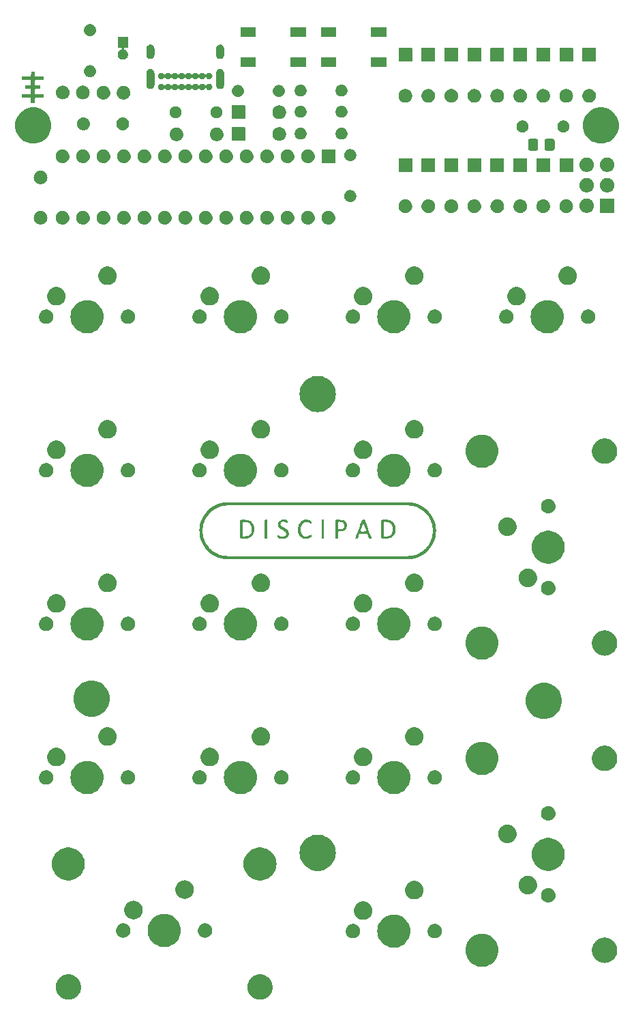
<source format=gbr>
G04 #@! TF.GenerationSoftware,KiCad,Pcbnew,7.0.7*
G04 #@! TF.CreationDate,2023-09-19T16:43:04+02:00*
G04 #@! TF.ProjectId,discipad-pcb,64697363-6970-4616-942d-7063622e6b69,rev?*
G04 #@! TF.SameCoordinates,Original*
G04 #@! TF.FileFunction,Soldermask,Top*
G04 #@! TF.FilePolarity,Negative*
%FSLAX46Y46*%
G04 Gerber Fmt 4.6, Leading zero omitted, Abs format (unit mm)*
G04 Created by KiCad (PCBNEW 7.0.7) date 2023-09-19 16:43:04*
%MOMM*%
%LPD*%
G01*
G04 APERTURE LIST*
G04 APERTURE END LIST*
G36*
X112926431Y-133750756D02*
G01*
X112983748Y-133750756D01*
X113046376Y-133760195D01*
X113112541Y-133765403D01*
X113165875Y-133778207D01*
X113216613Y-133785855D01*
X113282915Y-133806306D01*
X113353011Y-133823135D01*
X113398331Y-133841907D01*
X113441652Y-133855270D01*
X113509666Y-133888024D01*
X113581489Y-133917774D01*
X113618356Y-133940366D01*
X113653825Y-133957447D01*
X113721288Y-134003442D01*
X113792350Y-134046989D01*
X113820803Y-134071290D01*
X113848399Y-134090105D01*
X113912843Y-134149901D01*
X113980400Y-134207600D01*
X114000913Y-134231617D01*
X114021036Y-134250289D01*
X114079851Y-134324042D01*
X114141011Y-134395650D01*
X114154464Y-134417605D01*
X114167860Y-134434402D01*
X114218389Y-134521920D01*
X114270226Y-134606511D01*
X114277838Y-134624888D01*
X114285612Y-134638353D01*
X114325252Y-134739357D01*
X114364865Y-134834989D01*
X114368141Y-134848636D01*
X114371646Y-134857566D01*
X114397892Y-134972558D01*
X114422597Y-135075459D01*
X114423237Y-135083601D01*
X114424051Y-135087164D01*
X114434660Y-135228747D01*
X114442000Y-135322000D01*
X114434658Y-135415284D01*
X114424051Y-135556835D01*
X114423237Y-135560397D01*
X114422597Y-135568541D01*
X114397888Y-135671460D01*
X114371646Y-135786433D01*
X114368142Y-135795360D01*
X114364865Y-135809011D01*
X114325245Y-135904661D01*
X114285612Y-136005646D01*
X114277839Y-136019107D01*
X114270226Y-136037489D01*
X114218379Y-136122095D01*
X114167860Y-136209597D01*
X114154467Y-136226390D01*
X114141011Y-136248350D01*
X114079839Y-136319971D01*
X114021036Y-136393710D01*
X114000917Y-136412377D01*
X113980400Y-136436400D01*
X113912830Y-136494110D01*
X113848399Y-136553894D01*
X113820809Y-136572704D01*
X113792350Y-136597011D01*
X113721273Y-136640566D01*
X113653825Y-136686552D01*
X113618364Y-136703629D01*
X113581489Y-136726226D01*
X113509652Y-136755981D01*
X113441652Y-136788729D01*
X113398341Y-136802088D01*
X113353011Y-136820865D01*
X113282900Y-136837697D01*
X113216613Y-136858144D01*
X113165883Y-136865790D01*
X113112541Y-136878597D01*
X113046372Y-136883804D01*
X112983748Y-136893244D01*
X112926431Y-136893244D01*
X112866000Y-136898000D01*
X112805569Y-136893244D01*
X112748252Y-136893244D01*
X112685626Y-136883804D01*
X112619459Y-136878597D01*
X112566117Y-136865790D01*
X112515386Y-136858144D01*
X112449095Y-136837696D01*
X112378989Y-136820865D01*
X112333661Y-136802089D01*
X112290347Y-136788729D01*
X112222342Y-136755979D01*
X112150511Y-136726226D01*
X112113636Y-136703629D01*
X112078175Y-136686552D01*
X112010722Y-136640564D01*
X111939650Y-136597011D01*
X111911194Y-136572707D01*
X111883600Y-136553894D01*
X111819157Y-136494099D01*
X111751600Y-136436400D01*
X111731086Y-136412381D01*
X111710963Y-136393710D01*
X111652145Y-136319954D01*
X111590989Y-136248350D01*
X111577535Y-136226396D01*
X111564139Y-136209597D01*
X111513603Y-136122067D01*
X111461774Y-136037489D01*
X111454162Y-136019113D01*
X111446387Y-136005646D01*
X111406735Y-135904615D01*
X111367135Y-135809011D01*
X111363859Y-135795367D01*
X111360353Y-135786433D01*
X111334091Y-135671376D01*
X111309403Y-135568541D01*
X111308762Y-135560403D01*
X111307948Y-135556835D01*
X111297319Y-135415006D01*
X111290000Y-135322000D01*
X111297319Y-135229001D01*
X111307948Y-135087164D01*
X111308762Y-135083594D01*
X111309403Y-135075459D01*
X111334087Y-134972643D01*
X111360353Y-134857566D01*
X111363860Y-134848630D01*
X111367135Y-134834989D01*
X111406728Y-134739402D01*
X111446387Y-134638353D01*
X111454164Y-134624882D01*
X111461774Y-134606511D01*
X111513593Y-134521948D01*
X111564139Y-134434402D01*
X111577538Y-134417599D01*
X111590989Y-134395650D01*
X111652133Y-134324059D01*
X111710963Y-134250289D01*
X111731090Y-134231613D01*
X111751600Y-134207600D01*
X111819143Y-134149912D01*
X111883600Y-134090105D01*
X111911199Y-134071287D01*
X111939650Y-134046989D01*
X112010708Y-134003444D01*
X112078175Y-133957447D01*
X112113644Y-133940365D01*
X112150511Y-133917774D01*
X112222328Y-133888026D01*
X112290347Y-133855270D01*
X112333671Y-133841906D01*
X112378989Y-133823135D01*
X112449080Y-133806307D01*
X112515386Y-133785855D01*
X112566126Y-133778207D01*
X112619459Y-133765403D01*
X112685622Y-133760195D01*
X112748252Y-133750756D01*
X112805569Y-133750756D01*
X112866000Y-133746000D01*
X112926431Y-133750756D01*
G37*
G36*
X136726431Y-133750756D02*
G01*
X136783748Y-133750756D01*
X136846376Y-133760195D01*
X136912541Y-133765403D01*
X136965875Y-133778207D01*
X137016613Y-133785855D01*
X137082915Y-133806306D01*
X137153011Y-133823135D01*
X137198331Y-133841907D01*
X137241652Y-133855270D01*
X137309666Y-133888024D01*
X137381489Y-133917774D01*
X137418356Y-133940366D01*
X137453825Y-133957447D01*
X137521288Y-134003442D01*
X137592350Y-134046989D01*
X137620803Y-134071290D01*
X137648399Y-134090105D01*
X137712843Y-134149901D01*
X137780400Y-134207600D01*
X137800913Y-134231617D01*
X137821036Y-134250289D01*
X137879851Y-134324042D01*
X137941011Y-134395650D01*
X137954464Y-134417605D01*
X137967860Y-134434402D01*
X138018389Y-134521920D01*
X138070226Y-134606511D01*
X138077838Y-134624888D01*
X138085612Y-134638353D01*
X138125252Y-134739357D01*
X138164865Y-134834989D01*
X138168141Y-134848636D01*
X138171646Y-134857566D01*
X138197892Y-134972558D01*
X138222597Y-135075459D01*
X138223237Y-135083601D01*
X138224051Y-135087164D01*
X138234660Y-135228735D01*
X138242000Y-135322000D01*
X138234659Y-135415272D01*
X138224051Y-135556835D01*
X138223237Y-135560397D01*
X138222597Y-135568541D01*
X138197888Y-135671460D01*
X138171646Y-135786433D01*
X138168142Y-135795360D01*
X138164865Y-135809011D01*
X138125245Y-135904661D01*
X138085612Y-136005646D01*
X138077839Y-136019107D01*
X138070226Y-136037489D01*
X138018379Y-136122095D01*
X137967860Y-136209597D01*
X137954467Y-136226390D01*
X137941011Y-136248350D01*
X137879839Y-136319971D01*
X137821036Y-136393710D01*
X137800917Y-136412377D01*
X137780400Y-136436400D01*
X137712830Y-136494110D01*
X137648399Y-136553894D01*
X137620809Y-136572704D01*
X137592350Y-136597011D01*
X137521273Y-136640566D01*
X137453825Y-136686552D01*
X137418364Y-136703629D01*
X137381489Y-136726226D01*
X137309652Y-136755981D01*
X137241652Y-136788729D01*
X137198341Y-136802088D01*
X137153011Y-136820865D01*
X137082900Y-136837697D01*
X137016613Y-136858144D01*
X136965883Y-136865790D01*
X136912541Y-136878597D01*
X136846372Y-136883804D01*
X136783748Y-136893244D01*
X136726431Y-136893244D01*
X136666000Y-136898000D01*
X136605569Y-136893244D01*
X136548252Y-136893244D01*
X136485626Y-136883804D01*
X136419459Y-136878597D01*
X136366117Y-136865790D01*
X136315386Y-136858144D01*
X136249095Y-136837696D01*
X136178989Y-136820865D01*
X136133661Y-136802089D01*
X136090347Y-136788729D01*
X136022342Y-136755979D01*
X135950511Y-136726226D01*
X135913636Y-136703629D01*
X135878175Y-136686552D01*
X135810722Y-136640564D01*
X135739650Y-136597011D01*
X135711194Y-136572707D01*
X135683600Y-136553894D01*
X135619157Y-136494099D01*
X135551600Y-136436400D01*
X135531086Y-136412381D01*
X135510963Y-136393710D01*
X135452145Y-136319954D01*
X135390989Y-136248350D01*
X135377535Y-136226396D01*
X135364139Y-136209597D01*
X135313603Y-136122067D01*
X135261774Y-136037489D01*
X135254162Y-136019113D01*
X135246387Y-136005646D01*
X135206735Y-135904615D01*
X135167135Y-135809011D01*
X135163859Y-135795367D01*
X135160353Y-135786433D01*
X135134091Y-135671376D01*
X135109403Y-135568541D01*
X135108762Y-135560403D01*
X135107948Y-135556835D01*
X135097319Y-135415006D01*
X135090000Y-135322000D01*
X135097319Y-135229001D01*
X135107948Y-135087164D01*
X135108762Y-135083594D01*
X135109403Y-135075459D01*
X135134087Y-134972643D01*
X135160353Y-134857566D01*
X135163860Y-134848630D01*
X135167135Y-134834989D01*
X135206728Y-134739402D01*
X135246387Y-134638353D01*
X135254164Y-134624882D01*
X135261774Y-134606511D01*
X135313593Y-134521948D01*
X135364139Y-134434402D01*
X135377538Y-134417599D01*
X135390989Y-134395650D01*
X135452133Y-134324059D01*
X135510963Y-134250289D01*
X135531090Y-134231613D01*
X135551600Y-134207600D01*
X135619143Y-134149912D01*
X135683600Y-134090105D01*
X135711199Y-134071287D01*
X135739650Y-134046989D01*
X135810708Y-134003444D01*
X135878175Y-133957447D01*
X135913644Y-133940365D01*
X135950511Y-133917774D01*
X136022328Y-133888026D01*
X136090347Y-133855270D01*
X136133671Y-133841906D01*
X136178989Y-133823135D01*
X136249080Y-133806307D01*
X136315386Y-133785855D01*
X136366126Y-133778207D01*
X136419459Y-133765403D01*
X136485622Y-133760195D01*
X136548252Y-133750756D01*
X136605569Y-133750756D01*
X136666000Y-133746000D01*
X136726431Y-133750756D01*
G37*
G36*
X164643288Y-128763899D02*
G01*
X164912838Y-128839423D01*
X165169593Y-128950947D01*
X165408771Y-129096395D01*
X165625916Y-129273055D01*
X165816984Y-129477639D01*
X165978414Y-129706333D01*
X166107200Y-129954879D01*
X166200943Y-130218647D01*
X166257897Y-130492722D01*
X166277000Y-130772000D01*
X166257897Y-131051278D01*
X166200943Y-131325353D01*
X166107200Y-131589121D01*
X165978414Y-131837667D01*
X165816984Y-132066361D01*
X165625916Y-132270945D01*
X165408771Y-132447605D01*
X165169593Y-132593053D01*
X164912838Y-132704577D01*
X164643288Y-132780101D01*
X164365965Y-132818219D01*
X164086035Y-132818219D01*
X163808712Y-132780101D01*
X163539162Y-132704577D01*
X163282407Y-132593053D01*
X163043229Y-132447605D01*
X162826084Y-132270945D01*
X162635016Y-132066361D01*
X162473586Y-131837667D01*
X162344800Y-131589121D01*
X162251057Y-131325353D01*
X162194103Y-131051278D01*
X162175000Y-130772000D01*
X162194103Y-130492722D01*
X162251057Y-130218647D01*
X162344800Y-129954879D01*
X162473586Y-129706333D01*
X162635016Y-129477639D01*
X162826084Y-129273055D01*
X163043229Y-129096395D01*
X163282407Y-128950947D01*
X163539162Y-128839423D01*
X163808712Y-128763899D01*
X164086035Y-128725781D01*
X164365965Y-128725781D01*
X164643288Y-128763899D01*
G37*
G36*
X179526431Y-129200756D02*
G01*
X179583748Y-129200756D01*
X179646376Y-129210195D01*
X179712541Y-129215403D01*
X179765875Y-129228207D01*
X179816613Y-129235855D01*
X179882915Y-129256306D01*
X179953011Y-129273135D01*
X179998331Y-129291907D01*
X180041652Y-129305270D01*
X180109666Y-129338024D01*
X180181489Y-129367774D01*
X180218356Y-129390366D01*
X180253825Y-129407447D01*
X180321288Y-129453442D01*
X180392350Y-129496989D01*
X180420803Y-129521290D01*
X180448399Y-129540105D01*
X180512843Y-129599901D01*
X180580400Y-129657600D01*
X180600913Y-129681617D01*
X180621036Y-129700289D01*
X180679851Y-129774042D01*
X180741011Y-129845650D01*
X180754464Y-129867605D01*
X180767860Y-129884402D01*
X180818389Y-129971920D01*
X180870226Y-130056511D01*
X180877838Y-130074888D01*
X180885612Y-130088353D01*
X180925252Y-130189357D01*
X180964865Y-130284989D01*
X180968141Y-130298636D01*
X180971646Y-130307566D01*
X180997892Y-130422558D01*
X181022597Y-130525459D01*
X181023237Y-130533601D01*
X181024051Y-130537164D01*
X181034660Y-130678747D01*
X181042000Y-130772000D01*
X181034658Y-130865284D01*
X181024051Y-131006835D01*
X181023237Y-131010397D01*
X181022597Y-131018541D01*
X180997888Y-131121460D01*
X180971646Y-131236433D01*
X180968142Y-131245360D01*
X180964865Y-131259011D01*
X180925245Y-131354661D01*
X180885612Y-131455646D01*
X180877839Y-131469107D01*
X180870226Y-131487489D01*
X180818379Y-131572095D01*
X180767860Y-131659597D01*
X180754467Y-131676390D01*
X180741011Y-131698350D01*
X180679839Y-131769971D01*
X180621036Y-131843710D01*
X180600917Y-131862377D01*
X180580400Y-131886400D01*
X180512830Y-131944110D01*
X180448399Y-132003894D01*
X180420809Y-132022704D01*
X180392350Y-132047011D01*
X180321273Y-132090566D01*
X180253825Y-132136552D01*
X180218364Y-132153629D01*
X180181489Y-132176226D01*
X180109652Y-132205981D01*
X180041652Y-132238729D01*
X179998341Y-132252088D01*
X179953011Y-132270865D01*
X179882900Y-132287697D01*
X179816613Y-132308144D01*
X179765883Y-132315790D01*
X179712541Y-132328597D01*
X179646372Y-132333804D01*
X179583748Y-132343244D01*
X179526431Y-132343244D01*
X179466000Y-132348000D01*
X179405569Y-132343244D01*
X179348252Y-132343244D01*
X179285626Y-132333804D01*
X179219459Y-132328597D01*
X179166117Y-132315790D01*
X179115386Y-132308144D01*
X179049095Y-132287696D01*
X178978989Y-132270865D01*
X178933661Y-132252089D01*
X178890347Y-132238729D01*
X178822342Y-132205979D01*
X178750511Y-132176226D01*
X178713636Y-132153629D01*
X178678175Y-132136552D01*
X178610722Y-132090564D01*
X178539650Y-132047011D01*
X178511194Y-132022707D01*
X178483600Y-132003894D01*
X178419157Y-131944099D01*
X178351600Y-131886400D01*
X178331086Y-131862381D01*
X178310963Y-131843710D01*
X178252145Y-131769954D01*
X178190989Y-131698350D01*
X178177535Y-131676396D01*
X178164139Y-131659597D01*
X178113603Y-131572067D01*
X178061774Y-131487489D01*
X178054162Y-131469113D01*
X178046387Y-131455646D01*
X178006735Y-131354615D01*
X177967135Y-131259011D01*
X177963859Y-131245367D01*
X177960353Y-131236433D01*
X177934091Y-131121376D01*
X177909403Y-131018541D01*
X177908762Y-131010403D01*
X177907948Y-131006835D01*
X177897320Y-130865018D01*
X177890000Y-130772000D01*
X177897318Y-130679013D01*
X177907948Y-130537164D01*
X177908762Y-130533594D01*
X177909403Y-130525459D01*
X177934087Y-130422643D01*
X177960353Y-130307566D01*
X177963860Y-130298630D01*
X177967135Y-130284989D01*
X178006728Y-130189402D01*
X178046387Y-130088353D01*
X178054164Y-130074882D01*
X178061774Y-130056511D01*
X178113593Y-129971948D01*
X178164139Y-129884402D01*
X178177538Y-129867599D01*
X178190989Y-129845650D01*
X178252133Y-129774059D01*
X178310963Y-129700289D01*
X178331090Y-129681613D01*
X178351600Y-129657600D01*
X178419143Y-129599912D01*
X178483600Y-129540105D01*
X178511199Y-129521287D01*
X178539650Y-129496989D01*
X178610708Y-129453444D01*
X178678175Y-129407447D01*
X178713644Y-129390365D01*
X178750511Y-129367774D01*
X178822328Y-129338026D01*
X178890347Y-129305270D01*
X178933671Y-129291906D01*
X178978989Y-129273135D01*
X179049080Y-129256307D01*
X179115386Y-129235855D01*
X179166126Y-129228207D01*
X179219459Y-129215403D01*
X179285622Y-129210195D01*
X179348252Y-129200756D01*
X179405569Y-129200756D01*
X179466000Y-129196000D01*
X179526431Y-129200756D01*
G37*
G36*
X153706288Y-126388899D02*
G01*
X153975838Y-126464423D01*
X154232593Y-126575947D01*
X154471771Y-126721395D01*
X154688916Y-126898055D01*
X154879984Y-127102639D01*
X155041414Y-127331333D01*
X155170200Y-127579879D01*
X155263943Y-127843647D01*
X155320897Y-128117722D01*
X155340000Y-128397000D01*
X155320897Y-128676278D01*
X155263943Y-128950353D01*
X155170200Y-129214121D01*
X155041414Y-129462667D01*
X154879984Y-129691361D01*
X154688916Y-129895945D01*
X154471771Y-130072605D01*
X154232593Y-130218053D01*
X153975838Y-130329577D01*
X153706288Y-130405101D01*
X153428965Y-130443219D01*
X153149035Y-130443219D01*
X152871712Y-130405101D01*
X152602162Y-130329577D01*
X152345407Y-130218053D01*
X152106229Y-130072605D01*
X151889084Y-129895945D01*
X151698016Y-129691361D01*
X151536586Y-129462667D01*
X151407800Y-129214121D01*
X151314057Y-128950353D01*
X151257103Y-128676278D01*
X151238000Y-128397000D01*
X151257103Y-128117722D01*
X151314057Y-127843647D01*
X151407800Y-127579879D01*
X151536586Y-127331333D01*
X151698016Y-127102639D01*
X151889084Y-126898055D01*
X152106229Y-126721395D01*
X152345407Y-126575947D01*
X152602162Y-126464423D01*
X152871712Y-126388899D01*
X153149035Y-126350781D01*
X153428965Y-126350781D01*
X153706288Y-126388899D01*
G37*
G36*
X125183288Y-126313899D02*
G01*
X125452838Y-126389423D01*
X125709593Y-126500947D01*
X125948771Y-126646395D01*
X126165916Y-126823055D01*
X126356984Y-127027639D01*
X126518414Y-127256333D01*
X126647200Y-127504879D01*
X126740943Y-127768647D01*
X126797897Y-128042722D01*
X126817000Y-128322000D01*
X126797897Y-128601278D01*
X126740943Y-128875353D01*
X126647200Y-129139121D01*
X126518414Y-129387667D01*
X126356984Y-129616361D01*
X126165916Y-129820945D01*
X125948771Y-129997605D01*
X125709593Y-130143053D01*
X125452838Y-130254577D01*
X125183288Y-130330101D01*
X124905965Y-130368219D01*
X124626035Y-130368219D01*
X124348712Y-130330101D01*
X124079162Y-130254577D01*
X123822407Y-130143053D01*
X123583229Y-129997605D01*
X123366084Y-129820945D01*
X123175016Y-129616361D01*
X123013586Y-129387667D01*
X122884800Y-129139121D01*
X122791057Y-128875353D01*
X122734103Y-128601278D01*
X122715000Y-128322000D01*
X122734103Y-128042722D01*
X122791057Y-127768647D01*
X122884800Y-127504879D01*
X123013586Y-127256333D01*
X123175016Y-127027639D01*
X123366084Y-126823055D01*
X123583229Y-126646395D01*
X123822407Y-126500947D01*
X124079162Y-126389423D01*
X124348712Y-126313899D01*
X124626035Y-126275781D01*
X124905965Y-126275781D01*
X125183288Y-126313899D01*
G37*
G36*
X148252983Y-127500936D02*
G01*
X148303180Y-127500936D01*
X148346524Y-127510149D01*
X148384659Y-127513905D01*
X148432566Y-127528437D01*
X148487424Y-127540098D01*
X148522530Y-127555728D01*
X148553566Y-127565143D01*
X148602884Y-127591504D01*
X148659500Y-127616711D01*
X148685822Y-127635835D01*
X148709232Y-127648348D01*
X148756988Y-127687540D01*
X148811887Y-127727427D01*
X148829711Y-127747223D01*
X148845675Y-127760324D01*
X148888572Y-127812594D01*
X148937924Y-127867405D01*
X148948292Y-127885363D01*
X148957651Y-127896767D01*
X148992273Y-127961542D01*
X149032104Y-128030530D01*
X149036685Y-128044630D01*
X149040856Y-128052433D01*
X149063852Y-128128242D01*
X149090311Y-128209672D01*
X149091242Y-128218532D01*
X149092094Y-128221340D01*
X149100385Y-128305520D01*
X149110000Y-128397000D01*
X149100382Y-128488501D01*
X149092094Y-128572659D01*
X149091242Y-128575466D01*
X149090311Y-128584328D01*
X149063848Y-128665771D01*
X149040856Y-128741566D01*
X149036686Y-128749366D01*
X149032104Y-128763470D01*
X148992266Y-128832470D01*
X148957651Y-128897232D01*
X148948294Y-128908633D01*
X148937924Y-128926595D01*
X148888563Y-128981415D01*
X148845675Y-129033675D01*
X148829714Y-129046773D01*
X148811887Y-129066573D01*
X148756977Y-129106467D01*
X148709232Y-129145651D01*
X148685827Y-129158161D01*
X148659500Y-129177289D01*
X148602873Y-129202500D01*
X148553566Y-129228856D01*
X148522537Y-129238268D01*
X148487424Y-129253902D01*
X148432555Y-129265564D01*
X148384659Y-129280094D01*
X148346533Y-129283849D01*
X148303180Y-129293064D01*
X148252972Y-129293064D01*
X148208999Y-129297395D01*
X148165026Y-129293064D01*
X148114820Y-129293064D01*
X148071467Y-129283849D01*
X148033340Y-129280094D01*
X147985441Y-129265563D01*
X147930576Y-129253902D01*
X147895464Y-129238269D01*
X147864433Y-129228856D01*
X147815120Y-129202498D01*
X147758500Y-129177289D01*
X147732175Y-129158163D01*
X147708767Y-129145651D01*
X147661013Y-129106460D01*
X147606113Y-129066573D01*
X147588287Y-129046776D01*
X147572324Y-129033675D01*
X147529425Y-128981402D01*
X147480076Y-128926595D01*
X147469708Y-128908637D01*
X147460348Y-128897232D01*
X147425719Y-128832447D01*
X147385896Y-128763470D01*
X147381315Y-128749371D01*
X147377143Y-128741566D01*
X147354136Y-128665725D01*
X147327689Y-128584328D01*
X147326758Y-128575471D01*
X147325905Y-128572659D01*
X147317601Y-128488349D01*
X147308000Y-128397000D01*
X147317598Y-128305672D01*
X147325905Y-128221340D01*
X147326758Y-128218527D01*
X147327689Y-128209672D01*
X147354132Y-128128288D01*
X147377143Y-128052433D01*
X147381315Y-128044626D01*
X147385896Y-128030530D01*
X147425712Y-127961565D01*
X147460348Y-127896767D01*
X147469710Y-127885359D01*
X147480076Y-127867405D01*
X147529416Y-127812607D01*
X147572324Y-127760324D01*
X147588291Y-127747219D01*
X147606113Y-127727427D01*
X147661002Y-127687546D01*
X147708767Y-127648348D01*
X147732180Y-127635833D01*
X147758500Y-127616711D01*
X147815109Y-127591506D01*
X147864433Y-127565143D01*
X147895471Y-127555727D01*
X147930576Y-127540098D01*
X147985430Y-127528438D01*
X148033340Y-127513905D01*
X148071476Y-127510148D01*
X148114820Y-127500936D01*
X148165016Y-127500936D01*
X148208999Y-127496604D01*
X148252983Y-127500936D01*
G37*
G36*
X158412983Y-127500936D02*
G01*
X158463180Y-127500936D01*
X158506524Y-127510149D01*
X158544659Y-127513905D01*
X158592566Y-127528437D01*
X158647424Y-127540098D01*
X158682530Y-127555728D01*
X158713566Y-127565143D01*
X158762884Y-127591504D01*
X158819500Y-127616711D01*
X158845822Y-127635835D01*
X158869232Y-127648348D01*
X158916988Y-127687540D01*
X158971887Y-127727427D01*
X158989711Y-127747223D01*
X159005675Y-127760324D01*
X159048572Y-127812594D01*
X159097924Y-127867405D01*
X159108292Y-127885363D01*
X159117651Y-127896767D01*
X159152273Y-127961542D01*
X159192104Y-128030530D01*
X159196685Y-128044630D01*
X159200856Y-128052433D01*
X159223852Y-128128242D01*
X159250311Y-128209672D01*
X159251242Y-128218532D01*
X159252094Y-128221340D01*
X159260384Y-128305513D01*
X159270000Y-128397000D01*
X159260383Y-128488494D01*
X159252094Y-128572659D01*
X159251242Y-128575466D01*
X159250311Y-128584328D01*
X159223848Y-128665771D01*
X159200856Y-128741566D01*
X159196686Y-128749366D01*
X159192104Y-128763470D01*
X159152266Y-128832470D01*
X159117651Y-128897232D01*
X159108294Y-128908633D01*
X159097924Y-128926595D01*
X159048563Y-128981415D01*
X159005675Y-129033675D01*
X158989714Y-129046773D01*
X158971887Y-129066573D01*
X158916977Y-129106467D01*
X158869232Y-129145651D01*
X158845827Y-129158161D01*
X158819500Y-129177289D01*
X158762873Y-129202500D01*
X158713566Y-129228856D01*
X158682537Y-129238268D01*
X158647424Y-129253902D01*
X158592555Y-129265564D01*
X158544659Y-129280094D01*
X158506532Y-129283849D01*
X158463180Y-129293064D01*
X158412973Y-129293064D01*
X158369000Y-129297395D01*
X158325027Y-129293064D01*
X158274820Y-129293064D01*
X158231467Y-129283849D01*
X158193340Y-129280094D01*
X158145441Y-129265563D01*
X158090576Y-129253902D01*
X158055464Y-129238269D01*
X158024433Y-129228856D01*
X157975120Y-129202498D01*
X157918500Y-129177289D01*
X157892175Y-129158163D01*
X157868767Y-129145651D01*
X157821013Y-129106460D01*
X157766113Y-129066573D01*
X157748287Y-129046776D01*
X157732324Y-129033675D01*
X157689425Y-128981402D01*
X157640076Y-128926595D01*
X157629708Y-128908637D01*
X157620348Y-128897232D01*
X157585719Y-128832447D01*
X157545896Y-128763470D01*
X157541315Y-128749371D01*
X157537143Y-128741566D01*
X157514136Y-128665725D01*
X157487689Y-128584328D01*
X157486758Y-128575471D01*
X157485905Y-128572659D01*
X157477600Y-128488342D01*
X157468000Y-128397000D01*
X157477599Y-128305664D01*
X157485905Y-128221340D01*
X157486758Y-128218527D01*
X157487689Y-128209672D01*
X157514132Y-128128288D01*
X157537143Y-128052433D01*
X157541315Y-128044626D01*
X157545896Y-128030530D01*
X157585712Y-127961565D01*
X157620348Y-127896767D01*
X157629710Y-127885359D01*
X157640076Y-127867405D01*
X157689416Y-127812607D01*
X157732324Y-127760324D01*
X157748291Y-127747219D01*
X157766113Y-127727427D01*
X157821002Y-127687546D01*
X157868767Y-127648348D01*
X157892180Y-127635833D01*
X157918500Y-127616711D01*
X157975109Y-127591506D01*
X158024433Y-127565143D01*
X158055471Y-127555727D01*
X158090576Y-127540098D01*
X158145430Y-127528438D01*
X158193340Y-127513905D01*
X158231476Y-127510148D01*
X158274820Y-127500936D01*
X158325016Y-127500936D01*
X158369000Y-127496604D01*
X158412983Y-127500936D01*
G37*
G36*
X119729983Y-127425936D02*
G01*
X119780180Y-127425936D01*
X119823524Y-127435149D01*
X119861659Y-127438905D01*
X119909566Y-127453437D01*
X119964424Y-127465098D01*
X119999530Y-127480728D01*
X120030566Y-127490143D01*
X120079884Y-127516504D01*
X120136500Y-127541711D01*
X120162822Y-127560835D01*
X120186232Y-127573348D01*
X120233988Y-127612540D01*
X120288887Y-127652427D01*
X120306711Y-127672223D01*
X120322675Y-127685324D01*
X120365572Y-127737594D01*
X120414924Y-127792405D01*
X120425292Y-127810363D01*
X120434651Y-127821767D01*
X120469273Y-127886542D01*
X120509104Y-127955530D01*
X120513685Y-127969630D01*
X120517856Y-127977433D01*
X120540852Y-128053242D01*
X120567311Y-128134672D01*
X120568242Y-128143532D01*
X120569094Y-128146340D01*
X120577384Y-128230513D01*
X120587000Y-128322000D01*
X120577383Y-128413494D01*
X120569094Y-128497659D01*
X120568242Y-128500466D01*
X120567311Y-128509328D01*
X120540848Y-128590771D01*
X120517856Y-128666566D01*
X120513686Y-128674366D01*
X120509104Y-128688470D01*
X120469266Y-128757470D01*
X120434651Y-128822232D01*
X120425294Y-128833633D01*
X120414924Y-128851595D01*
X120365563Y-128906415D01*
X120322675Y-128958675D01*
X120306714Y-128971773D01*
X120288887Y-128991573D01*
X120233977Y-129031467D01*
X120186232Y-129070651D01*
X120162827Y-129083161D01*
X120136500Y-129102289D01*
X120079873Y-129127500D01*
X120030566Y-129153856D01*
X119999537Y-129163268D01*
X119964424Y-129178902D01*
X119909555Y-129190564D01*
X119861659Y-129205094D01*
X119823532Y-129208849D01*
X119780180Y-129218064D01*
X119729973Y-129218064D01*
X119686000Y-129222395D01*
X119642027Y-129218064D01*
X119591820Y-129218064D01*
X119548467Y-129208849D01*
X119510340Y-129205094D01*
X119462441Y-129190563D01*
X119407576Y-129178902D01*
X119372464Y-129163269D01*
X119341433Y-129153856D01*
X119292120Y-129127498D01*
X119235500Y-129102289D01*
X119209175Y-129083163D01*
X119185767Y-129070651D01*
X119138013Y-129031460D01*
X119083113Y-128991573D01*
X119065287Y-128971776D01*
X119049324Y-128958675D01*
X119006425Y-128906402D01*
X118957076Y-128851595D01*
X118946708Y-128833637D01*
X118937348Y-128822232D01*
X118902719Y-128757447D01*
X118862896Y-128688470D01*
X118858315Y-128674371D01*
X118854143Y-128666566D01*
X118831136Y-128590725D01*
X118804689Y-128509328D01*
X118803758Y-128500471D01*
X118802905Y-128497659D01*
X118794600Y-128413342D01*
X118785000Y-128322000D01*
X118794599Y-128230664D01*
X118802905Y-128146340D01*
X118803758Y-128143527D01*
X118804689Y-128134672D01*
X118831132Y-128053288D01*
X118854143Y-127977433D01*
X118858315Y-127969626D01*
X118862896Y-127955530D01*
X118902712Y-127886565D01*
X118937348Y-127821767D01*
X118946710Y-127810359D01*
X118957076Y-127792405D01*
X119006416Y-127737607D01*
X119049324Y-127685324D01*
X119065291Y-127672219D01*
X119083113Y-127652427D01*
X119138002Y-127612546D01*
X119185767Y-127573348D01*
X119209180Y-127560833D01*
X119235500Y-127541711D01*
X119292109Y-127516506D01*
X119341433Y-127490143D01*
X119372471Y-127480727D01*
X119407576Y-127465098D01*
X119462430Y-127453438D01*
X119510340Y-127438905D01*
X119548476Y-127435148D01*
X119591820Y-127425936D01*
X119642016Y-127425936D01*
X119686000Y-127421604D01*
X119729983Y-127425936D01*
G37*
G36*
X129889983Y-127425936D02*
G01*
X129940180Y-127425936D01*
X129983524Y-127435149D01*
X130021659Y-127438905D01*
X130069566Y-127453437D01*
X130124424Y-127465098D01*
X130159530Y-127480728D01*
X130190566Y-127490143D01*
X130239884Y-127516504D01*
X130296500Y-127541711D01*
X130322822Y-127560835D01*
X130346232Y-127573348D01*
X130393988Y-127612540D01*
X130448887Y-127652427D01*
X130466711Y-127672223D01*
X130482675Y-127685324D01*
X130525572Y-127737594D01*
X130574924Y-127792405D01*
X130585292Y-127810363D01*
X130594651Y-127821767D01*
X130629273Y-127886542D01*
X130669104Y-127955530D01*
X130673685Y-127969630D01*
X130677856Y-127977433D01*
X130700852Y-128053242D01*
X130727311Y-128134672D01*
X130728242Y-128143532D01*
X130729094Y-128146340D01*
X130737385Y-128230520D01*
X130747000Y-128322000D01*
X130737382Y-128413501D01*
X130729094Y-128497659D01*
X130728242Y-128500466D01*
X130727311Y-128509328D01*
X130700848Y-128590771D01*
X130677856Y-128666566D01*
X130673686Y-128674366D01*
X130669104Y-128688470D01*
X130629266Y-128757470D01*
X130594651Y-128822232D01*
X130585294Y-128833633D01*
X130574924Y-128851595D01*
X130525563Y-128906415D01*
X130482675Y-128958675D01*
X130466714Y-128971773D01*
X130448887Y-128991573D01*
X130393977Y-129031467D01*
X130346232Y-129070651D01*
X130322827Y-129083161D01*
X130296500Y-129102289D01*
X130239873Y-129127500D01*
X130190566Y-129153856D01*
X130159537Y-129163268D01*
X130124424Y-129178902D01*
X130069555Y-129190564D01*
X130021659Y-129205094D01*
X129983532Y-129208849D01*
X129940180Y-129218064D01*
X129889973Y-129218064D01*
X129846000Y-129222395D01*
X129802027Y-129218064D01*
X129751820Y-129218064D01*
X129708467Y-129208849D01*
X129670340Y-129205094D01*
X129622441Y-129190563D01*
X129567576Y-129178902D01*
X129532464Y-129163269D01*
X129501433Y-129153856D01*
X129452120Y-129127498D01*
X129395500Y-129102289D01*
X129369175Y-129083163D01*
X129345767Y-129070651D01*
X129298013Y-129031460D01*
X129243113Y-128991573D01*
X129225287Y-128971776D01*
X129209324Y-128958675D01*
X129166425Y-128906402D01*
X129117076Y-128851595D01*
X129106708Y-128833637D01*
X129097348Y-128822232D01*
X129062719Y-128757447D01*
X129022896Y-128688470D01*
X129018315Y-128674371D01*
X129014143Y-128666566D01*
X128991136Y-128590725D01*
X128964689Y-128509328D01*
X128963758Y-128500471D01*
X128962905Y-128497659D01*
X128954601Y-128413349D01*
X128945000Y-128322000D01*
X128954598Y-128230672D01*
X128962905Y-128146340D01*
X128963758Y-128143527D01*
X128964689Y-128134672D01*
X128991132Y-128053288D01*
X129014143Y-127977433D01*
X129018315Y-127969626D01*
X129022896Y-127955530D01*
X129062712Y-127886565D01*
X129097348Y-127821767D01*
X129106710Y-127810359D01*
X129117076Y-127792405D01*
X129166416Y-127737607D01*
X129209324Y-127685324D01*
X129225291Y-127672219D01*
X129243113Y-127652427D01*
X129298002Y-127612546D01*
X129345767Y-127573348D01*
X129369180Y-127560833D01*
X129395500Y-127541711D01*
X129452109Y-127516506D01*
X129501433Y-127490143D01*
X129532471Y-127480727D01*
X129567576Y-127465098D01*
X129622430Y-127453438D01*
X129670340Y-127438905D01*
X129708476Y-127435148D01*
X129751820Y-127425936D01*
X129802016Y-127425936D01*
X129845999Y-127421604D01*
X129889983Y-127425936D01*
G37*
G36*
X149529672Y-124710910D02*
G01*
X149585201Y-124710910D01*
X149634050Y-124720041D01*
X149678783Y-124723955D01*
X149733691Y-124738667D01*
X149793986Y-124749939D01*
X149834882Y-124765782D01*
X149872500Y-124775862D01*
X149929449Y-124802417D01*
X149992045Y-124826667D01*
X150024350Y-124846669D01*
X150054263Y-124860618D01*
X150110688Y-124900127D01*
X150172632Y-124938482D01*
X150196378Y-124960130D01*
X150218539Y-124975647D01*
X150271543Y-125028651D01*
X150329599Y-125081576D01*
X150345424Y-125102532D01*
X150360352Y-125117460D01*
X150406922Y-125183969D01*
X150457600Y-125251077D01*
X150466677Y-125269307D01*
X150475381Y-125281737D01*
X150512430Y-125361191D01*
X150552276Y-125441211D01*
X150556239Y-125455139D01*
X150560137Y-125463499D01*
X150584709Y-125555204D01*
X150610402Y-125645504D01*
X150611192Y-125654039D01*
X150612044Y-125657216D01*
X150621447Y-125764707D01*
X150630000Y-125857000D01*
X150621447Y-125949299D01*
X150612044Y-126056783D01*
X150611193Y-126059958D01*
X150610402Y-126068496D01*
X150584705Y-126158811D01*
X150560137Y-126250500D01*
X150556239Y-126258857D01*
X150552276Y-126272789D01*
X150512427Y-126352815D01*
X150475381Y-126432263D01*
X150466678Y-126444691D01*
X150457600Y-126462923D01*
X150406917Y-126530037D01*
X150360352Y-126596539D01*
X150345427Y-126611463D01*
X150329599Y-126632424D01*
X150271532Y-126685358D01*
X150218539Y-126738352D01*
X150196383Y-126753865D01*
X150172632Y-126775518D01*
X150110675Y-126813879D01*
X150054263Y-126853381D01*
X150024357Y-126867325D01*
X149992045Y-126887333D01*
X149929436Y-126911587D01*
X149872500Y-126938137D01*
X149834890Y-126948214D01*
X149793986Y-126964061D01*
X149733679Y-126975334D01*
X149678783Y-126990044D01*
X149634060Y-126993956D01*
X149585201Y-127003090D01*
X149529660Y-127003090D01*
X149479000Y-127007522D01*
X149428340Y-127003090D01*
X149372799Y-127003090D01*
X149323940Y-126993956D01*
X149279216Y-126990044D01*
X149224317Y-126975333D01*
X149164014Y-126964061D01*
X149123111Y-126948215D01*
X149085499Y-126938137D01*
X149028557Y-126911585D01*
X148965955Y-126887333D01*
X148933645Y-126867327D01*
X148903736Y-126853381D01*
X148847315Y-126813874D01*
X148785368Y-126775518D01*
X148761619Y-126753868D01*
X148739460Y-126738352D01*
X148686456Y-126685348D01*
X148628401Y-126632424D01*
X148612575Y-126611467D01*
X148597647Y-126596539D01*
X148551069Y-126530019D01*
X148500400Y-126462923D01*
X148491324Y-126444696D01*
X148482618Y-126432263D01*
X148445556Y-126352783D01*
X148405724Y-126272789D01*
X148401761Y-126258863D01*
X148397862Y-126250500D01*
X148373277Y-126158751D01*
X148347598Y-126068496D01*
X148346807Y-126059964D01*
X148345955Y-126056783D01*
X148336534Y-125949106D01*
X148328000Y-125857000D01*
X148336534Y-125764900D01*
X148345955Y-125657216D01*
X148346807Y-125654034D01*
X148347598Y-125645504D01*
X148373273Y-125555264D01*
X148397862Y-125463499D01*
X148401762Y-125455134D01*
X148405724Y-125441211D01*
X148445553Y-125361222D01*
X148482618Y-125281737D01*
X148491324Y-125269302D01*
X148500400Y-125251077D01*
X148551063Y-125183987D01*
X148597647Y-125117460D01*
X148612578Y-125102528D01*
X148628401Y-125081576D01*
X148686444Y-125028662D01*
X148739460Y-124975647D01*
X148761624Y-124960127D01*
X148785368Y-124938482D01*
X148847308Y-124900129D01*
X148903737Y-124860618D01*
X148933649Y-124846669D01*
X148965955Y-124826667D01*
X149028546Y-124802419D01*
X149085499Y-124775862D01*
X149123119Y-124765781D01*
X149164014Y-124749939D01*
X149224304Y-124738668D01*
X149279216Y-124723955D01*
X149323950Y-124720041D01*
X149372799Y-124710910D01*
X149428328Y-124710910D01*
X149479000Y-124706477D01*
X149529672Y-124710910D01*
G37*
G36*
X121006672Y-124635910D02*
G01*
X121062201Y-124635910D01*
X121111050Y-124645041D01*
X121155783Y-124648955D01*
X121210691Y-124663667D01*
X121270986Y-124674939D01*
X121311882Y-124690782D01*
X121349500Y-124700862D01*
X121406449Y-124727417D01*
X121469045Y-124751667D01*
X121501350Y-124771669D01*
X121531263Y-124785618D01*
X121587688Y-124825127D01*
X121649632Y-124863482D01*
X121673378Y-124885130D01*
X121695539Y-124900647D01*
X121748543Y-124953651D01*
X121806599Y-125006576D01*
X121822424Y-125027532D01*
X121837352Y-125042460D01*
X121883922Y-125108969D01*
X121934600Y-125176077D01*
X121943677Y-125194307D01*
X121952381Y-125206737D01*
X121989430Y-125286191D01*
X122029276Y-125366211D01*
X122033239Y-125380139D01*
X122037137Y-125388499D01*
X122061709Y-125480204D01*
X122087402Y-125570504D01*
X122088192Y-125579039D01*
X122089044Y-125582216D01*
X122098448Y-125689716D01*
X122107000Y-125782000D01*
X122098446Y-125874308D01*
X122089044Y-125981783D01*
X122088193Y-125984958D01*
X122087402Y-125993496D01*
X122061705Y-126083811D01*
X122037137Y-126175500D01*
X122033239Y-126183857D01*
X122029276Y-126197789D01*
X121989427Y-126277815D01*
X121952381Y-126357263D01*
X121943678Y-126369691D01*
X121934600Y-126387923D01*
X121883917Y-126455037D01*
X121837352Y-126521539D01*
X121822427Y-126536463D01*
X121806599Y-126557424D01*
X121748532Y-126610358D01*
X121695539Y-126663352D01*
X121673383Y-126678865D01*
X121649632Y-126700518D01*
X121587675Y-126738879D01*
X121531263Y-126778381D01*
X121501357Y-126792325D01*
X121469045Y-126812333D01*
X121406436Y-126836587D01*
X121349500Y-126863137D01*
X121311890Y-126873214D01*
X121270986Y-126889061D01*
X121210679Y-126900334D01*
X121155783Y-126915044D01*
X121111060Y-126918956D01*
X121062201Y-126928090D01*
X121006660Y-126928090D01*
X120956000Y-126932522D01*
X120905340Y-126928090D01*
X120849799Y-126928090D01*
X120800940Y-126918956D01*
X120756216Y-126915044D01*
X120701317Y-126900333D01*
X120641014Y-126889061D01*
X120600111Y-126873215D01*
X120562499Y-126863137D01*
X120505557Y-126836585D01*
X120442955Y-126812333D01*
X120410645Y-126792327D01*
X120380736Y-126778381D01*
X120324315Y-126738874D01*
X120262368Y-126700518D01*
X120238619Y-126678868D01*
X120216460Y-126663352D01*
X120163456Y-126610348D01*
X120105401Y-126557424D01*
X120089575Y-126536467D01*
X120074647Y-126521539D01*
X120028069Y-126455019D01*
X119977400Y-126387923D01*
X119968324Y-126369696D01*
X119959618Y-126357263D01*
X119922556Y-126277783D01*
X119882724Y-126197789D01*
X119878761Y-126183863D01*
X119874862Y-126175500D01*
X119850277Y-126083751D01*
X119824598Y-125993496D01*
X119823807Y-125984964D01*
X119822955Y-125981783D01*
X119813535Y-125874115D01*
X119805000Y-125782000D01*
X119813533Y-125689910D01*
X119822955Y-125582216D01*
X119823807Y-125579034D01*
X119824598Y-125570504D01*
X119850273Y-125480264D01*
X119874862Y-125388499D01*
X119878762Y-125380134D01*
X119882724Y-125366211D01*
X119922553Y-125286222D01*
X119959618Y-125206737D01*
X119968324Y-125194302D01*
X119977400Y-125176077D01*
X120028063Y-125108987D01*
X120074647Y-125042460D01*
X120089578Y-125027528D01*
X120105401Y-125006576D01*
X120163444Y-124953662D01*
X120216460Y-124900647D01*
X120238624Y-124885127D01*
X120262368Y-124863482D01*
X120324308Y-124825129D01*
X120380737Y-124785618D01*
X120410649Y-124771669D01*
X120442955Y-124751667D01*
X120505546Y-124727419D01*
X120562499Y-124700862D01*
X120600119Y-124690781D01*
X120641014Y-124674939D01*
X120701304Y-124663668D01*
X120756216Y-124648955D01*
X120800950Y-124645041D01*
X120849799Y-124635910D01*
X120905328Y-124635910D01*
X120956000Y-124631477D01*
X121006672Y-124635910D01*
G37*
G36*
X172509983Y-123055936D02*
G01*
X172560180Y-123055936D01*
X172603524Y-123065149D01*
X172641659Y-123068905D01*
X172689566Y-123083437D01*
X172744424Y-123095098D01*
X172779530Y-123110728D01*
X172810566Y-123120143D01*
X172859884Y-123146504D01*
X172916500Y-123171711D01*
X172942822Y-123190835D01*
X172966232Y-123203348D01*
X173013988Y-123242540D01*
X173068887Y-123282427D01*
X173086711Y-123302223D01*
X173102675Y-123315324D01*
X173145572Y-123367594D01*
X173194924Y-123422405D01*
X173205292Y-123440363D01*
X173214651Y-123451767D01*
X173249273Y-123516542D01*
X173289104Y-123585530D01*
X173293685Y-123599630D01*
X173297856Y-123607433D01*
X173320852Y-123683242D01*
X173347311Y-123764672D01*
X173348242Y-123773532D01*
X173349094Y-123776340D01*
X173357384Y-123860513D01*
X173367000Y-123952000D01*
X173357383Y-124043494D01*
X173349094Y-124127659D01*
X173348242Y-124130466D01*
X173347311Y-124139328D01*
X173320848Y-124220771D01*
X173297856Y-124296566D01*
X173293686Y-124304366D01*
X173289104Y-124318470D01*
X173249266Y-124387470D01*
X173214651Y-124452232D01*
X173205294Y-124463633D01*
X173194924Y-124481595D01*
X173145563Y-124536415D01*
X173102675Y-124588675D01*
X173086714Y-124601773D01*
X173068887Y-124621573D01*
X173013977Y-124661467D01*
X172966232Y-124700651D01*
X172942827Y-124713161D01*
X172916500Y-124732289D01*
X172859873Y-124757500D01*
X172810566Y-124783856D01*
X172779537Y-124793268D01*
X172744424Y-124808902D01*
X172689555Y-124820564D01*
X172641659Y-124835094D01*
X172603533Y-124838849D01*
X172560180Y-124848064D01*
X172509972Y-124848064D01*
X172465999Y-124852395D01*
X172422026Y-124848064D01*
X172371820Y-124848064D01*
X172328467Y-124838849D01*
X172290340Y-124835094D01*
X172242441Y-124820563D01*
X172187576Y-124808902D01*
X172152464Y-124793269D01*
X172121433Y-124783856D01*
X172072120Y-124757498D01*
X172015500Y-124732289D01*
X171989175Y-124713163D01*
X171965767Y-124700651D01*
X171918013Y-124661460D01*
X171863113Y-124621573D01*
X171845287Y-124601776D01*
X171829324Y-124588675D01*
X171786425Y-124536402D01*
X171737076Y-124481595D01*
X171726708Y-124463637D01*
X171717348Y-124452232D01*
X171682719Y-124387447D01*
X171642896Y-124318470D01*
X171638315Y-124304371D01*
X171634143Y-124296566D01*
X171611136Y-124220725D01*
X171584689Y-124139328D01*
X171583758Y-124130471D01*
X171582905Y-124127659D01*
X171574600Y-124043342D01*
X171565000Y-123952000D01*
X171574599Y-123860664D01*
X171582905Y-123776340D01*
X171583758Y-123773527D01*
X171584689Y-123764672D01*
X171611132Y-123683288D01*
X171634143Y-123607433D01*
X171638315Y-123599626D01*
X171642896Y-123585530D01*
X171682712Y-123516565D01*
X171717348Y-123451767D01*
X171726710Y-123440359D01*
X171737076Y-123422405D01*
X171786416Y-123367607D01*
X171829324Y-123315324D01*
X171845291Y-123302219D01*
X171863113Y-123282427D01*
X171918002Y-123242546D01*
X171965767Y-123203348D01*
X171989180Y-123190833D01*
X172015500Y-123171711D01*
X172072109Y-123146506D01*
X172121433Y-123120143D01*
X172152471Y-123110727D01*
X172187576Y-123095098D01*
X172242430Y-123083438D01*
X172290340Y-123068905D01*
X172328476Y-123065148D01*
X172371820Y-123055936D01*
X172422016Y-123055936D01*
X172465999Y-123051604D01*
X172509983Y-123055936D01*
G37*
G36*
X155879671Y-122170910D02*
G01*
X155935201Y-122170910D01*
X155984050Y-122180041D01*
X156028783Y-122183955D01*
X156083691Y-122198667D01*
X156143986Y-122209939D01*
X156184882Y-122225782D01*
X156222500Y-122235862D01*
X156279449Y-122262417D01*
X156342045Y-122286667D01*
X156374350Y-122306669D01*
X156404263Y-122320618D01*
X156460688Y-122360127D01*
X156522632Y-122398482D01*
X156546378Y-122420130D01*
X156568539Y-122435647D01*
X156621543Y-122488651D01*
X156679599Y-122541576D01*
X156695424Y-122562532D01*
X156710352Y-122577460D01*
X156756922Y-122643969D01*
X156807600Y-122711077D01*
X156816677Y-122729307D01*
X156825381Y-122741737D01*
X156862430Y-122821191D01*
X156902276Y-122901211D01*
X156906239Y-122915139D01*
X156910137Y-122923499D01*
X156934709Y-123015204D01*
X156960402Y-123105504D01*
X156961192Y-123114039D01*
X156962044Y-123117216D01*
X156971447Y-123224707D01*
X156980000Y-123317000D01*
X156971447Y-123409299D01*
X156962044Y-123516783D01*
X156961193Y-123519958D01*
X156960402Y-123528496D01*
X156934705Y-123618811D01*
X156910137Y-123710500D01*
X156906239Y-123718857D01*
X156902276Y-123732789D01*
X156862427Y-123812815D01*
X156825381Y-123892263D01*
X156816678Y-123904691D01*
X156807600Y-123922923D01*
X156756917Y-123990037D01*
X156710352Y-124056539D01*
X156695427Y-124071463D01*
X156679599Y-124092424D01*
X156621532Y-124145358D01*
X156568539Y-124198352D01*
X156546383Y-124213865D01*
X156522632Y-124235518D01*
X156460675Y-124273879D01*
X156404263Y-124313381D01*
X156374357Y-124327325D01*
X156342045Y-124347333D01*
X156279436Y-124371587D01*
X156222500Y-124398137D01*
X156184890Y-124408214D01*
X156143986Y-124424061D01*
X156083679Y-124435334D01*
X156028783Y-124450044D01*
X155984060Y-124453956D01*
X155935201Y-124463090D01*
X155879660Y-124463090D01*
X155829000Y-124467522D01*
X155778340Y-124463090D01*
X155722799Y-124463090D01*
X155673940Y-124453956D01*
X155629216Y-124450044D01*
X155574317Y-124435333D01*
X155514014Y-124424061D01*
X155473111Y-124408215D01*
X155435499Y-124398137D01*
X155378557Y-124371585D01*
X155315955Y-124347333D01*
X155283645Y-124327327D01*
X155253736Y-124313381D01*
X155197315Y-124273874D01*
X155135368Y-124235518D01*
X155111619Y-124213868D01*
X155089460Y-124198352D01*
X155036456Y-124145348D01*
X154978401Y-124092424D01*
X154962575Y-124071467D01*
X154947647Y-124056539D01*
X154901069Y-123990019D01*
X154850400Y-123922923D01*
X154841324Y-123904696D01*
X154832618Y-123892263D01*
X154795556Y-123812783D01*
X154755724Y-123732789D01*
X154751761Y-123718863D01*
X154747862Y-123710500D01*
X154723277Y-123618751D01*
X154697598Y-123528496D01*
X154696807Y-123519964D01*
X154695955Y-123516783D01*
X154686535Y-123409115D01*
X154678000Y-123317000D01*
X154686533Y-123224910D01*
X154695955Y-123117216D01*
X154696807Y-123114034D01*
X154697598Y-123105504D01*
X154723273Y-123015264D01*
X154747862Y-122923499D01*
X154751762Y-122915134D01*
X154755724Y-122901211D01*
X154795553Y-122821222D01*
X154832618Y-122741737D01*
X154841324Y-122729302D01*
X154850400Y-122711077D01*
X154901063Y-122643987D01*
X154947647Y-122577460D01*
X154962578Y-122562528D01*
X154978401Y-122541576D01*
X155036444Y-122488662D01*
X155089460Y-122435647D01*
X155111624Y-122420127D01*
X155135368Y-122398482D01*
X155197308Y-122360129D01*
X155253737Y-122320618D01*
X155283649Y-122306669D01*
X155315955Y-122286667D01*
X155378546Y-122262419D01*
X155435499Y-122235862D01*
X155473119Y-122225781D01*
X155514014Y-122209939D01*
X155574304Y-122198668D01*
X155629216Y-122183955D01*
X155673950Y-122180041D01*
X155722799Y-122170910D01*
X155778327Y-122170910D01*
X155828999Y-122166477D01*
X155879671Y-122170910D01*
G37*
G36*
X127356672Y-122095910D02*
G01*
X127412201Y-122095910D01*
X127461050Y-122105041D01*
X127505783Y-122108955D01*
X127560691Y-122123667D01*
X127620986Y-122134939D01*
X127661882Y-122150782D01*
X127699500Y-122160862D01*
X127756449Y-122187417D01*
X127819045Y-122211667D01*
X127851350Y-122231669D01*
X127881263Y-122245618D01*
X127937688Y-122285127D01*
X127999632Y-122323482D01*
X128023378Y-122345130D01*
X128045539Y-122360647D01*
X128098543Y-122413651D01*
X128156599Y-122466576D01*
X128172424Y-122487532D01*
X128187352Y-122502460D01*
X128233922Y-122568969D01*
X128284600Y-122636077D01*
X128293677Y-122654307D01*
X128302381Y-122666737D01*
X128339430Y-122746191D01*
X128379276Y-122826211D01*
X128383239Y-122840139D01*
X128387137Y-122848499D01*
X128411709Y-122940204D01*
X128437402Y-123030504D01*
X128438192Y-123039039D01*
X128439044Y-123042216D01*
X128448447Y-123149707D01*
X128457000Y-123242000D01*
X128448447Y-123334299D01*
X128439044Y-123441783D01*
X128438193Y-123444958D01*
X128437402Y-123453496D01*
X128411705Y-123543811D01*
X128387137Y-123635500D01*
X128383239Y-123643857D01*
X128379276Y-123657789D01*
X128339427Y-123737815D01*
X128302381Y-123817263D01*
X128293678Y-123829691D01*
X128284600Y-123847923D01*
X128233917Y-123915037D01*
X128187352Y-123981539D01*
X128172427Y-123996463D01*
X128156599Y-124017424D01*
X128098532Y-124070358D01*
X128045539Y-124123352D01*
X128023383Y-124138865D01*
X127999632Y-124160518D01*
X127937675Y-124198879D01*
X127881263Y-124238381D01*
X127851357Y-124252325D01*
X127819045Y-124272333D01*
X127756436Y-124296587D01*
X127699500Y-124323137D01*
X127661890Y-124333214D01*
X127620986Y-124349061D01*
X127560679Y-124360334D01*
X127505783Y-124375044D01*
X127461060Y-124378956D01*
X127412201Y-124388090D01*
X127356660Y-124388090D01*
X127306000Y-124392522D01*
X127255340Y-124388090D01*
X127199799Y-124388090D01*
X127150940Y-124378956D01*
X127106216Y-124375044D01*
X127051317Y-124360333D01*
X126991014Y-124349061D01*
X126950111Y-124333215D01*
X126912499Y-124323137D01*
X126855557Y-124296585D01*
X126792955Y-124272333D01*
X126760645Y-124252327D01*
X126730736Y-124238381D01*
X126674315Y-124198874D01*
X126612368Y-124160518D01*
X126588619Y-124138868D01*
X126566460Y-124123352D01*
X126513456Y-124070348D01*
X126455401Y-124017424D01*
X126439575Y-123996467D01*
X126424647Y-123981539D01*
X126378069Y-123915019D01*
X126327400Y-123847923D01*
X126318324Y-123829696D01*
X126309618Y-123817263D01*
X126272556Y-123737783D01*
X126232724Y-123657789D01*
X126228761Y-123643863D01*
X126224862Y-123635500D01*
X126200277Y-123543751D01*
X126174598Y-123453496D01*
X126173807Y-123444964D01*
X126172955Y-123441783D01*
X126163534Y-123334106D01*
X126155000Y-123242000D01*
X126163534Y-123149900D01*
X126172955Y-123042216D01*
X126173807Y-123039034D01*
X126174598Y-123030504D01*
X126200273Y-122940264D01*
X126224862Y-122848499D01*
X126228762Y-122840134D01*
X126232724Y-122826211D01*
X126272553Y-122746222D01*
X126309618Y-122666737D01*
X126318324Y-122654302D01*
X126327400Y-122636077D01*
X126378063Y-122568987D01*
X126424647Y-122502460D01*
X126439578Y-122487528D01*
X126455401Y-122466576D01*
X126513444Y-122413662D01*
X126566460Y-122360647D01*
X126588624Y-122345127D01*
X126612368Y-122323482D01*
X126674308Y-122285129D01*
X126730737Y-122245618D01*
X126760649Y-122231669D01*
X126792955Y-122211667D01*
X126855546Y-122187419D01*
X126912499Y-122160862D01*
X126950119Y-122150781D01*
X126991014Y-122134939D01*
X127051304Y-122123668D01*
X127106216Y-122108955D01*
X127150950Y-122105041D01*
X127199799Y-122095910D01*
X127255328Y-122095910D01*
X127306000Y-122091477D01*
X127356672Y-122095910D01*
G37*
G36*
X169976672Y-121535910D02*
G01*
X170032201Y-121535910D01*
X170081050Y-121545041D01*
X170125783Y-121548955D01*
X170180691Y-121563667D01*
X170240986Y-121574939D01*
X170281882Y-121590782D01*
X170319500Y-121600862D01*
X170376449Y-121627417D01*
X170439045Y-121651667D01*
X170471350Y-121671669D01*
X170501263Y-121685618D01*
X170557688Y-121725127D01*
X170619632Y-121763482D01*
X170643378Y-121785130D01*
X170665539Y-121800647D01*
X170718543Y-121853651D01*
X170776599Y-121906576D01*
X170792424Y-121927532D01*
X170807352Y-121942460D01*
X170853922Y-122008969D01*
X170904600Y-122076077D01*
X170913677Y-122094307D01*
X170922381Y-122106737D01*
X170959430Y-122186191D01*
X170999276Y-122266211D01*
X171003239Y-122280139D01*
X171007137Y-122288499D01*
X171031709Y-122380204D01*
X171057402Y-122470504D01*
X171058192Y-122479039D01*
X171059044Y-122482216D01*
X171068448Y-122589716D01*
X171077000Y-122682000D01*
X171068446Y-122774308D01*
X171059044Y-122881783D01*
X171058193Y-122884958D01*
X171057402Y-122893496D01*
X171031705Y-122983811D01*
X171007137Y-123075500D01*
X171003239Y-123083857D01*
X170999276Y-123097789D01*
X170959427Y-123177815D01*
X170922381Y-123257263D01*
X170913678Y-123269691D01*
X170904600Y-123287923D01*
X170853917Y-123355037D01*
X170807352Y-123421539D01*
X170792427Y-123436463D01*
X170776599Y-123457424D01*
X170718532Y-123510358D01*
X170665539Y-123563352D01*
X170643383Y-123578865D01*
X170619632Y-123600518D01*
X170557675Y-123638879D01*
X170501263Y-123678381D01*
X170471357Y-123692325D01*
X170439045Y-123712333D01*
X170376436Y-123736587D01*
X170319500Y-123763137D01*
X170281890Y-123773214D01*
X170240986Y-123789061D01*
X170180679Y-123800334D01*
X170125783Y-123815044D01*
X170081060Y-123818956D01*
X170032201Y-123828090D01*
X169976660Y-123828090D01*
X169926000Y-123832522D01*
X169875340Y-123828090D01*
X169819799Y-123828090D01*
X169770940Y-123818956D01*
X169726216Y-123815044D01*
X169671317Y-123800333D01*
X169611014Y-123789061D01*
X169570111Y-123773215D01*
X169532499Y-123763137D01*
X169475557Y-123736585D01*
X169412955Y-123712333D01*
X169380645Y-123692327D01*
X169350736Y-123678381D01*
X169294315Y-123638874D01*
X169232368Y-123600518D01*
X169208619Y-123578868D01*
X169186460Y-123563352D01*
X169133456Y-123510348D01*
X169075401Y-123457424D01*
X169059575Y-123436467D01*
X169044647Y-123421539D01*
X168998069Y-123355019D01*
X168947400Y-123287923D01*
X168938324Y-123269696D01*
X168929618Y-123257263D01*
X168892556Y-123177783D01*
X168852724Y-123097789D01*
X168848761Y-123083863D01*
X168844862Y-123075500D01*
X168820277Y-122983751D01*
X168794598Y-122893496D01*
X168793807Y-122884964D01*
X168792955Y-122881783D01*
X168783535Y-122774115D01*
X168775000Y-122682000D01*
X168783533Y-122589910D01*
X168792955Y-122482216D01*
X168793807Y-122479034D01*
X168794598Y-122470504D01*
X168820273Y-122380264D01*
X168844862Y-122288499D01*
X168848762Y-122280134D01*
X168852724Y-122266211D01*
X168892553Y-122186222D01*
X168929618Y-122106737D01*
X168938324Y-122094302D01*
X168947400Y-122076077D01*
X168998063Y-122008987D01*
X169044647Y-121942460D01*
X169059578Y-121927528D01*
X169075401Y-121906576D01*
X169133444Y-121853662D01*
X169186460Y-121800647D01*
X169208624Y-121785127D01*
X169232368Y-121763482D01*
X169294308Y-121725129D01*
X169350737Y-121685618D01*
X169380649Y-121671669D01*
X169412955Y-121651667D01*
X169475546Y-121627419D01*
X169532499Y-121600862D01*
X169570119Y-121590781D01*
X169611014Y-121574939D01*
X169671304Y-121563668D01*
X169726216Y-121548955D01*
X169770950Y-121545041D01*
X169819799Y-121535910D01*
X169875328Y-121535910D01*
X169926000Y-121531477D01*
X169976672Y-121535910D01*
G37*
G36*
X113283288Y-118073899D02*
G01*
X113552838Y-118149423D01*
X113809593Y-118260947D01*
X114048771Y-118406395D01*
X114265916Y-118583055D01*
X114456984Y-118787639D01*
X114618414Y-119016333D01*
X114747200Y-119264879D01*
X114840943Y-119528647D01*
X114897897Y-119802722D01*
X114917000Y-120082000D01*
X114897897Y-120361278D01*
X114840943Y-120635353D01*
X114747200Y-120899121D01*
X114618414Y-121147667D01*
X114456984Y-121376361D01*
X114265916Y-121580945D01*
X114048771Y-121757605D01*
X113809593Y-121903053D01*
X113552838Y-122014577D01*
X113283288Y-122090101D01*
X113005965Y-122128219D01*
X112726035Y-122128219D01*
X112448712Y-122090101D01*
X112179162Y-122014577D01*
X111922407Y-121903053D01*
X111683229Y-121757605D01*
X111466084Y-121580945D01*
X111275016Y-121376361D01*
X111113586Y-121147667D01*
X110984800Y-120899121D01*
X110891057Y-120635353D01*
X110834103Y-120361278D01*
X110815000Y-120082000D01*
X110834103Y-119802722D01*
X110891057Y-119528647D01*
X110984800Y-119264879D01*
X111113586Y-119016333D01*
X111275016Y-118787639D01*
X111466084Y-118583055D01*
X111683229Y-118406395D01*
X111922407Y-118260947D01*
X112179162Y-118149423D01*
X112448712Y-118073899D01*
X112726035Y-118035781D01*
X113005965Y-118035781D01*
X113283288Y-118073899D01*
G37*
G36*
X137083288Y-118073899D02*
G01*
X137352838Y-118149423D01*
X137609593Y-118260947D01*
X137848771Y-118406395D01*
X138065916Y-118583055D01*
X138256984Y-118787639D01*
X138418414Y-119016333D01*
X138547200Y-119264879D01*
X138640943Y-119528647D01*
X138697897Y-119802722D01*
X138717000Y-120082000D01*
X138697897Y-120361278D01*
X138640943Y-120635353D01*
X138547200Y-120899121D01*
X138418414Y-121147667D01*
X138256984Y-121376361D01*
X138065916Y-121580945D01*
X137848771Y-121757605D01*
X137609593Y-121903053D01*
X137352838Y-122014577D01*
X137083288Y-122090101D01*
X136805965Y-122128219D01*
X136526035Y-122128219D01*
X136248712Y-122090101D01*
X135979162Y-122014577D01*
X135722407Y-121903053D01*
X135483229Y-121757605D01*
X135266084Y-121580945D01*
X135075016Y-121376361D01*
X134913586Y-121147667D01*
X134784800Y-120899121D01*
X134691057Y-120635353D01*
X134634103Y-120361278D01*
X134615000Y-120082000D01*
X134634103Y-119802722D01*
X134691057Y-119528647D01*
X134784800Y-119264879D01*
X134913586Y-119016333D01*
X135075016Y-118787639D01*
X135266084Y-118583055D01*
X135483229Y-118406395D01*
X135722407Y-118260947D01*
X135979162Y-118149423D01*
X136248712Y-118073899D01*
X136526035Y-118035781D01*
X136805965Y-118035781D01*
X137083288Y-118073899D01*
G37*
G36*
X144127373Y-116454931D02*
G01*
X144416161Y-116512374D01*
X144694979Y-116607020D01*
X144959059Y-116737250D01*
X145203881Y-116900835D01*
X145425256Y-117094976D01*
X145619397Y-117316351D01*
X145782982Y-117561173D01*
X145913212Y-117825253D01*
X146007858Y-118104071D01*
X146065301Y-118392859D01*
X146084559Y-118686673D01*
X146065301Y-118980487D01*
X146007858Y-119269275D01*
X145913212Y-119548093D01*
X145782982Y-119812173D01*
X145619397Y-120056995D01*
X145425256Y-120278370D01*
X145203881Y-120472511D01*
X144959059Y-120636096D01*
X144694979Y-120766326D01*
X144416161Y-120860972D01*
X144127373Y-120918415D01*
X143833559Y-120937673D01*
X143539745Y-120918415D01*
X143250957Y-120860972D01*
X142972139Y-120766326D01*
X142708059Y-120636096D01*
X142463237Y-120472511D01*
X142241862Y-120278370D01*
X142047721Y-120056995D01*
X141884136Y-119812173D01*
X141753906Y-119548093D01*
X141659260Y-119269275D01*
X141601817Y-118980487D01*
X141582559Y-118686673D01*
X141601817Y-118392859D01*
X141659260Y-118104071D01*
X141753906Y-117825253D01*
X141884136Y-117561173D01*
X142047721Y-117316351D01*
X142241862Y-117094976D01*
X142463237Y-116900835D01*
X142708059Y-116737250D01*
X142972139Y-116607020D01*
X143250957Y-116512374D01*
X143539745Y-116454931D01*
X143833559Y-116435673D01*
X144127373Y-116454931D01*
G37*
G36*
X172883288Y-116863899D02*
G01*
X173152838Y-116939423D01*
X173409593Y-117050947D01*
X173648771Y-117196395D01*
X173865916Y-117373055D01*
X174056984Y-117577639D01*
X174218414Y-117806333D01*
X174347200Y-118054879D01*
X174440943Y-118318647D01*
X174497897Y-118592722D01*
X174517000Y-118872000D01*
X174497897Y-119151278D01*
X174440943Y-119425353D01*
X174347200Y-119689121D01*
X174218414Y-119937667D01*
X174056984Y-120166361D01*
X173865916Y-120370945D01*
X173648771Y-120547605D01*
X173409593Y-120693053D01*
X173152838Y-120804577D01*
X172883288Y-120880101D01*
X172605965Y-120918219D01*
X172326035Y-120918219D01*
X172048712Y-120880101D01*
X171779162Y-120804577D01*
X171522407Y-120693053D01*
X171283229Y-120547605D01*
X171066084Y-120370945D01*
X170875016Y-120166361D01*
X170713586Y-119937667D01*
X170584800Y-119689121D01*
X170491057Y-119425353D01*
X170434103Y-119151278D01*
X170415000Y-118872000D01*
X170434103Y-118592722D01*
X170491057Y-118318647D01*
X170584800Y-118054879D01*
X170713586Y-117806333D01*
X170875016Y-117577639D01*
X171066084Y-117373055D01*
X171283229Y-117196395D01*
X171522407Y-117050947D01*
X171779162Y-116939423D01*
X172048712Y-116863899D01*
X172326035Y-116825781D01*
X172605965Y-116825781D01*
X172883288Y-116863899D01*
G37*
G36*
X167436671Y-115185910D02*
G01*
X167492201Y-115185910D01*
X167541050Y-115195041D01*
X167585783Y-115198955D01*
X167640691Y-115213667D01*
X167700986Y-115224939D01*
X167741882Y-115240782D01*
X167779500Y-115250862D01*
X167836449Y-115277417D01*
X167899045Y-115301667D01*
X167931350Y-115321669D01*
X167961263Y-115335618D01*
X168017688Y-115375127D01*
X168079632Y-115413482D01*
X168103378Y-115435130D01*
X168125539Y-115450647D01*
X168178543Y-115503651D01*
X168236599Y-115556576D01*
X168252424Y-115577532D01*
X168267352Y-115592460D01*
X168313922Y-115658969D01*
X168364600Y-115726077D01*
X168373677Y-115744307D01*
X168382381Y-115756737D01*
X168419430Y-115836191D01*
X168459276Y-115916211D01*
X168463239Y-115930139D01*
X168467137Y-115938499D01*
X168491709Y-116030204D01*
X168517402Y-116120504D01*
X168518192Y-116129039D01*
X168519044Y-116132216D01*
X168528447Y-116239707D01*
X168537000Y-116332000D01*
X168528447Y-116424299D01*
X168519044Y-116531783D01*
X168518193Y-116534958D01*
X168517402Y-116543496D01*
X168491705Y-116633811D01*
X168467137Y-116725500D01*
X168463239Y-116733857D01*
X168459276Y-116747789D01*
X168419427Y-116827815D01*
X168382381Y-116907263D01*
X168373678Y-116919691D01*
X168364600Y-116937923D01*
X168313917Y-117005037D01*
X168267352Y-117071539D01*
X168252427Y-117086463D01*
X168236599Y-117107424D01*
X168178532Y-117160358D01*
X168125539Y-117213352D01*
X168103383Y-117228865D01*
X168079632Y-117250518D01*
X168017675Y-117288879D01*
X167961263Y-117328381D01*
X167931357Y-117342325D01*
X167899045Y-117362333D01*
X167836436Y-117386587D01*
X167779500Y-117413137D01*
X167741890Y-117423214D01*
X167700986Y-117439061D01*
X167640679Y-117450334D01*
X167585783Y-117465044D01*
X167541060Y-117468956D01*
X167492201Y-117478090D01*
X167436659Y-117478090D01*
X167385999Y-117482522D01*
X167335339Y-117478090D01*
X167279799Y-117478090D01*
X167230940Y-117468956D01*
X167186216Y-117465044D01*
X167131317Y-117450333D01*
X167071014Y-117439061D01*
X167030111Y-117423215D01*
X166992499Y-117413137D01*
X166935557Y-117386585D01*
X166872955Y-117362333D01*
X166840645Y-117342327D01*
X166810736Y-117328381D01*
X166754315Y-117288874D01*
X166692368Y-117250518D01*
X166668619Y-117228868D01*
X166646460Y-117213352D01*
X166593456Y-117160348D01*
X166535401Y-117107424D01*
X166519575Y-117086467D01*
X166504647Y-117071539D01*
X166458069Y-117005019D01*
X166407400Y-116937923D01*
X166398324Y-116919696D01*
X166389618Y-116907263D01*
X166352556Y-116827783D01*
X166312724Y-116747789D01*
X166308761Y-116733863D01*
X166304862Y-116725500D01*
X166280277Y-116633751D01*
X166254598Y-116543496D01*
X166253807Y-116534964D01*
X166252955Y-116531783D01*
X166243534Y-116424106D01*
X166235000Y-116332000D01*
X166243534Y-116239900D01*
X166252955Y-116132216D01*
X166253807Y-116129034D01*
X166254598Y-116120504D01*
X166280273Y-116030264D01*
X166304862Y-115938499D01*
X166308762Y-115930134D01*
X166312724Y-115916211D01*
X166352553Y-115836222D01*
X166389618Y-115756737D01*
X166398324Y-115744302D01*
X166407400Y-115726077D01*
X166458063Y-115658987D01*
X166504647Y-115592460D01*
X166519578Y-115577528D01*
X166535401Y-115556576D01*
X166593444Y-115503662D01*
X166646460Y-115450647D01*
X166668624Y-115435127D01*
X166692368Y-115413482D01*
X166754308Y-115375129D01*
X166810737Y-115335618D01*
X166840649Y-115321669D01*
X166872955Y-115301667D01*
X166935546Y-115277419D01*
X166992499Y-115250862D01*
X167030119Y-115240781D01*
X167071014Y-115224939D01*
X167131304Y-115213668D01*
X167186216Y-115198955D01*
X167230950Y-115195041D01*
X167279799Y-115185910D01*
X167335327Y-115185910D01*
X167385999Y-115181477D01*
X167436671Y-115185910D01*
G37*
G36*
X172509983Y-112895936D02*
G01*
X172560180Y-112895936D01*
X172603524Y-112905149D01*
X172641659Y-112908905D01*
X172689566Y-112923437D01*
X172744424Y-112935098D01*
X172779530Y-112950728D01*
X172810566Y-112960143D01*
X172859884Y-112986504D01*
X172916500Y-113011711D01*
X172942822Y-113030835D01*
X172966232Y-113043348D01*
X173013988Y-113082540D01*
X173068887Y-113122427D01*
X173086711Y-113142223D01*
X173102675Y-113155324D01*
X173145572Y-113207594D01*
X173194924Y-113262405D01*
X173205292Y-113280363D01*
X173214651Y-113291767D01*
X173249273Y-113356542D01*
X173289104Y-113425530D01*
X173293685Y-113439630D01*
X173297856Y-113447433D01*
X173320852Y-113523242D01*
X173347311Y-113604672D01*
X173348242Y-113613532D01*
X173349094Y-113616340D01*
X173357384Y-113700513D01*
X173367000Y-113792000D01*
X173357383Y-113883494D01*
X173349094Y-113967659D01*
X173348242Y-113970466D01*
X173347311Y-113979328D01*
X173320848Y-114060771D01*
X173297856Y-114136566D01*
X173293686Y-114144366D01*
X173289104Y-114158470D01*
X173249266Y-114227470D01*
X173214651Y-114292232D01*
X173205294Y-114303633D01*
X173194924Y-114321595D01*
X173145563Y-114376415D01*
X173102675Y-114428675D01*
X173086714Y-114441773D01*
X173068887Y-114461573D01*
X173013977Y-114501467D01*
X172966232Y-114540651D01*
X172942827Y-114553161D01*
X172916500Y-114572289D01*
X172859873Y-114597500D01*
X172810566Y-114623856D01*
X172779537Y-114633268D01*
X172744424Y-114648902D01*
X172689555Y-114660564D01*
X172641659Y-114675094D01*
X172603532Y-114678849D01*
X172560180Y-114688064D01*
X172509973Y-114688064D01*
X172466000Y-114692395D01*
X172422027Y-114688064D01*
X172371820Y-114688064D01*
X172328467Y-114678849D01*
X172290340Y-114675094D01*
X172242441Y-114660563D01*
X172187576Y-114648902D01*
X172152464Y-114633269D01*
X172121433Y-114623856D01*
X172072120Y-114597498D01*
X172015500Y-114572289D01*
X171989175Y-114553163D01*
X171965767Y-114540651D01*
X171918013Y-114501460D01*
X171863113Y-114461573D01*
X171845287Y-114441776D01*
X171829324Y-114428675D01*
X171786425Y-114376402D01*
X171737076Y-114321595D01*
X171726708Y-114303637D01*
X171717348Y-114292232D01*
X171682719Y-114227447D01*
X171642896Y-114158470D01*
X171638315Y-114144371D01*
X171634143Y-114136566D01*
X171611136Y-114060725D01*
X171584689Y-113979328D01*
X171583758Y-113970471D01*
X171582905Y-113967659D01*
X171574600Y-113883342D01*
X171565000Y-113792000D01*
X171574599Y-113700664D01*
X171582905Y-113616340D01*
X171583758Y-113613527D01*
X171584689Y-113604672D01*
X171611132Y-113523288D01*
X171634143Y-113447433D01*
X171638315Y-113439626D01*
X171642896Y-113425530D01*
X171682712Y-113356565D01*
X171717348Y-113291767D01*
X171726710Y-113280359D01*
X171737076Y-113262405D01*
X171786416Y-113207607D01*
X171829324Y-113155324D01*
X171845291Y-113142219D01*
X171863113Y-113122427D01*
X171918002Y-113082546D01*
X171965767Y-113043348D01*
X171989180Y-113030833D01*
X172015500Y-113011711D01*
X172072109Y-112986506D01*
X172121433Y-112960143D01*
X172152471Y-112950727D01*
X172187576Y-112935098D01*
X172242430Y-112923438D01*
X172290340Y-112908905D01*
X172328476Y-112905148D01*
X172371820Y-112895936D01*
X172422016Y-112895936D01*
X172466000Y-112891604D01*
X172509983Y-112895936D01*
G37*
G36*
X115606288Y-107338899D02*
G01*
X115875838Y-107414423D01*
X116132593Y-107525947D01*
X116371771Y-107671395D01*
X116588916Y-107848055D01*
X116779984Y-108052639D01*
X116941414Y-108281333D01*
X117070200Y-108529879D01*
X117163943Y-108793647D01*
X117220897Y-109067722D01*
X117240000Y-109347000D01*
X117220897Y-109626278D01*
X117163943Y-109900353D01*
X117070200Y-110164121D01*
X116941414Y-110412667D01*
X116779984Y-110641361D01*
X116588916Y-110845945D01*
X116371771Y-111022605D01*
X116132593Y-111168053D01*
X115875838Y-111279577D01*
X115606288Y-111355101D01*
X115328965Y-111393219D01*
X115049035Y-111393219D01*
X114771712Y-111355101D01*
X114502162Y-111279577D01*
X114245407Y-111168053D01*
X114006229Y-111022605D01*
X113789084Y-110845945D01*
X113598016Y-110641361D01*
X113436586Y-110412667D01*
X113307800Y-110164121D01*
X113214057Y-109900353D01*
X113157103Y-109626278D01*
X113138000Y-109347000D01*
X113157103Y-109067722D01*
X113214057Y-108793647D01*
X113307800Y-108529879D01*
X113436586Y-108281333D01*
X113598016Y-108052639D01*
X113789084Y-107848055D01*
X114006229Y-107671395D01*
X114245407Y-107525947D01*
X114502162Y-107414423D01*
X114771712Y-107338899D01*
X115049035Y-107300781D01*
X115328965Y-107300781D01*
X115606288Y-107338899D01*
G37*
G36*
X134656288Y-107338899D02*
G01*
X134925838Y-107414423D01*
X135182593Y-107525947D01*
X135421771Y-107671395D01*
X135638916Y-107848055D01*
X135829984Y-108052639D01*
X135991414Y-108281333D01*
X136120200Y-108529879D01*
X136213943Y-108793647D01*
X136270897Y-109067722D01*
X136290000Y-109347000D01*
X136270897Y-109626278D01*
X136213943Y-109900353D01*
X136120200Y-110164121D01*
X135991414Y-110412667D01*
X135829984Y-110641361D01*
X135638916Y-110845945D01*
X135421771Y-111022605D01*
X135182593Y-111168053D01*
X134925838Y-111279577D01*
X134656288Y-111355101D01*
X134378965Y-111393219D01*
X134099035Y-111393219D01*
X133821712Y-111355101D01*
X133552162Y-111279577D01*
X133295407Y-111168053D01*
X133056229Y-111022605D01*
X132839084Y-110845945D01*
X132648016Y-110641361D01*
X132486586Y-110412667D01*
X132357800Y-110164121D01*
X132264057Y-109900353D01*
X132207103Y-109626278D01*
X132188000Y-109347000D01*
X132207103Y-109067722D01*
X132264057Y-108793647D01*
X132357800Y-108529879D01*
X132486586Y-108281333D01*
X132648016Y-108052639D01*
X132839084Y-107848055D01*
X133056229Y-107671395D01*
X133295407Y-107525947D01*
X133552162Y-107414423D01*
X133821712Y-107338899D01*
X134099035Y-107300781D01*
X134378965Y-107300781D01*
X134656288Y-107338899D01*
G37*
G36*
X153706288Y-107338899D02*
G01*
X153975838Y-107414423D01*
X154232593Y-107525947D01*
X154471771Y-107671395D01*
X154688916Y-107848055D01*
X154879984Y-108052639D01*
X155041414Y-108281333D01*
X155170200Y-108529879D01*
X155263943Y-108793647D01*
X155320897Y-109067722D01*
X155340000Y-109347000D01*
X155320897Y-109626278D01*
X155263943Y-109900353D01*
X155170200Y-110164121D01*
X155041414Y-110412667D01*
X154879984Y-110641361D01*
X154688916Y-110845945D01*
X154471771Y-111022605D01*
X154232593Y-111168053D01*
X153975838Y-111279577D01*
X153706288Y-111355101D01*
X153428965Y-111393219D01*
X153149035Y-111393219D01*
X152871712Y-111355101D01*
X152602162Y-111279577D01*
X152345407Y-111168053D01*
X152106229Y-111022605D01*
X151889084Y-110845945D01*
X151698016Y-110641361D01*
X151536586Y-110412667D01*
X151407800Y-110164121D01*
X151314057Y-109900353D01*
X151257103Y-109626278D01*
X151238000Y-109347000D01*
X151257103Y-109067722D01*
X151314057Y-108793647D01*
X151407800Y-108529879D01*
X151536586Y-108281333D01*
X151698016Y-108052639D01*
X151889084Y-107848055D01*
X152106229Y-107671395D01*
X152345407Y-107525947D01*
X152602162Y-107414423D01*
X152871712Y-107338899D01*
X153149035Y-107300781D01*
X153428965Y-107300781D01*
X153706288Y-107338899D01*
G37*
G36*
X110152983Y-108450936D02*
G01*
X110203180Y-108450936D01*
X110246524Y-108460149D01*
X110284659Y-108463905D01*
X110332566Y-108478437D01*
X110387424Y-108490098D01*
X110422530Y-108505728D01*
X110453566Y-108515143D01*
X110502884Y-108541504D01*
X110559500Y-108566711D01*
X110585822Y-108585835D01*
X110609232Y-108598348D01*
X110656988Y-108637540D01*
X110711887Y-108677427D01*
X110729711Y-108697223D01*
X110745675Y-108710324D01*
X110788572Y-108762594D01*
X110837924Y-108817405D01*
X110848292Y-108835363D01*
X110857651Y-108846767D01*
X110892273Y-108911542D01*
X110932104Y-108980530D01*
X110936685Y-108994630D01*
X110940856Y-109002433D01*
X110963852Y-109078242D01*
X110990311Y-109159672D01*
X110991242Y-109168532D01*
X110992094Y-109171340D01*
X111000384Y-109255513D01*
X111010000Y-109347000D01*
X111000383Y-109438494D01*
X110992094Y-109522659D01*
X110991242Y-109525466D01*
X110990311Y-109534328D01*
X110963848Y-109615771D01*
X110940856Y-109691566D01*
X110936686Y-109699366D01*
X110932104Y-109713470D01*
X110892266Y-109782470D01*
X110857651Y-109847232D01*
X110848294Y-109858633D01*
X110837924Y-109876595D01*
X110788563Y-109931415D01*
X110745675Y-109983675D01*
X110729714Y-109996773D01*
X110711887Y-110016573D01*
X110656977Y-110056467D01*
X110609232Y-110095651D01*
X110585827Y-110108161D01*
X110559500Y-110127289D01*
X110502873Y-110152500D01*
X110453566Y-110178856D01*
X110422537Y-110188268D01*
X110387424Y-110203902D01*
X110332555Y-110215564D01*
X110284659Y-110230094D01*
X110246533Y-110233849D01*
X110203180Y-110243064D01*
X110152972Y-110243064D01*
X110108999Y-110247395D01*
X110065026Y-110243064D01*
X110014820Y-110243064D01*
X109971467Y-110233849D01*
X109933340Y-110230094D01*
X109885441Y-110215563D01*
X109830576Y-110203902D01*
X109795464Y-110188269D01*
X109764433Y-110178856D01*
X109715120Y-110152498D01*
X109658500Y-110127289D01*
X109632175Y-110108163D01*
X109608767Y-110095651D01*
X109561013Y-110056460D01*
X109506113Y-110016573D01*
X109488287Y-109996776D01*
X109472324Y-109983675D01*
X109429425Y-109931402D01*
X109380076Y-109876595D01*
X109369708Y-109858637D01*
X109360348Y-109847232D01*
X109325719Y-109782447D01*
X109285896Y-109713470D01*
X109281315Y-109699371D01*
X109277143Y-109691566D01*
X109254136Y-109615725D01*
X109227689Y-109534328D01*
X109226758Y-109525471D01*
X109225905Y-109522659D01*
X109217600Y-109438342D01*
X109208000Y-109347000D01*
X109217599Y-109255664D01*
X109225905Y-109171340D01*
X109226758Y-109168527D01*
X109227689Y-109159672D01*
X109254132Y-109078288D01*
X109277143Y-109002433D01*
X109281315Y-108994626D01*
X109285896Y-108980530D01*
X109325712Y-108911565D01*
X109360348Y-108846767D01*
X109369710Y-108835359D01*
X109380076Y-108817405D01*
X109429416Y-108762607D01*
X109472324Y-108710324D01*
X109488291Y-108697219D01*
X109506113Y-108677427D01*
X109561002Y-108637546D01*
X109608767Y-108598348D01*
X109632180Y-108585833D01*
X109658500Y-108566711D01*
X109715109Y-108541506D01*
X109764433Y-108515143D01*
X109795471Y-108505727D01*
X109830576Y-108490098D01*
X109885430Y-108478438D01*
X109933340Y-108463905D01*
X109971476Y-108460148D01*
X110014820Y-108450936D01*
X110065016Y-108450936D01*
X110108999Y-108446604D01*
X110152983Y-108450936D01*
G37*
G36*
X120312983Y-108450936D02*
G01*
X120363180Y-108450936D01*
X120406524Y-108460149D01*
X120444659Y-108463905D01*
X120492566Y-108478437D01*
X120547424Y-108490098D01*
X120582530Y-108505728D01*
X120613566Y-108515143D01*
X120662884Y-108541504D01*
X120719500Y-108566711D01*
X120745822Y-108585835D01*
X120769232Y-108598348D01*
X120816988Y-108637540D01*
X120871887Y-108677427D01*
X120889711Y-108697223D01*
X120905675Y-108710324D01*
X120948572Y-108762594D01*
X120997924Y-108817405D01*
X121008292Y-108835363D01*
X121017651Y-108846767D01*
X121052273Y-108911542D01*
X121092104Y-108980530D01*
X121096685Y-108994630D01*
X121100856Y-109002433D01*
X121123852Y-109078242D01*
X121150311Y-109159672D01*
X121151242Y-109168532D01*
X121152094Y-109171340D01*
X121160384Y-109255513D01*
X121170000Y-109347000D01*
X121160383Y-109438494D01*
X121152094Y-109522659D01*
X121151242Y-109525466D01*
X121150311Y-109534328D01*
X121123848Y-109615771D01*
X121100856Y-109691566D01*
X121096686Y-109699366D01*
X121092104Y-109713470D01*
X121052266Y-109782470D01*
X121017651Y-109847232D01*
X121008294Y-109858633D01*
X120997924Y-109876595D01*
X120948563Y-109931415D01*
X120905675Y-109983675D01*
X120889714Y-109996773D01*
X120871887Y-110016573D01*
X120816977Y-110056467D01*
X120769232Y-110095651D01*
X120745827Y-110108161D01*
X120719500Y-110127289D01*
X120662873Y-110152500D01*
X120613566Y-110178856D01*
X120582537Y-110188268D01*
X120547424Y-110203902D01*
X120492555Y-110215564D01*
X120444659Y-110230094D01*
X120406532Y-110233849D01*
X120363180Y-110243064D01*
X120312973Y-110243064D01*
X120269000Y-110247395D01*
X120225027Y-110243064D01*
X120174820Y-110243064D01*
X120131467Y-110233849D01*
X120093340Y-110230094D01*
X120045441Y-110215563D01*
X119990576Y-110203902D01*
X119955464Y-110188269D01*
X119924433Y-110178856D01*
X119875120Y-110152498D01*
X119818500Y-110127289D01*
X119792175Y-110108163D01*
X119768767Y-110095651D01*
X119721013Y-110056460D01*
X119666113Y-110016573D01*
X119648287Y-109996776D01*
X119632324Y-109983675D01*
X119589425Y-109931402D01*
X119540076Y-109876595D01*
X119529708Y-109858637D01*
X119520348Y-109847232D01*
X119485719Y-109782447D01*
X119445896Y-109713470D01*
X119441315Y-109699371D01*
X119437143Y-109691566D01*
X119414136Y-109615725D01*
X119387689Y-109534328D01*
X119386758Y-109525471D01*
X119385905Y-109522659D01*
X119377601Y-109438349D01*
X119368000Y-109347000D01*
X119377598Y-109255672D01*
X119385905Y-109171340D01*
X119386758Y-109168527D01*
X119387689Y-109159672D01*
X119414132Y-109078288D01*
X119437143Y-109002433D01*
X119441315Y-108994626D01*
X119445896Y-108980530D01*
X119485712Y-108911565D01*
X119520348Y-108846767D01*
X119529710Y-108835359D01*
X119540076Y-108817405D01*
X119589416Y-108762607D01*
X119632324Y-108710324D01*
X119648291Y-108697219D01*
X119666113Y-108677427D01*
X119721002Y-108637546D01*
X119768767Y-108598348D01*
X119792180Y-108585833D01*
X119818500Y-108566711D01*
X119875109Y-108541506D01*
X119924433Y-108515143D01*
X119955471Y-108505727D01*
X119990576Y-108490098D01*
X120045430Y-108478438D01*
X120093340Y-108463905D01*
X120131476Y-108460148D01*
X120174820Y-108450936D01*
X120225016Y-108450936D01*
X120268999Y-108446604D01*
X120312983Y-108450936D01*
G37*
G36*
X129202983Y-108450936D02*
G01*
X129253180Y-108450936D01*
X129296524Y-108460149D01*
X129334659Y-108463905D01*
X129382566Y-108478437D01*
X129437424Y-108490098D01*
X129472530Y-108505728D01*
X129503566Y-108515143D01*
X129552884Y-108541504D01*
X129609500Y-108566711D01*
X129635822Y-108585835D01*
X129659232Y-108598348D01*
X129706988Y-108637540D01*
X129761887Y-108677427D01*
X129779711Y-108697223D01*
X129795675Y-108710324D01*
X129838572Y-108762594D01*
X129887924Y-108817405D01*
X129898292Y-108835363D01*
X129907651Y-108846767D01*
X129942273Y-108911542D01*
X129982104Y-108980530D01*
X129986685Y-108994630D01*
X129990856Y-109002433D01*
X130013852Y-109078242D01*
X130040311Y-109159672D01*
X130041242Y-109168532D01*
X130042094Y-109171340D01*
X130050385Y-109255520D01*
X130060000Y-109347000D01*
X130050382Y-109438501D01*
X130042094Y-109522659D01*
X130041242Y-109525466D01*
X130040311Y-109534328D01*
X130013848Y-109615771D01*
X129990856Y-109691566D01*
X129986686Y-109699366D01*
X129982104Y-109713470D01*
X129942266Y-109782470D01*
X129907651Y-109847232D01*
X129898294Y-109858633D01*
X129887924Y-109876595D01*
X129838563Y-109931415D01*
X129795675Y-109983675D01*
X129779714Y-109996773D01*
X129761887Y-110016573D01*
X129706977Y-110056467D01*
X129659232Y-110095651D01*
X129635827Y-110108161D01*
X129609500Y-110127289D01*
X129552873Y-110152500D01*
X129503566Y-110178856D01*
X129472537Y-110188268D01*
X129437424Y-110203902D01*
X129382555Y-110215564D01*
X129334659Y-110230094D01*
X129296533Y-110233849D01*
X129253180Y-110243064D01*
X129202972Y-110243064D01*
X129158999Y-110247395D01*
X129115026Y-110243064D01*
X129064820Y-110243064D01*
X129021467Y-110233849D01*
X128983340Y-110230094D01*
X128935441Y-110215563D01*
X128880576Y-110203902D01*
X128845464Y-110188269D01*
X128814433Y-110178856D01*
X128765120Y-110152498D01*
X128708500Y-110127289D01*
X128682175Y-110108163D01*
X128658767Y-110095651D01*
X128611013Y-110056460D01*
X128556113Y-110016573D01*
X128538287Y-109996776D01*
X128522324Y-109983675D01*
X128479425Y-109931402D01*
X128430076Y-109876595D01*
X128419708Y-109858637D01*
X128410348Y-109847232D01*
X128375719Y-109782447D01*
X128335896Y-109713470D01*
X128331315Y-109699371D01*
X128327143Y-109691566D01*
X128304136Y-109615725D01*
X128277689Y-109534328D01*
X128276758Y-109525471D01*
X128275905Y-109522659D01*
X128267601Y-109438349D01*
X128258000Y-109347000D01*
X128267598Y-109255672D01*
X128275905Y-109171340D01*
X128276758Y-109168527D01*
X128277689Y-109159672D01*
X128304132Y-109078288D01*
X128327143Y-109002433D01*
X128331315Y-108994626D01*
X128335896Y-108980530D01*
X128375712Y-108911565D01*
X128410348Y-108846767D01*
X128419710Y-108835359D01*
X128430076Y-108817405D01*
X128479416Y-108762607D01*
X128522324Y-108710324D01*
X128538291Y-108697219D01*
X128556113Y-108677427D01*
X128611002Y-108637546D01*
X128658767Y-108598348D01*
X128682180Y-108585833D01*
X128708500Y-108566711D01*
X128765109Y-108541506D01*
X128814433Y-108515143D01*
X128845471Y-108505727D01*
X128880576Y-108490098D01*
X128935430Y-108478438D01*
X128983340Y-108463905D01*
X129021476Y-108460148D01*
X129064820Y-108450936D01*
X129115016Y-108450936D01*
X129158999Y-108446604D01*
X129202983Y-108450936D01*
G37*
G36*
X139362983Y-108450936D02*
G01*
X139413180Y-108450936D01*
X139456524Y-108460149D01*
X139494659Y-108463905D01*
X139542566Y-108478437D01*
X139597424Y-108490098D01*
X139632530Y-108505728D01*
X139663566Y-108515143D01*
X139712884Y-108541504D01*
X139769500Y-108566711D01*
X139795822Y-108585835D01*
X139819232Y-108598348D01*
X139866988Y-108637540D01*
X139921887Y-108677427D01*
X139939711Y-108697223D01*
X139955675Y-108710324D01*
X139998572Y-108762594D01*
X140047924Y-108817405D01*
X140058292Y-108835363D01*
X140067651Y-108846767D01*
X140102273Y-108911542D01*
X140142104Y-108980530D01*
X140146685Y-108994630D01*
X140150856Y-109002433D01*
X140173852Y-109078242D01*
X140200311Y-109159672D01*
X140201242Y-109168532D01*
X140202094Y-109171340D01*
X140210384Y-109255513D01*
X140220000Y-109347000D01*
X140210383Y-109438494D01*
X140202094Y-109522659D01*
X140201242Y-109525466D01*
X140200311Y-109534328D01*
X140173848Y-109615771D01*
X140150856Y-109691566D01*
X140146686Y-109699366D01*
X140142104Y-109713470D01*
X140102266Y-109782470D01*
X140067651Y-109847232D01*
X140058294Y-109858633D01*
X140047924Y-109876595D01*
X139998563Y-109931415D01*
X139955675Y-109983675D01*
X139939714Y-109996773D01*
X139921887Y-110016573D01*
X139866977Y-110056467D01*
X139819232Y-110095651D01*
X139795827Y-110108161D01*
X139769500Y-110127289D01*
X139712873Y-110152500D01*
X139663566Y-110178856D01*
X139632537Y-110188268D01*
X139597424Y-110203902D01*
X139542555Y-110215564D01*
X139494659Y-110230094D01*
X139456532Y-110233849D01*
X139413180Y-110243064D01*
X139362973Y-110243064D01*
X139319000Y-110247395D01*
X139275027Y-110243064D01*
X139224820Y-110243064D01*
X139181467Y-110233849D01*
X139143340Y-110230094D01*
X139095441Y-110215563D01*
X139040576Y-110203902D01*
X139005464Y-110188269D01*
X138974433Y-110178856D01*
X138925120Y-110152498D01*
X138868500Y-110127289D01*
X138842175Y-110108163D01*
X138818767Y-110095651D01*
X138771013Y-110056460D01*
X138716113Y-110016573D01*
X138698287Y-109996776D01*
X138682324Y-109983675D01*
X138639425Y-109931402D01*
X138590076Y-109876595D01*
X138579708Y-109858637D01*
X138570348Y-109847232D01*
X138535719Y-109782447D01*
X138495896Y-109713470D01*
X138491315Y-109699371D01*
X138487143Y-109691566D01*
X138464136Y-109615725D01*
X138437689Y-109534328D01*
X138436758Y-109525471D01*
X138435905Y-109522659D01*
X138427600Y-109438342D01*
X138418000Y-109347000D01*
X138427599Y-109255664D01*
X138435905Y-109171340D01*
X138436758Y-109168527D01*
X138437689Y-109159672D01*
X138464132Y-109078288D01*
X138487143Y-109002433D01*
X138491315Y-108994626D01*
X138495896Y-108980530D01*
X138535712Y-108911565D01*
X138570348Y-108846767D01*
X138579710Y-108835359D01*
X138590076Y-108817405D01*
X138639416Y-108762607D01*
X138682324Y-108710324D01*
X138698291Y-108697219D01*
X138716113Y-108677427D01*
X138771002Y-108637546D01*
X138818767Y-108598348D01*
X138842180Y-108585833D01*
X138868500Y-108566711D01*
X138925109Y-108541506D01*
X138974433Y-108515143D01*
X139005471Y-108505727D01*
X139040576Y-108490098D01*
X139095430Y-108478438D01*
X139143340Y-108463905D01*
X139181476Y-108460148D01*
X139224820Y-108450936D01*
X139275016Y-108450936D01*
X139319000Y-108446604D01*
X139362983Y-108450936D01*
G37*
G36*
X148252983Y-108450936D02*
G01*
X148303180Y-108450936D01*
X148346524Y-108460149D01*
X148384659Y-108463905D01*
X148432566Y-108478437D01*
X148487424Y-108490098D01*
X148522530Y-108505728D01*
X148553566Y-108515143D01*
X148602884Y-108541504D01*
X148659500Y-108566711D01*
X148685822Y-108585835D01*
X148709232Y-108598348D01*
X148756988Y-108637540D01*
X148811887Y-108677427D01*
X148829711Y-108697223D01*
X148845675Y-108710324D01*
X148888572Y-108762594D01*
X148937924Y-108817405D01*
X148948292Y-108835363D01*
X148957651Y-108846767D01*
X148992273Y-108911542D01*
X149032104Y-108980530D01*
X149036685Y-108994630D01*
X149040856Y-109002433D01*
X149063852Y-109078242D01*
X149090311Y-109159672D01*
X149091242Y-109168532D01*
X149092094Y-109171340D01*
X149100385Y-109255520D01*
X149110000Y-109347000D01*
X149100382Y-109438501D01*
X149092094Y-109522659D01*
X149091242Y-109525466D01*
X149090311Y-109534328D01*
X149063848Y-109615771D01*
X149040856Y-109691566D01*
X149036686Y-109699366D01*
X149032104Y-109713470D01*
X148992266Y-109782470D01*
X148957651Y-109847232D01*
X148948294Y-109858633D01*
X148937924Y-109876595D01*
X148888563Y-109931415D01*
X148845675Y-109983675D01*
X148829714Y-109996773D01*
X148811887Y-110016573D01*
X148756977Y-110056467D01*
X148709232Y-110095651D01*
X148685827Y-110108161D01*
X148659500Y-110127289D01*
X148602873Y-110152500D01*
X148553566Y-110178856D01*
X148522537Y-110188268D01*
X148487424Y-110203902D01*
X148432555Y-110215564D01*
X148384659Y-110230094D01*
X148346533Y-110233849D01*
X148303180Y-110243064D01*
X148252972Y-110243064D01*
X148208999Y-110247395D01*
X148165026Y-110243064D01*
X148114820Y-110243064D01*
X148071467Y-110233849D01*
X148033340Y-110230094D01*
X147985441Y-110215563D01*
X147930576Y-110203902D01*
X147895464Y-110188269D01*
X147864433Y-110178856D01*
X147815120Y-110152498D01*
X147758500Y-110127289D01*
X147732175Y-110108163D01*
X147708767Y-110095651D01*
X147661013Y-110056460D01*
X147606113Y-110016573D01*
X147588287Y-109996776D01*
X147572324Y-109983675D01*
X147529425Y-109931402D01*
X147480076Y-109876595D01*
X147469708Y-109858637D01*
X147460348Y-109847232D01*
X147425719Y-109782447D01*
X147385896Y-109713470D01*
X147381315Y-109699371D01*
X147377143Y-109691566D01*
X147354136Y-109615725D01*
X147327689Y-109534328D01*
X147326758Y-109525471D01*
X147325905Y-109522659D01*
X147317601Y-109438349D01*
X147308000Y-109347000D01*
X147317598Y-109255672D01*
X147325905Y-109171340D01*
X147326758Y-109168527D01*
X147327689Y-109159672D01*
X147354132Y-109078288D01*
X147377143Y-109002433D01*
X147381315Y-108994626D01*
X147385896Y-108980530D01*
X147425712Y-108911565D01*
X147460348Y-108846767D01*
X147469710Y-108835359D01*
X147480076Y-108817405D01*
X147529416Y-108762607D01*
X147572324Y-108710324D01*
X147588291Y-108697219D01*
X147606113Y-108677427D01*
X147661002Y-108637546D01*
X147708767Y-108598348D01*
X147732180Y-108585833D01*
X147758500Y-108566711D01*
X147815109Y-108541506D01*
X147864433Y-108515143D01*
X147895471Y-108505727D01*
X147930576Y-108490098D01*
X147985430Y-108478438D01*
X148033340Y-108463905D01*
X148071476Y-108460148D01*
X148114820Y-108450936D01*
X148165016Y-108450936D01*
X148208999Y-108446604D01*
X148252983Y-108450936D01*
G37*
G36*
X158412983Y-108450936D02*
G01*
X158463180Y-108450936D01*
X158506524Y-108460149D01*
X158544659Y-108463905D01*
X158592566Y-108478437D01*
X158647424Y-108490098D01*
X158682530Y-108505728D01*
X158713566Y-108515143D01*
X158762884Y-108541504D01*
X158819500Y-108566711D01*
X158845822Y-108585835D01*
X158869232Y-108598348D01*
X158916988Y-108637540D01*
X158971887Y-108677427D01*
X158989711Y-108697223D01*
X159005675Y-108710324D01*
X159048572Y-108762594D01*
X159097924Y-108817405D01*
X159108292Y-108835363D01*
X159117651Y-108846767D01*
X159152273Y-108911542D01*
X159192104Y-108980530D01*
X159196685Y-108994630D01*
X159200856Y-109002433D01*
X159223852Y-109078242D01*
X159250311Y-109159672D01*
X159251242Y-109168532D01*
X159252094Y-109171340D01*
X159260384Y-109255513D01*
X159270000Y-109347000D01*
X159260383Y-109438494D01*
X159252094Y-109522659D01*
X159251242Y-109525466D01*
X159250311Y-109534328D01*
X159223848Y-109615771D01*
X159200856Y-109691566D01*
X159196686Y-109699366D01*
X159192104Y-109713470D01*
X159152266Y-109782470D01*
X159117651Y-109847232D01*
X159108294Y-109858633D01*
X159097924Y-109876595D01*
X159048563Y-109931415D01*
X159005675Y-109983675D01*
X158989714Y-109996773D01*
X158971887Y-110016573D01*
X158916977Y-110056467D01*
X158869232Y-110095651D01*
X158845827Y-110108161D01*
X158819500Y-110127289D01*
X158762873Y-110152500D01*
X158713566Y-110178856D01*
X158682537Y-110188268D01*
X158647424Y-110203902D01*
X158592555Y-110215564D01*
X158544659Y-110230094D01*
X158506532Y-110233849D01*
X158463180Y-110243064D01*
X158412973Y-110243064D01*
X158369000Y-110247395D01*
X158325027Y-110243064D01*
X158274820Y-110243064D01*
X158231467Y-110233849D01*
X158193340Y-110230094D01*
X158145441Y-110215563D01*
X158090576Y-110203902D01*
X158055464Y-110188269D01*
X158024433Y-110178856D01*
X157975120Y-110152498D01*
X157918500Y-110127289D01*
X157892175Y-110108163D01*
X157868767Y-110095651D01*
X157821013Y-110056460D01*
X157766113Y-110016573D01*
X157748287Y-109996776D01*
X157732324Y-109983675D01*
X157689425Y-109931402D01*
X157640076Y-109876595D01*
X157629708Y-109858637D01*
X157620348Y-109847232D01*
X157585719Y-109782447D01*
X157545896Y-109713470D01*
X157541315Y-109699371D01*
X157537143Y-109691566D01*
X157514136Y-109615725D01*
X157487689Y-109534328D01*
X157486758Y-109525471D01*
X157485905Y-109522659D01*
X157477600Y-109438342D01*
X157468000Y-109347000D01*
X157477599Y-109255664D01*
X157485905Y-109171340D01*
X157486758Y-109168527D01*
X157487689Y-109159672D01*
X157514132Y-109078288D01*
X157537143Y-109002433D01*
X157541315Y-108994626D01*
X157545896Y-108980530D01*
X157585712Y-108911565D01*
X157620348Y-108846767D01*
X157629710Y-108835359D01*
X157640076Y-108817405D01*
X157689416Y-108762607D01*
X157732324Y-108710324D01*
X157748291Y-108697219D01*
X157766113Y-108677427D01*
X157821002Y-108637546D01*
X157868767Y-108598348D01*
X157892180Y-108585833D01*
X157918500Y-108566711D01*
X157975109Y-108541506D01*
X158024433Y-108515143D01*
X158055471Y-108505727D01*
X158090576Y-108490098D01*
X158145430Y-108478438D01*
X158193340Y-108463905D01*
X158231476Y-108460148D01*
X158274820Y-108450936D01*
X158325016Y-108450936D01*
X158369000Y-108446604D01*
X158412983Y-108450936D01*
G37*
G36*
X164643288Y-104963899D02*
G01*
X164912838Y-105039423D01*
X165169593Y-105150947D01*
X165408771Y-105296395D01*
X165625916Y-105473055D01*
X165816984Y-105677639D01*
X165978414Y-105906333D01*
X166107200Y-106154879D01*
X166200943Y-106418647D01*
X166257897Y-106692722D01*
X166277000Y-106972000D01*
X166257897Y-107251278D01*
X166200943Y-107525353D01*
X166107200Y-107789121D01*
X165978414Y-108037667D01*
X165816984Y-108266361D01*
X165625916Y-108470945D01*
X165408771Y-108647605D01*
X165169593Y-108793053D01*
X164912838Y-108904577D01*
X164643288Y-108980101D01*
X164365965Y-109018219D01*
X164086035Y-109018219D01*
X163808712Y-108980101D01*
X163539162Y-108904577D01*
X163282407Y-108793053D01*
X163043229Y-108647605D01*
X162826084Y-108470945D01*
X162635016Y-108266361D01*
X162473586Y-108037667D01*
X162344800Y-107789121D01*
X162251057Y-107525353D01*
X162194103Y-107251278D01*
X162175000Y-106972000D01*
X162194103Y-106692722D01*
X162251057Y-106418647D01*
X162344800Y-106154879D01*
X162473586Y-105906333D01*
X162635016Y-105677639D01*
X162826084Y-105473055D01*
X163043229Y-105296395D01*
X163282407Y-105150947D01*
X163539162Y-105039423D01*
X163808712Y-104963899D01*
X164086035Y-104925781D01*
X164365965Y-104925781D01*
X164643288Y-104963899D01*
G37*
G36*
X179526431Y-105400756D02*
G01*
X179583748Y-105400756D01*
X179646376Y-105410195D01*
X179712541Y-105415403D01*
X179765875Y-105428207D01*
X179816613Y-105435855D01*
X179882915Y-105456306D01*
X179953011Y-105473135D01*
X179998331Y-105491907D01*
X180041652Y-105505270D01*
X180109666Y-105538024D01*
X180181489Y-105567774D01*
X180218356Y-105590366D01*
X180253825Y-105607447D01*
X180321288Y-105653442D01*
X180392350Y-105696989D01*
X180420803Y-105721290D01*
X180448399Y-105740105D01*
X180512843Y-105799901D01*
X180580400Y-105857600D01*
X180600913Y-105881617D01*
X180621036Y-105900289D01*
X180679851Y-105974042D01*
X180741011Y-106045650D01*
X180754464Y-106067605D01*
X180767860Y-106084402D01*
X180818389Y-106171920D01*
X180870226Y-106256511D01*
X180877838Y-106274888D01*
X180885612Y-106288353D01*
X180925252Y-106389357D01*
X180964865Y-106484989D01*
X180968141Y-106498636D01*
X180971646Y-106507566D01*
X180997892Y-106622558D01*
X181022597Y-106725459D01*
X181023237Y-106733601D01*
X181024051Y-106737164D01*
X181034660Y-106878747D01*
X181042000Y-106972000D01*
X181034658Y-107065284D01*
X181024051Y-107206835D01*
X181023237Y-107210397D01*
X181022597Y-107218541D01*
X180997888Y-107321460D01*
X180971646Y-107436433D01*
X180968142Y-107445360D01*
X180964865Y-107459011D01*
X180925245Y-107554661D01*
X180885612Y-107655646D01*
X180877839Y-107669107D01*
X180870226Y-107687489D01*
X180818379Y-107772095D01*
X180767860Y-107859597D01*
X180754467Y-107876390D01*
X180741011Y-107898350D01*
X180679839Y-107969971D01*
X180621036Y-108043710D01*
X180600917Y-108062377D01*
X180580400Y-108086400D01*
X180512830Y-108144110D01*
X180448399Y-108203894D01*
X180420809Y-108222704D01*
X180392350Y-108247011D01*
X180321273Y-108290566D01*
X180253825Y-108336552D01*
X180218364Y-108353629D01*
X180181489Y-108376226D01*
X180109652Y-108405981D01*
X180041652Y-108438729D01*
X179998341Y-108452088D01*
X179953011Y-108470865D01*
X179882900Y-108487697D01*
X179816613Y-108508144D01*
X179765883Y-108515790D01*
X179712541Y-108528597D01*
X179646372Y-108533804D01*
X179583748Y-108543244D01*
X179526431Y-108543244D01*
X179466000Y-108548000D01*
X179405569Y-108543244D01*
X179348252Y-108543244D01*
X179285626Y-108533804D01*
X179219459Y-108528597D01*
X179166117Y-108515790D01*
X179115386Y-108508144D01*
X179049095Y-108487696D01*
X178978989Y-108470865D01*
X178933661Y-108452089D01*
X178890347Y-108438729D01*
X178822342Y-108405979D01*
X178750511Y-108376226D01*
X178713636Y-108353629D01*
X178678175Y-108336552D01*
X178610722Y-108290564D01*
X178539650Y-108247011D01*
X178511194Y-108222707D01*
X178483600Y-108203894D01*
X178419157Y-108144099D01*
X178351600Y-108086400D01*
X178331086Y-108062381D01*
X178310963Y-108043710D01*
X178252145Y-107969954D01*
X178190989Y-107898350D01*
X178177535Y-107876396D01*
X178164139Y-107859597D01*
X178113603Y-107772067D01*
X178061774Y-107687489D01*
X178054162Y-107669113D01*
X178046387Y-107655646D01*
X178006735Y-107554615D01*
X177967135Y-107459011D01*
X177963859Y-107445367D01*
X177960353Y-107436433D01*
X177934091Y-107321376D01*
X177909403Y-107218541D01*
X177908762Y-107210403D01*
X177907948Y-107206835D01*
X177897319Y-107065006D01*
X177890000Y-106972000D01*
X177897319Y-106879001D01*
X177907948Y-106737164D01*
X177908762Y-106733594D01*
X177909403Y-106725459D01*
X177934087Y-106622643D01*
X177960353Y-106507566D01*
X177963860Y-106498630D01*
X177967135Y-106484989D01*
X178006728Y-106389402D01*
X178046387Y-106288353D01*
X178054164Y-106274882D01*
X178061774Y-106256511D01*
X178113593Y-106171948D01*
X178164139Y-106084402D01*
X178177538Y-106067599D01*
X178190989Y-106045650D01*
X178252133Y-105974059D01*
X178310963Y-105900289D01*
X178331090Y-105881613D01*
X178351600Y-105857600D01*
X178419143Y-105799912D01*
X178483600Y-105740105D01*
X178511199Y-105721287D01*
X178539650Y-105696989D01*
X178610708Y-105653444D01*
X178678175Y-105607447D01*
X178713644Y-105590365D01*
X178750511Y-105567774D01*
X178822328Y-105538026D01*
X178890347Y-105505270D01*
X178933671Y-105491906D01*
X178978989Y-105473135D01*
X179049080Y-105456307D01*
X179115386Y-105435855D01*
X179166126Y-105428207D01*
X179219459Y-105415403D01*
X179285622Y-105410195D01*
X179348252Y-105400756D01*
X179405569Y-105400756D01*
X179466000Y-105396000D01*
X179526431Y-105400756D01*
G37*
G36*
X111429672Y-105660910D02*
G01*
X111485201Y-105660910D01*
X111534050Y-105670041D01*
X111578783Y-105673955D01*
X111633691Y-105688667D01*
X111693986Y-105699939D01*
X111734882Y-105715782D01*
X111772500Y-105725862D01*
X111829449Y-105752417D01*
X111892045Y-105776667D01*
X111924350Y-105796669D01*
X111954263Y-105810618D01*
X112010688Y-105850127D01*
X112072632Y-105888482D01*
X112096378Y-105910130D01*
X112118539Y-105925647D01*
X112171543Y-105978651D01*
X112229599Y-106031576D01*
X112245424Y-106052532D01*
X112260352Y-106067460D01*
X112306922Y-106133969D01*
X112357600Y-106201077D01*
X112366677Y-106219307D01*
X112375381Y-106231737D01*
X112412430Y-106311191D01*
X112452276Y-106391211D01*
X112456239Y-106405139D01*
X112460137Y-106413499D01*
X112484709Y-106505204D01*
X112510402Y-106595504D01*
X112511192Y-106604039D01*
X112512044Y-106607216D01*
X112521448Y-106714716D01*
X112530000Y-106807000D01*
X112521446Y-106899308D01*
X112512044Y-107006783D01*
X112511193Y-107009958D01*
X112510402Y-107018496D01*
X112484705Y-107108811D01*
X112460137Y-107200500D01*
X112456239Y-107208857D01*
X112452276Y-107222789D01*
X112412427Y-107302815D01*
X112375381Y-107382263D01*
X112366678Y-107394691D01*
X112357600Y-107412923D01*
X112306917Y-107480037D01*
X112260352Y-107546539D01*
X112245427Y-107561463D01*
X112229599Y-107582424D01*
X112171532Y-107635358D01*
X112118539Y-107688352D01*
X112096383Y-107703865D01*
X112072632Y-107725518D01*
X112010675Y-107763879D01*
X111954263Y-107803381D01*
X111924357Y-107817325D01*
X111892045Y-107837333D01*
X111829436Y-107861587D01*
X111772500Y-107888137D01*
X111734890Y-107898214D01*
X111693986Y-107914061D01*
X111633679Y-107925334D01*
X111578783Y-107940044D01*
X111534060Y-107943956D01*
X111485201Y-107953090D01*
X111429659Y-107953090D01*
X111378999Y-107957522D01*
X111328339Y-107953090D01*
X111272799Y-107953090D01*
X111223940Y-107943956D01*
X111179216Y-107940044D01*
X111124317Y-107925333D01*
X111064014Y-107914061D01*
X111023111Y-107898215D01*
X110985499Y-107888137D01*
X110928557Y-107861585D01*
X110865955Y-107837333D01*
X110833645Y-107817327D01*
X110803736Y-107803381D01*
X110747315Y-107763874D01*
X110685368Y-107725518D01*
X110661619Y-107703868D01*
X110639460Y-107688352D01*
X110586456Y-107635348D01*
X110528401Y-107582424D01*
X110512575Y-107561467D01*
X110497647Y-107546539D01*
X110451069Y-107480019D01*
X110400400Y-107412923D01*
X110391324Y-107394696D01*
X110382618Y-107382263D01*
X110345556Y-107302783D01*
X110305724Y-107222789D01*
X110301761Y-107208863D01*
X110297862Y-107200500D01*
X110273277Y-107108751D01*
X110247598Y-107018496D01*
X110246807Y-107009964D01*
X110245955Y-107006783D01*
X110236534Y-106899106D01*
X110228000Y-106807000D01*
X110236534Y-106714900D01*
X110245955Y-106607216D01*
X110246807Y-106604034D01*
X110247598Y-106595504D01*
X110273273Y-106505264D01*
X110297862Y-106413499D01*
X110301762Y-106405134D01*
X110305724Y-106391211D01*
X110345553Y-106311222D01*
X110382618Y-106231737D01*
X110391324Y-106219302D01*
X110400400Y-106201077D01*
X110451063Y-106133987D01*
X110497647Y-106067460D01*
X110512578Y-106052528D01*
X110528401Y-106031576D01*
X110586444Y-105978662D01*
X110639460Y-105925647D01*
X110661624Y-105910127D01*
X110685368Y-105888482D01*
X110747308Y-105850129D01*
X110803737Y-105810618D01*
X110833649Y-105796669D01*
X110865955Y-105776667D01*
X110928546Y-105752419D01*
X110985499Y-105725862D01*
X111023119Y-105715781D01*
X111064014Y-105699939D01*
X111124304Y-105688668D01*
X111179216Y-105673955D01*
X111223950Y-105670041D01*
X111272799Y-105660910D01*
X111328328Y-105660910D01*
X111379000Y-105656477D01*
X111429672Y-105660910D01*
G37*
G36*
X130479671Y-105660910D02*
G01*
X130535201Y-105660910D01*
X130584050Y-105670041D01*
X130628783Y-105673955D01*
X130683691Y-105688667D01*
X130743986Y-105699939D01*
X130784882Y-105715782D01*
X130822500Y-105725862D01*
X130879449Y-105752417D01*
X130942045Y-105776667D01*
X130974350Y-105796669D01*
X131004263Y-105810618D01*
X131060688Y-105850127D01*
X131122632Y-105888482D01*
X131146378Y-105910130D01*
X131168539Y-105925647D01*
X131221543Y-105978651D01*
X131279599Y-106031576D01*
X131295424Y-106052532D01*
X131310352Y-106067460D01*
X131356922Y-106133969D01*
X131407600Y-106201077D01*
X131416677Y-106219307D01*
X131425381Y-106231737D01*
X131462430Y-106311191D01*
X131502276Y-106391211D01*
X131506239Y-106405139D01*
X131510137Y-106413499D01*
X131534709Y-106505204D01*
X131560402Y-106595504D01*
X131561192Y-106604039D01*
X131562044Y-106607216D01*
X131571448Y-106714716D01*
X131580000Y-106807000D01*
X131571446Y-106899308D01*
X131562044Y-107006783D01*
X131561193Y-107009958D01*
X131560402Y-107018496D01*
X131534705Y-107108811D01*
X131510137Y-107200500D01*
X131506239Y-107208857D01*
X131502276Y-107222789D01*
X131462427Y-107302815D01*
X131425381Y-107382263D01*
X131416678Y-107394691D01*
X131407600Y-107412923D01*
X131356917Y-107480037D01*
X131310352Y-107546539D01*
X131295427Y-107561463D01*
X131279599Y-107582424D01*
X131221532Y-107635358D01*
X131168539Y-107688352D01*
X131146383Y-107703865D01*
X131122632Y-107725518D01*
X131060675Y-107763879D01*
X131004263Y-107803381D01*
X130974357Y-107817325D01*
X130942045Y-107837333D01*
X130879436Y-107861587D01*
X130822500Y-107888137D01*
X130784890Y-107898214D01*
X130743986Y-107914061D01*
X130683679Y-107925334D01*
X130628783Y-107940044D01*
X130584060Y-107943956D01*
X130535201Y-107953090D01*
X130479659Y-107953090D01*
X130428999Y-107957522D01*
X130378339Y-107953090D01*
X130322799Y-107953090D01*
X130273940Y-107943956D01*
X130229216Y-107940044D01*
X130174317Y-107925333D01*
X130114014Y-107914061D01*
X130073111Y-107898215D01*
X130035499Y-107888137D01*
X129978557Y-107861585D01*
X129915955Y-107837333D01*
X129883645Y-107817327D01*
X129853736Y-107803381D01*
X129797315Y-107763874D01*
X129735368Y-107725518D01*
X129711619Y-107703868D01*
X129689460Y-107688352D01*
X129636456Y-107635348D01*
X129578401Y-107582424D01*
X129562575Y-107561467D01*
X129547647Y-107546539D01*
X129501069Y-107480019D01*
X129450400Y-107412923D01*
X129441324Y-107394696D01*
X129432618Y-107382263D01*
X129395556Y-107302783D01*
X129355724Y-107222789D01*
X129351761Y-107208863D01*
X129347862Y-107200500D01*
X129323277Y-107108751D01*
X129297598Y-107018496D01*
X129296807Y-107009964D01*
X129295955Y-107006783D01*
X129286535Y-106899115D01*
X129278000Y-106807000D01*
X129286533Y-106714910D01*
X129295955Y-106607216D01*
X129296807Y-106604034D01*
X129297598Y-106595504D01*
X129323273Y-106505264D01*
X129347862Y-106413499D01*
X129351762Y-106405134D01*
X129355724Y-106391211D01*
X129395553Y-106311222D01*
X129432618Y-106231737D01*
X129441324Y-106219302D01*
X129450400Y-106201077D01*
X129501063Y-106133987D01*
X129547647Y-106067460D01*
X129562578Y-106052528D01*
X129578401Y-106031576D01*
X129636444Y-105978662D01*
X129689460Y-105925647D01*
X129711624Y-105910127D01*
X129735368Y-105888482D01*
X129797308Y-105850129D01*
X129853737Y-105810618D01*
X129883649Y-105796669D01*
X129915955Y-105776667D01*
X129978546Y-105752419D01*
X130035499Y-105725862D01*
X130073119Y-105715781D01*
X130114014Y-105699939D01*
X130174304Y-105688668D01*
X130229216Y-105673955D01*
X130273950Y-105670041D01*
X130322799Y-105660910D01*
X130378327Y-105660910D01*
X130428999Y-105656477D01*
X130479671Y-105660910D01*
G37*
G36*
X149529672Y-105660910D02*
G01*
X149585201Y-105660910D01*
X149634050Y-105670041D01*
X149678783Y-105673955D01*
X149733691Y-105688667D01*
X149793986Y-105699939D01*
X149834882Y-105715782D01*
X149872500Y-105725862D01*
X149929449Y-105752417D01*
X149992045Y-105776667D01*
X150024350Y-105796669D01*
X150054263Y-105810618D01*
X150110688Y-105850127D01*
X150172632Y-105888482D01*
X150196378Y-105910130D01*
X150218539Y-105925647D01*
X150271543Y-105978651D01*
X150329599Y-106031576D01*
X150345424Y-106052532D01*
X150360352Y-106067460D01*
X150406922Y-106133969D01*
X150457600Y-106201077D01*
X150466677Y-106219307D01*
X150475381Y-106231737D01*
X150512430Y-106311191D01*
X150552276Y-106391211D01*
X150556239Y-106405139D01*
X150560137Y-106413499D01*
X150584709Y-106505204D01*
X150610402Y-106595504D01*
X150611192Y-106604039D01*
X150612044Y-106607216D01*
X150621448Y-106714716D01*
X150630000Y-106807000D01*
X150621446Y-106899308D01*
X150612044Y-107006783D01*
X150611193Y-107009958D01*
X150610402Y-107018496D01*
X150584705Y-107108811D01*
X150560137Y-107200500D01*
X150556239Y-107208857D01*
X150552276Y-107222789D01*
X150512427Y-107302815D01*
X150475381Y-107382263D01*
X150466678Y-107394691D01*
X150457600Y-107412923D01*
X150406917Y-107480037D01*
X150360352Y-107546539D01*
X150345427Y-107561463D01*
X150329599Y-107582424D01*
X150271532Y-107635358D01*
X150218539Y-107688352D01*
X150196383Y-107703865D01*
X150172632Y-107725518D01*
X150110675Y-107763879D01*
X150054263Y-107803381D01*
X150024357Y-107817325D01*
X149992045Y-107837333D01*
X149929436Y-107861587D01*
X149872500Y-107888137D01*
X149834890Y-107898214D01*
X149793986Y-107914061D01*
X149733679Y-107925334D01*
X149678783Y-107940044D01*
X149634060Y-107943956D01*
X149585201Y-107953090D01*
X149529660Y-107953090D01*
X149479000Y-107957522D01*
X149428340Y-107953090D01*
X149372799Y-107953090D01*
X149323940Y-107943956D01*
X149279216Y-107940044D01*
X149224317Y-107925333D01*
X149164014Y-107914061D01*
X149123111Y-107898215D01*
X149085499Y-107888137D01*
X149028557Y-107861585D01*
X148965955Y-107837333D01*
X148933645Y-107817327D01*
X148903736Y-107803381D01*
X148847315Y-107763874D01*
X148785368Y-107725518D01*
X148761619Y-107703868D01*
X148739460Y-107688352D01*
X148686456Y-107635348D01*
X148628401Y-107582424D01*
X148612575Y-107561467D01*
X148597647Y-107546539D01*
X148551069Y-107480019D01*
X148500400Y-107412923D01*
X148491324Y-107394696D01*
X148482618Y-107382263D01*
X148445556Y-107302783D01*
X148405724Y-107222789D01*
X148401761Y-107208863D01*
X148397862Y-107200500D01*
X148373277Y-107108751D01*
X148347598Y-107018496D01*
X148346807Y-107009964D01*
X148345955Y-107006783D01*
X148336535Y-106899115D01*
X148328000Y-106807000D01*
X148336533Y-106714910D01*
X148345955Y-106607216D01*
X148346807Y-106604034D01*
X148347598Y-106595504D01*
X148373273Y-106505264D01*
X148397862Y-106413499D01*
X148401762Y-106405134D01*
X148405724Y-106391211D01*
X148445553Y-106311222D01*
X148482618Y-106231737D01*
X148491324Y-106219302D01*
X148500400Y-106201077D01*
X148551063Y-106133987D01*
X148597647Y-106067460D01*
X148612578Y-106052528D01*
X148628401Y-106031576D01*
X148686444Y-105978662D01*
X148739460Y-105925647D01*
X148761624Y-105910127D01*
X148785368Y-105888482D01*
X148847308Y-105850129D01*
X148903737Y-105810618D01*
X148933649Y-105796669D01*
X148965955Y-105776667D01*
X149028546Y-105752419D01*
X149085499Y-105725862D01*
X149123119Y-105715781D01*
X149164014Y-105699939D01*
X149224304Y-105688668D01*
X149279216Y-105673955D01*
X149323950Y-105670041D01*
X149372799Y-105660910D01*
X149428328Y-105660910D01*
X149479000Y-105656477D01*
X149529672Y-105660910D01*
G37*
G36*
X117779672Y-103120910D02*
G01*
X117835201Y-103120910D01*
X117884050Y-103130041D01*
X117928783Y-103133955D01*
X117983691Y-103148667D01*
X118043986Y-103159939D01*
X118084882Y-103175782D01*
X118122500Y-103185862D01*
X118179449Y-103212417D01*
X118242045Y-103236667D01*
X118274350Y-103256669D01*
X118304263Y-103270618D01*
X118360688Y-103310127D01*
X118422632Y-103348482D01*
X118446378Y-103370130D01*
X118468539Y-103385647D01*
X118521543Y-103438651D01*
X118579599Y-103491576D01*
X118595424Y-103512532D01*
X118610352Y-103527460D01*
X118656922Y-103593969D01*
X118707600Y-103661077D01*
X118716677Y-103679307D01*
X118725381Y-103691737D01*
X118762430Y-103771191D01*
X118802276Y-103851211D01*
X118806239Y-103865139D01*
X118810137Y-103873499D01*
X118834709Y-103965204D01*
X118860402Y-104055504D01*
X118861192Y-104064039D01*
X118862044Y-104067216D01*
X118871448Y-104174716D01*
X118880000Y-104267000D01*
X118871446Y-104359308D01*
X118862044Y-104466783D01*
X118861193Y-104469958D01*
X118860402Y-104478496D01*
X118834705Y-104568811D01*
X118810137Y-104660500D01*
X118806239Y-104668857D01*
X118802276Y-104682789D01*
X118762427Y-104762815D01*
X118725381Y-104842263D01*
X118716678Y-104854691D01*
X118707600Y-104872923D01*
X118656917Y-104940037D01*
X118610352Y-105006539D01*
X118595427Y-105021463D01*
X118579599Y-105042424D01*
X118521532Y-105095358D01*
X118468539Y-105148352D01*
X118446383Y-105163865D01*
X118422632Y-105185518D01*
X118360675Y-105223879D01*
X118304263Y-105263381D01*
X118274357Y-105277325D01*
X118242045Y-105297333D01*
X118179436Y-105321587D01*
X118122500Y-105348137D01*
X118084890Y-105358214D01*
X118043986Y-105374061D01*
X117983679Y-105385334D01*
X117928783Y-105400044D01*
X117884060Y-105403956D01*
X117835201Y-105413090D01*
X117779660Y-105413090D01*
X117729000Y-105417522D01*
X117678340Y-105413090D01*
X117622799Y-105413090D01*
X117573940Y-105403956D01*
X117529216Y-105400044D01*
X117474317Y-105385333D01*
X117414014Y-105374061D01*
X117373111Y-105358215D01*
X117335499Y-105348137D01*
X117278557Y-105321585D01*
X117215955Y-105297333D01*
X117183645Y-105277327D01*
X117153736Y-105263381D01*
X117097315Y-105223874D01*
X117035368Y-105185518D01*
X117011619Y-105163868D01*
X116989460Y-105148352D01*
X116936456Y-105095348D01*
X116878401Y-105042424D01*
X116862575Y-105021467D01*
X116847647Y-105006539D01*
X116801069Y-104940019D01*
X116750400Y-104872923D01*
X116741324Y-104854696D01*
X116732618Y-104842263D01*
X116695556Y-104762783D01*
X116655724Y-104682789D01*
X116651761Y-104668863D01*
X116647862Y-104660500D01*
X116623277Y-104568751D01*
X116597598Y-104478496D01*
X116596807Y-104469964D01*
X116595955Y-104466783D01*
X116586535Y-104359115D01*
X116578000Y-104267000D01*
X116586533Y-104174910D01*
X116595955Y-104067216D01*
X116596807Y-104064034D01*
X116597598Y-104055504D01*
X116623273Y-103965264D01*
X116647862Y-103873499D01*
X116651762Y-103865134D01*
X116655724Y-103851211D01*
X116695553Y-103771222D01*
X116732618Y-103691737D01*
X116741324Y-103679302D01*
X116750400Y-103661077D01*
X116801063Y-103593987D01*
X116847647Y-103527460D01*
X116862578Y-103512528D01*
X116878401Y-103491576D01*
X116936444Y-103438662D01*
X116989460Y-103385647D01*
X117011624Y-103370127D01*
X117035368Y-103348482D01*
X117097308Y-103310129D01*
X117153737Y-103270618D01*
X117183649Y-103256669D01*
X117215955Y-103236667D01*
X117278546Y-103212419D01*
X117335499Y-103185862D01*
X117373119Y-103175781D01*
X117414014Y-103159939D01*
X117474304Y-103148668D01*
X117529216Y-103133955D01*
X117573950Y-103130041D01*
X117622799Y-103120910D01*
X117678328Y-103120910D01*
X117729000Y-103116477D01*
X117779672Y-103120910D01*
G37*
G36*
X136829671Y-103120910D02*
G01*
X136885201Y-103120910D01*
X136934050Y-103130041D01*
X136978783Y-103133955D01*
X137033691Y-103148667D01*
X137093986Y-103159939D01*
X137134882Y-103175782D01*
X137172500Y-103185862D01*
X137229449Y-103212417D01*
X137292045Y-103236667D01*
X137324350Y-103256669D01*
X137354263Y-103270618D01*
X137410688Y-103310127D01*
X137472632Y-103348482D01*
X137496378Y-103370130D01*
X137518539Y-103385647D01*
X137571543Y-103438651D01*
X137629599Y-103491576D01*
X137645424Y-103512532D01*
X137660352Y-103527460D01*
X137706922Y-103593969D01*
X137757600Y-103661077D01*
X137766677Y-103679307D01*
X137775381Y-103691737D01*
X137812430Y-103771191D01*
X137852276Y-103851211D01*
X137856239Y-103865139D01*
X137860137Y-103873499D01*
X137884709Y-103965204D01*
X137910402Y-104055504D01*
X137911192Y-104064039D01*
X137912044Y-104067216D01*
X137921447Y-104174707D01*
X137930000Y-104267000D01*
X137921447Y-104359299D01*
X137912044Y-104466783D01*
X137911193Y-104469958D01*
X137910402Y-104478496D01*
X137884705Y-104568811D01*
X137860137Y-104660500D01*
X137856239Y-104668857D01*
X137852276Y-104682789D01*
X137812427Y-104762815D01*
X137775381Y-104842263D01*
X137766678Y-104854691D01*
X137757600Y-104872923D01*
X137706917Y-104940037D01*
X137660352Y-105006539D01*
X137645427Y-105021463D01*
X137629599Y-105042424D01*
X137571532Y-105095358D01*
X137518539Y-105148352D01*
X137496383Y-105163865D01*
X137472632Y-105185518D01*
X137410675Y-105223879D01*
X137354263Y-105263381D01*
X137324357Y-105277325D01*
X137292045Y-105297333D01*
X137229436Y-105321587D01*
X137172500Y-105348137D01*
X137134890Y-105358214D01*
X137093986Y-105374061D01*
X137033679Y-105385334D01*
X136978783Y-105400044D01*
X136934060Y-105403956D01*
X136885201Y-105413090D01*
X136829660Y-105413090D01*
X136779000Y-105417522D01*
X136728340Y-105413090D01*
X136672799Y-105413090D01*
X136623940Y-105403956D01*
X136579216Y-105400044D01*
X136524317Y-105385333D01*
X136464014Y-105374061D01*
X136423111Y-105358215D01*
X136385499Y-105348137D01*
X136328557Y-105321585D01*
X136265955Y-105297333D01*
X136233645Y-105277327D01*
X136203736Y-105263381D01*
X136147315Y-105223874D01*
X136085368Y-105185518D01*
X136061619Y-105163868D01*
X136039460Y-105148352D01*
X135986456Y-105095348D01*
X135928401Y-105042424D01*
X135912575Y-105021467D01*
X135897647Y-105006539D01*
X135851069Y-104940019D01*
X135800400Y-104872923D01*
X135791324Y-104854696D01*
X135782618Y-104842263D01*
X135745556Y-104762783D01*
X135705724Y-104682789D01*
X135701761Y-104668863D01*
X135697862Y-104660500D01*
X135673277Y-104568751D01*
X135647598Y-104478496D01*
X135646807Y-104469964D01*
X135645955Y-104466783D01*
X135636535Y-104359115D01*
X135628000Y-104267000D01*
X135636533Y-104174910D01*
X135645955Y-104067216D01*
X135646807Y-104064034D01*
X135647598Y-104055504D01*
X135673273Y-103965264D01*
X135697862Y-103873499D01*
X135701762Y-103865134D01*
X135705724Y-103851211D01*
X135745553Y-103771222D01*
X135782618Y-103691737D01*
X135791324Y-103679302D01*
X135800400Y-103661077D01*
X135851063Y-103593987D01*
X135897647Y-103527460D01*
X135912578Y-103512528D01*
X135928401Y-103491576D01*
X135986444Y-103438662D01*
X136039460Y-103385647D01*
X136061624Y-103370127D01*
X136085368Y-103348482D01*
X136147308Y-103310129D01*
X136203737Y-103270618D01*
X136233649Y-103256669D01*
X136265955Y-103236667D01*
X136328546Y-103212419D01*
X136385499Y-103185862D01*
X136423119Y-103175781D01*
X136464014Y-103159939D01*
X136524304Y-103148668D01*
X136579216Y-103133955D01*
X136623950Y-103130041D01*
X136672799Y-103120910D01*
X136728327Y-103120910D01*
X136778999Y-103116477D01*
X136829671Y-103120910D01*
G37*
G36*
X155879671Y-103120910D02*
G01*
X155935201Y-103120910D01*
X155984050Y-103130041D01*
X156028783Y-103133955D01*
X156083691Y-103148667D01*
X156143986Y-103159939D01*
X156184882Y-103175782D01*
X156222500Y-103185862D01*
X156279449Y-103212417D01*
X156342045Y-103236667D01*
X156374350Y-103256669D01*
X156404263Y-103270618D01*
X156460688Y-103310127D01*
X156522632Y-103348482D01*
X156546378Y-103370130D01*
X156568539Y-103385647D01*
X156621543Y-103438651D01*
X156679599Y-103491576D01*
X156695424Y-103512532D01*
X156710352Y-103527460D01*
X156756922Y-103593969D01*
X156807600Y-103661077D01*
X156816677Y-103679307D01*
X156825381Y-103691737D01*
X156862430Y-103771191D01*
X156902276Y-103851211D01*
X156906239Y-103865139D01*
X156910137Y-103873499D01*
X156934709Y-103965204D01*
X156960402Y-104055504D01*
X156961192Y-104064039D01*
X156962044Y-104067216D01*
X156971448Y-104174716D01*
X156980000Y-104267000D01*
X156971446Y-104359308D01*
X156962044Y-104466783D01*
X156961193Y-104469958D01*
X156960402Y-104478496D01*
X156934705Y-104568811D01*
X156910137Y-104660500D01*
X156906239Y-104668857D01*
X156902276Y-104682789D01*
X156862427Y-104762815D01*
X156825381Y-104842263D01*
X156816678Y-104854691D01*
X156807600Y-104872923D01*
X156756917Y-104940037D01*
X156710352Y-105006539D01*
X156695427Y-105021463D01*
X156679599Y-105042424D01*
X156621532Y-105095358D01*
X156568539Y-105148352D01*
X156546383Y-105163865D01*
X156522632Y-105185518D01*
X156460675Y-105223879D01*
X156404263Y-105263381D01*
X156374357Y-105277325D01*
X156342045Y-105297333D01*
X156279436Y-105321587D01*
X156222500Y-105348137D01*
X156184890Y-105358214D01*
X156143986Y-105374061D01*
X156083679Y-105385334D01*
X156028783Y-105400044D01*
X155984060Y-105403956D01*
X155935201Y-105413090D01*
X155879659Y-105413090D01*
X155828999Y-105417522D01*
X155778339Y-105413090D01*
X155722799Y-105413090D01*
X155673940Y-105403956D01*
X155629216Y-105400044D01*
X155574317Y-105385333D01*
X155514014Y-105374061D01*
X155473111Y-105358215D01*
X155435499Y-105348137D01*
X155378557Y-105321585D01*
X155315955Y-105297333D01*
X155283645Y-105277327D01*
X155253736Y-105263381D01*
X155197315Y-105223874D01*
X155135368Y-105185518D01*
X155111619Y-105163868D01*
X155089460Y-105148352D01*
X155036456Y-105095348D01*
X154978401Y-105042424D01*
X154962575Y-105021467D01*
X154947647Y-105006539D01*
X154901069Y-104940019D01*
X154850400Y-104872923D01*
X154841324Y-104854696D01*
X154832618Y-104842263D01*
X154795556Y-104762783D01*
X154755724Y-104682789D01*
X154751761Y-104668863D01*
X154747862Y-104660500D01*
X154723277Y-104568751D01*
X154697598Y-104478496D01*
X154696807Y-104469964D01*
X154695955Y-104466783D01*
X154686534Y-104359106D01*
X154678000Y-104267000D01*
X154686534Y-104174900D01*
X154695955Y-104067216D01*
X154696807Y-104064034D01*
X154697598Y-104055504D01*
X154723273Y-103965264D01*
X154747862Y-103873499D01*
X154751762Y-103865134D01*
X154755724Y-103851211D01*
X154795553Y-103771222D01*
X154832618Y-103691737D01*
X154841324Y-103679302D01*
X154850400Y-103661077D01*
X154901063Y-103593987D01*
X154947647Y-103527460D01*
X154962578Y-103512528D01*
X154978401Y-103491576D01*
X155036444Y-103438662D01*
X155089460Y-103385647D01*
X155111624Y-103370127D01*
X155135368Y-103348482D01*
X155197308Y-103310129D01*
X155253737Y-103270618D01*
X155283649Y-103256669D01*
X155315955Y-103236667D01*
X155378546Y-103212419D01*
X155435499Y-103185862D01*
X155473119Y-103175781D01*
X155514014Y-103159939D01*
X155574304Y-103148668D01*
X155629216Y-103133955D01*
X155673950Y-103130041D01*
X155722799Y-103120910D01*
X155778327Y-103120910D01*
X155828999Y-103116477D01*
X155879671Y-103120910D01*
G37*
G36*
X172208389Y-97609944D02*
G01*
X172497177Y-97667387D01*
X172775995Y-97762033D01*
X173040075Y-97892263D01*
X173284897Y-98055848D01*
X173506272Y-98249989D01*
X173700413Y-98471364D01*
X173863998Y-98716186D01*
X173994228Y-98980266D01*
X174088874Y-99259084D01*
X174146317Y-99547872D01*
X174165575Y-99841686D01*
X174146317Y-100135500D01*
X174088874Y-100424288D01*
X173994228Y-100703106D01*
X173863998Y-100967186D01*
X173700413Y-101212008D01*
X173506272Y-101433383D01*
X173284897Y-101627524D01*
X173040075Y-101791109D01*
X172775995Y-101921339D01*
X172497177Y-102015985D01*
X172208389Y-102073428D01*
X171914575Y-102092686D01*
X171620761Y-102073428D01*
X171331973Y-102015985D01*
X171053155Y-101921339D01*
X170789075Y-101791109D01*
X170544253Y-101627524D01*
X170322878Y-101433383D01*
X170128737Y-101212008D01*
X169965152Y-100967186D01*
X169834922Y-100703106D01*
X169740276Y-100424288D01*
X169682833Y-100135500D01*
X169663575Y-99841686D01*
X169682833Y-99547872D01*
X169740276Y-99259084D01*
X169834922Y-98980266D01*
X169965152Y-98716186D01*
X170128737Y-98471364D01*
X170322878Y-98249989D01*
X170544253Y-98055848D01*
X170789075Y-97892263D01*
X171053155Y-97762033D01*
X171331973Y-97667387D01*
X171620761Y-97609944D01*
X171914575Y-97590686D01*
X172208389Y-97609944D01*
G37*
G36*
X116046357Y-97334943D02*
G01*
X116335145Y-97392386D01*
X116613963Y-97487032D01*
X116878043Y-97617262D01*
X117122865Y-97780847D01*
X117344240Y-97974988D01*
X117538381Y-98196363D01*
X117701966Y-98441185D01*
X117832196Y-98705265D01*
X117926842Y-98984083D01*
X117984285Y-99272871D01*
X118003543Y-99566685D01*
X117984285Y-99860499D01*
X117926842Y-100149287D01*
X117832196Y-100428105D01*
X117701966Y-100692185D01*
X117538381Y-100937007D01*
X117344240Y-101158382D01*
X117122865Y-101352523D01*
X116878043Y-101516108D01*
X116613963Y-101646338D01*
X116335145Y-101740984D01*
X116046357Y-101798427D01*
X115752543Y-101817685D01*
X115458729Y-101798427D01*
X115169941Y-101740984D01*
X114891123Y-101646338D01*
X114627043Y-101516108D01*
X114382221Y-101352523D01*
X114160846Y-101158382D01*
X113966705Y-100937007D01*
X113803120Y-100692185D01*
X113672890Y-100428105D01*
X113578244Y-100149287D01*
X113520801Y-99860499D01*
X113501543Y-99566685D01*
X113520801Y-99272871D01*
X113578244Y-98984083D01*
X113672890Y-98705265D01*
X113803120Y-98441185D01*
X113966705Y-98196363D01*
X114160846Y-97974988D01*
X114382221Y-97780847D01*
X114627043Y-97617262D01*
X114891123Y-97487032D01*
X115169941Y-97392386D01*
X115458729Y-97334943D01*
X115752543Y-97315685D01*
X116046357Y-97334943D01*
G37*
G36*
X164643288Y-90663899D02*
G01*
X164912838Y-90739423D01*
X165169593Y-90850947D01*
X165408771Y-90996395D01*
X165625916Y-91173055D01*
X165816984Y-91377639D01*
X165978414Y-91606333D01*
X166107200Y-91854879D01*
X166200943Y-92118647D01*
X166257897Y-92392722D01*
X166277000Y-92672000D01*
X166257897Y-92951278D01*
X166200943Y-93225353D01*
X166107200Y-93489121D01*
X165978414Y-93737667D01*
X165816984Y-93966361D01*
X165625916Y-94170945D01*
X165408771Y-94347605D01*
X165169593Y-94493053D01*
X164912838Y-94604577D01*
X164643288Y-94680101D01*
X164365965Y-94718219D01*
X164086035Y-94718219D01*
X163808712Y-94680101D01*
X163539162Y-94604577D01*
X163282407Y-94493053D01*
X163043229Y-94347605D01*
X162826084Y-94170945D01*
X162635016Y-93966361D01*
X162473586Y-93737667D01*
X162344800Y-93489121D01*
X162251057Y-93225353D01*
X162194103Y-92951278D01*
X162175000Y-92672000D01*
X162194103Y-92392722D01*
X162251057Y-92118647D01*
X162344800Y-91854879D01*
X162473586Y-91606333D01*
X162635016Y-91377639D01*
X162826084Y-91173055D01*
X163043229Y-90996395D01*
X163282407Y-90850947D01*
X163539162Y-90739423D01*
X163808712Y-90663899D01*
X164086035Y-90625781D01*
X164365965Y-90625781D01*
X164643288Y-90663899D01*
G37*
G36*
X179526431Y-91100756D02*
G01*
X179583748Y-91100756D01*
X179646376Y-91110195D01*
X179712541Y-91115403D01*
X179765875Y-91128207D01*
X179816613Y-91135855D01*
X179882915Y-91156306D01*
X179953011Y-91173135D01*
X179998331Y-91191907D01*
X180041652Y-91205270D01*
X180109666Y-91238024D01*
X180181489Y-91267774D01*
X180218356Y-91290366D01*
X180253825Y-91307447D01*
X180321288Y-91353442D01*
X180392350Y-91396989D01*
X180420803Y-91421290D01*
X180448399Y-91440105D01*
X180512843Y-91499901D01*
X180580400Y-91557600D01*
X180600913Y-91581617D01*
X180621036Y-91600289D01*
X180679851Y-91674042D01*
X180741011Y-91745650D01*
X180754464Y-91767605D01*
X180767860Y-91784402D01*
X180818389Y-91871920D01*
X180870226Y-91956511D01*
X180877838Y-91974888D01*
X180885612Y-91988353D01*
X180925252Y-92089357D01*
X180964865Y-92184989D01*
X180968141Y-92198636D01*
X180971646Y-92207566D01*
X180997892Y-92322558D01*
X181022597Y-92425459D01*
X181023237Y-92433601D01*
X181024051Y-92437164D01*
X181034660Y-92578735D01*
X181042000Y-92672000D01*
X181034659Y-92765272D01*
X181024051Y-92906835D01*
X181023237Y-92910397D01*
X181022597Y-92918541D01*
X180997888Y-93021460D01*
X180971646Y-93136433D01*
X180968142Y-93145360D01*
X180964865Y-93159011D01*
X180925245Y-93254661D01*
X180885612Y-93355646D01*
X180877839Y-93369107D01*
X180870226Y-93387489D01*
X180818379Y-93472095D01*
X180767860Y-93559597D01*
X180754467Y-93576390D01*
X180741011Y-93598350D01*
X180679839Y-93669971D01*
X180621036Y-93743710D01*
X180600917Y-93762377D01*
X180580400Y-93786400D01*
X180512830Y-93844110D01*
X180448399Y-93903894D01*
X180420809Y-93922704D01*
X180392350Y-93947011D01*
X180321273Y-93990566D01*
X180253825Y-94036552D01*
X180218364Y-94053629D01*
X180181489Y-94076226D01*
X180109652Y-94105981D01*
X180041652Y-94138729D01*
X179998341Y-94152088D01*
X179953011Y-94170865D01*
X179882900Y-94187697D01*
X179816613Y-94208144D01*
X179765883Y-94215790D01*
X179712541Y-94228597D01*
X179646372Y-94233804D01*
X179583748Y-94243244D01*
X179526431Y-94243244D01*
X179466000Y-94248000D01*
X179405569Y-94243244D01*
X179348252Y-94243244D01*
X179285626Y-94233804D01*
X179219459Y-94228597D01*
X179166117Y-94215790D01*
X179115386Y-94208144D01*
X179049095Y-94187696D01*
X178978989Y-94170865D01*
X178933661Y-94152089D01*
X178890347Y-94138729D01*
X178822342Y-94105979D01*
X178750511Y-94076226D01*
X178713636Y-94053629D01*
X178678175Y-94036552D01*
X178610722Y-93990564D01*
X178539650Y-93947011D01*
X178511194Y-93922707D01*
X178483600Y-93903894D01*
X178419157Y-93844099D01*
X178351600Y-93786400D01*
X178331086Y-93762381D01*
X178310963Y-93743710D01*
X178252145Y-93669954D01*
X178190989Y-93598350D01*
X178177535Y-93576396D01*
X178164139Y-93559597D01*
X178113603Y-93472067D01*
X178061774Y-93387489D01*
X178054162Y-93369113D01*
X178046387Y-93355646D01*
X178006735Y-93254615D01*
X177967135Y-93159011D01*
X177963859Y-93145367D01*
X177960353Y-93136433D01*
X177934091Y-93021376D01*
X177909403Y-92918541D01*
X177908762Y-92910403D01*
X177907948Y-92906835D01*
X177897319Y-92765006D01*
X177890000Y-92672000D01*
X177897319Y-92579001D01*
X177907948Y-92437164D01*
X177908762Y-92433594D01*
X177909403Y-92425459D01*
X177934087Y-92322643D01*
X177960353Y-92207566D01*
X177963860Y-92198630D01*
X177967135Y-92184989D01*
X178006728Y-92089402D01*
X178046387Y-91988353D01*
X178054164Y-91974882D01*
X178061774Y-91956511D01*
X178113593Y-91871948D01*
X178164139Y-91784402D01*
X178177538Y-91767599D01*
X178190989Y-91745650D01*
X178252133Y-91674059D01*
X178310963Y-91600289D01*
X178331090Y-91581613D01*
X178351600Y-91557600D01*
X178419143Y-91499912D01*
X178483600Y-91440105D01*
X178511199Y-91421287D01*
X178539650Y-91396989D01*
X178610708Y-91353444D01*
X178678175Y-91307447D01*
X178713644Y-91290365D01*
X178750511Y-91267774D01*
X178822328Y-91238026D01*
X178890347Y-91205270D01*
X178933671Y-91191906D01*
X178978989Y-91173135D01*
X179049080Y-91156307D01*
X179115386Y-91135855D01*
X179166126Y-91128207D01*
X179219459Y-91115403D01*
X179285622Y-91110195D01*
X179348252Y-91100756D01*
X179405569Y-91100756D01*
X179466000Y-91096000D01*
X179526431Y-91100756D01*
G37*
G36*
X115606288Y-88288899D02*
G01*
X115875838Y-88364423D01*
X116132593Y-88475947D01*
X116371771Y-88621395D01*
X116588916Y-88798055D01*
X116779984Y-89002639D01*
X116941414Y-89231333D01*
X117070200Y-89479879D01*
X117163943Y-89743647D01*
X117220897Y-90017722D01*
X117240000Y-90297000D01*
X117220897Y-90576278D01*
X117163943Y-90850353D01*
X117070200Y-91114121D01*
X116941414Y-91362667D01*
X116779984Y-91591361D01*
X116588916Y-91795945D01*
X116371771Y-91972605D01*
X116132593Y-92118053D01*
X115875838Y-92229577D01*
X115606288Y-92305101D01*
X115328965Y-92343219D01*
X115049035Y-92343219D01*
X114771712Y-92305101D01*
X114502162Y-92229577D01*
X114245407Y-92118053D01*
X114006229Y-91972605D01*
X113789084Y-91795945D01*
X113598016Y-91591361D01*
X113436586Y-91362667D01*
X113307800Y-91114121D01*
X113214057Y-90850353D01*
X113157103Y-90576278D01*
X113138000Y-90297000D01*
X113157103Y-90017722D01*
X113214057Y-89743647D01*
X113307800Y-89479879D01*
X113436586Y-89231333D01*
X113598016Y-89002639D01*
X113789084Y-88798055D01*
X114006229Y-88621395D01*
X114245407Y-88475947D01*
X114502162Y-88364423D01*
X114771712Y-88288899D01*
X115049035Y-88250781D01*
X115328965Y-88250781D01*
X115606288Y-88288899D01*
G37*
G36*
X134656288Y-88288899D02*
G01*
X134925838Y-88364423D01*
X135182593Y-88475947D01*
X135421771Y-88621395D01*
X135638916Y-88798055D01*
X135829984Y-89002639D01*
X135991414Y-89231333D01*
X136120200Y-89479879D01*
X136213943Y-89743647D01*
X136270897Y-90017722D01*
X136290000Y-90297000D01*
X136270897Y-90576278D01*
X136213943Y-90850353D01*
X136120200Y-91114121D01*
X135991414Y-91362667D01*
X135829984Y-91591361D01*
X135638916Y-91795945D01*
X135421771Y-91972605D01*
X135182593Y-92118053D01*
X134925838Y-92229577D01*
X134656288Y-92305101D01*
X134378965Y-92343219D01*
X134099035Y-92343219D01*
X133821712Y-92305101D01*
X133552162Y-92229577D01*
X133295407Y-92118053D01*
X133056229Y-91972605D01*
X132839084Y-91795945D01*
X132648016Y-91591361D01*
X132486586Y-91362667D01*
X132357800Y-91114121D01*
X132264057Y-90850353D01*
X132207103Y-90576278D01*
X132188000Y-90297000D01*
X132207103Y-90017722D01*
X132264057Y-89743647D01*
X132357800Y-89479879D01*
X132486586Y-89231333D01*
X132648016Y-89002639D01*
X132839084Y-88798055D01*
X133056229Y-88621395D01*
X133295407Y-88475947D01*
X133552162Y-88364423D01*
X133821712Y-88288899D01*
X134099035Y-88250781D01*
X134378965Y-88250781D01*
X134656288Y-88288899D01*
G37*
G36*
X153706288Y-88288899D02*
G01*
X153975838Y-88364423D01*
X154232593Y-88475947D01*
X154471771Y-88621395D01*
X154688916Y-88798055D01*
X154879984Y-89002639D01*
X155041414Y-89231333D01*
X155170200Y-89479879D01*
X155263943Y-89743647D01*
X155320897Y-90017722D01*
X155340000Y-90297000D01*
X155320897Y-90576278D01*
X155263943Y-90850353D01*
X155170200Y-91114121D01*
X155041414Y-91362667D01*
X154879984Y-91591361D01*
X154688916Y-91795945D01*
X154471771Y-91972605D01*
X154232593Y-92118053D01*
X153975838Y-92229577D01*
X153706288Y-92305101D01*
X153428965Y-92343219D01*
X153149035Y-92343219D01*
X152871712Y-92305101D01*
X152602162Y-92229577D01*
X152345407Y-92118053D01*
X152106229Y-91972605D01*
X151889084Y-91795945D01*
X151698016Y-91591361D01*
X151536586Y-91362667D01*
X151407800Y-91114121D01*
X151314057Y-90850353D01*
X151257103Y-90576278D01*
X151238000Y-90297000D01*
X151257103Y-90017722D01*
X151314057Y-89743647D01*
X151407800Y-89479879D01*
X151536586Y-89231333D01*
X151698016Y-89002639D01*
X151889084Y-88798055D01*
X152106229Y-88621395D01*
X152345407Y-88475947D01*
X152602162Y-88364423D01*
X152871712Y-88288899D01*
X153149035Y-88250781D01*
X153428965Y-88250781D01*
X153706288Y-88288899D01*
G37*
G36*
X110152983Y-89400936D02*
G01*
X110203180Y-89400936D01*
X110246524Y-89410149D01*
X110284659Y-89413905D01*
X110332566Y-89428437D01*
X110387424Y-89440098D01*
X110422530Y-89455728D01*
X110453566Y-89465143D01*
X110502884Y-89491504D01*
X110559500Y-89516711D01*
X110585822Y-89535835D01*
X110609232Y-89548348D01*
X110656988Y-89587540D01*
X110711887Y-89627427D01*
X110729711Y-89647223D01*
X110745675Y-89660324D01*
X110788572Y-89712594D01*
X110837924Y-89767405D01*
X110848292Y-89785363D01*
X110857651Y-89796767D01*
X110892273Y-89861542D01*
X110932104Y-89930530D01*
X110936685Y-89944630D01*
X110940856Y-89952433D01*
X110963852Y-90028242D01*
X110990311Y-90109672D01*
X110991242Y-90118532D01*
X110992094Y-90121340D01*
X111000384Y-90205513D01*
X111010000Y-90297000D01*
X111000383Y-90388494D01*
X110992094Y-90472659D01*
X110991242Y-90475466D01*
X110990311Y-90484328D01*
X110963848Y-90565771D01*
X110940856Y-90641566D01*
X110936686Y-90649366D01*
X110932104Y-90663470D01*
X110892266Y-90732470D01*
X110857651Y-90797232D01*
X110848294Y-90808633D01*
X110837924Y-90826595D01*
X110788563Y-90881415D01*
X110745675Y-90933675D01*
X110729714Y-90946773D01*
X110711887Y-90966573D01*
X110656977Y-91006467D01*
X110609232Y-91045651D01*
X110585827Y-91058161D01*
X110559500Y-91077289D01*
X110502873Y-91102500D01*
X110453566Y-91128856D01*
X110422537Y-91138268D01*
X110387424Y-91153902D01*
X110332555Y-91165564D01*
X110284659Y-91180094D01*
X110246533Y-91183849D01*
X110203180Y-91193064D01*
X110152972Y-91193064D01*
X110108999Y-91197395D01*
X110065026Y-91193064D01*
X110014820Y-91193064D01*
X109971467Y-91183849D01*
X109933340Y-91180094D01*
X109885441Y-91165563D01*
X109830576Y-91153902D01*
X109795464Y-91138269D01*
X109764433Y-91128856D01*
X109715120Y-91102498D01*
X109658500Y-91077289D01*
X109632175Y-91058163D01*
X109608767Y-91045651D01*
X109561013Y-91006460D01*
X109506113Y-90966573D01*
X109488287Y-90946776D01*
X109472324Y-90933675D01*
X109429425Y-90881402D01*
X109380076Y-90826595D01*
X109369708Y-90808637D01*
X109360348Y-90797232D01*
X109325719Y-90732447D01*
X109285896Y-90663470D01*
X109281315Y-90649371D01*
X109277143Y-90641566D01*
X109254136Y-90565725D01*
X109227689Y-90484328D01*
X109226758Y-90475471D01*
X109225905Y-90472659D01*
X109217600Y-90388342D01*
X109208000Y-90297000D01*
X109217599Y-90205664D01*
X109225905Y-90121340D01*
X109226758Y-90118527D01*
X109227689Y-90109672D01*
X109254132Y-90028288D01*
X109277143Y-89952433D01*
X109281315Y-89944626D01*
X109285896Y-89930530D01*
X109325712Y-89861565D01*
X109360348Y-89796767D01*
X109369710Y-89785359D01*
X109380076Y-89767405D01*
X109429416Y-89712607D01*
X109472324Y-89660324D01*
X109488291Y-89647219D01*
X109506113Y-89627427D01*
X109561002Y-89587546D01*
X109608767Y-89548348D01*
X109632180Y-89535833D01*
X109658500Y-89516711D01*
X109715109Y-89491506D01*
X109764433Y-89465143D01*
X109795471Y-89455727D01*
X109830576Y-89440098D01*
X109885430Y-89428438D01*
X109933340Y-89413905D01*
X109971476Y-89410148D01*
X110014820Y-89400936D01*
X110065016Y-89400936D01*
X110108999Y-89396604D01*
X110152983Y-89400936D01*
G37*
G36*
X120312983Y-89400936D02*
G01*
X120363180Y-89400936D01*
X120406524Y-89410149D01*
X120444659Y-89413905D01*
X120492566Y-89428437D01*
X120547424Y-89440098D01*
X120582530Y-89455728D01*
X120613566Y-89465143D01*
X120662884Y-89491504D01*
X120719500Y-89516711D01*
X120745822Y-89535835D01*
X120769232Y-89548348D01*
X120816988Y-89587540D01*
X120871887Y-89627427D01*
X120889711Y-89647223D01*
X120905675Y-89660324D01*
X120948572Y-89712594D01*
X120997924Y-89767405D01*
X121008292Y-89785363D01*
X121017651Y-89796767D01*
X121052273Y-89861542D01*
X121092104Y-89930530D01*
X121096685Y-89944630D01*
X121100856Y-89952433D01*
X121123852Y-90028242D01*
X121150311Y-90109672D01*
X121151242Y-90118532D01*
X121152094Y-90121340D01*
X121160385Y-90205520D01*
X121170000Y-90297000D01*
X121160382Y-90388501D01*
X121152094Y-90472659D01*
X121151242Y-90475466D01*
X121150311Y-90484328D01*
X121123848Y-90565771D01*
X121100856Y-90641566D01*
X121096686Y-90649366D01*
X121092104Y-90663470D01*
X121052266Y-90732470D01*
X121017651Y-90797232D01*
X121008294Y-90808633D01*
X120997924Y-90826595D01*
X120948563Y-90881415D01*
X120905675Y-90933675D01*
X120889714Y-90946773D01*
X120871887Y-90966573D01*
X120816977Y-91006467D01*
X120769232Y-91045651D01*
X120745827Y-91058161D01*
X120719500Y-91077289D01*
X120662873Y-91102500D01*
X120613566Y-91128856D01*
X120582537Y-91138268D01*
X120547424Y-91153902D01*
X120492555Y-91165564D01*
X120444659Y-91180094D01*
X120406533Y-91183849D01*
X120363180Y-91193064D01*
X120312972Y-91193064D01*
X120268999Y-91197395D01*
X120225026Y-91193064D01*
X120174820Y-91193064D01*
X120131467Y-91183849D01*
X120093340Y-91180094D01*
X120045441Y-91165563D01*
X119990576Y-91153902D01*
X119955464Y-91138269D01*
X119924433Y-91128856D01*
X119875120Y-91102498D01*
X119818500Y-91077289D01*
X119792175Y-91058163D01*
X119768767Y-91045651D01*
X119721013Y-91006460D01*
X119666113Y-90966573D01*
X119648287Y-90946776D01*
X119632324Y-90933675D01*
X119589425Y-90881402D01*
X119540076Y-90826595D01*
X119529708Y-90808637D01*
X119520348Y-90797232D01*
X119485719Y-90732447D01*
X119445896Y-90663470D01*
X119441315Y-90649371D01*
X119437143Y-90641566D01*
X119414136Y-90565725D01*
X119387689Y-90484328D01*
X119386758Y-90475471D01*
X119385905Y-90472659D01*
X119377601Y-90388349D01*
X119368000Y-90297000D01*
X119377598Y-90205672D01*
X119385905Y-90121340D01*
X119386758Y-90118527D01*
X119387689Y-90109672D01*
X119414132Y-90028288D01*
X119437143Y-89952433D01*
X119441315Y-89944626D01*
X119445896Y-89930530D01*
X119485712Y-89861565D01*
X119520348Y-89796767D01*
X119529710Y-89785359D01*
X119540076Y-89767405D01*
X119589416Y-89712607D01*
X119632324Y-89660324D01*
X119648291Y-89647219D01*
X119666113Y-89627427D01*
X119721002Y-89587546D01*
X119768767Y-89548348D01*
X119792180Y-89535833D01*
X119818500Y-89516711D01*
X119875109Y-89491506D01*
X119924433Y-89465143D01*
X119955471Y-89455727D01*
X119990576Y-89440098D01*
X120045430Y-89428438D01*
X120093340Y-89413905D01*
X120131476Y-89410148D01*
X120174820Y-89400936D01*
X120225016Y-89400936D01*
X120268999Y-89396604D01*
X120312983Y-89400936D01*
G37*
G36*
X129202983Y-89400936D02*
G01*
X129253180Y-89400936D01*
X129296524Y-89410149D01*
X129334659Y-89413905D01*
X129382566Y-89428437D01*
X129437424Y-89440098D01*
X129472530Y-89455728D01*
X129503566Y-89465143D01*
X129552884Y-89491504D01*
X129609500Y-89516711D01*
X129635822Y-89535835D01*
X129659232Y-89548348D01*
X129706988Y-89587540D01*
X129761887Y-89627427D01*
X129779711Y-89647223D01*
X129795675Y-89660324D01*
X129838572Y-89712594D01*
X129887924Y-89767405D01*
X129898292Y-89785363D01*
X129907651Y-89796767D01*
X129942273Y-89861542D01*
X129982104Y-89930530D01*
X129986685Y-89944630D01*
X129990856Y-89952433D01*
X130013852Y-90028242D01*
X130040311Y-90109672D01*
X130041242Y-90118532D01*
X130042094Y-90121340D01*
X130050385Y-90205520D01*
X130060000Y-90297000D01*
X130050382Y-90388501D01*
X130042094Y-90472659D01*
X130041242Y-90475466D01*
X130040311Y-90484328D01*
X130013848Y-90565771D01*
X129990856Y-90641566D01*
X129986686Y-90649366D01*
X129982104Y-90663470D01*
X129942266Y-90732470D01*
X129907651Y-90797232D01*
X129898294Y-90808633D01*
X129887924Y-90826595D01*
X129838563Y-90881415D01*
X129795675Y-90933675D01*
X129779714Y-90946773D01*
X129761887Y-90966573D01*
X129706977Y-91006467D01*
X129659232Y-91045651D01*
X129635827Y-91058161D01*
X129609500Y-91077289D01*
X129552873Y-91102500D01*
X129503566Y-91128856D01*
X129472537Y-91138268D01*
X129437424Y-91153902D01*
X129382555Y-91165564D01*
X129334659Y-91180094D01*
X129296533Y-91183849D01*
X129253180Y-91193064D01*
X129202972Y-91193064D01*
X129158999Y-91197395D01*
X129115026Y-91193064D01*
X129064820Y-91193064D01*
X129021467Y-91183849D01*
X128983340Y-91180094D01*
X128935441Y-91165563D01*
X128880576Y-91153902D01*
X128845464Y-91138269D01*
X128814433Y-91128856D01*
X128765120Y-91102498D01*
X128708500Y-91077289D01*
X128682175Y-91058163D01*
X128658767Y-91045651D01*
X128611013Y-91006460D01*
X128556113Y-90966573D01*
X128538287Y-90946776D01*
X128522324Y-90933675D01*
X128479425Y-90881402D01*
X128430076Y-90826595D01*
X128419708Y-90808637D01*
X128410348Y-90797232D01*
X128375719Y-90732447D01*
X128335896Y-90663470D01*
X128331315Y-90649371D01*
X128327143Y-90641566D01*
X128304136Y-90565725D01*
X128277689Y-90484328D01*
X128276758Y-90475471D01*
X128275905Y-90472659D01*
X128267601Y-90388349D01*
X128258000Y-90297000D01*
X128267598Y-90205672D01*
X128275905Y-90121340D01*
X128276758Y-90118527D01*
X128277689Y-90109672D01*
X128304132Y-90028288D01*
X128327143Y-89952433D01*
X128331315Y-89944626D01*
X128335896Y-89930530D01*
X128375712Y-89861565D01*
X128410348Y-89796767D01*
X128419710Y-89785359D01*
X128430076Y-89767405D01*
X128479416Y-89712607D01*
X128522324Y-89660324D01*
X128538291Y-89647219D01*
X128556113Y-89627427D01*
X128611002Y-89587546D01*
X128658767Y-89548348D01*
X128682180Y-89535833D01*
X128708500Y-89516711D01*
X128765109Y-89491506D01*
X128814433Y-89465143D01*
X128845471Y-89455727D01*
X128880576Y-89440098D01*
X128935430Y-89428438D01*
X128983340Y-89413905D01*
X129021476Y-89410148D01*
X129064820Y-89400936D01*
X129115016Y-89400936D01*
X129158999Y-89396604D01*
X129202983Y-89400936D01*
G37*
G36*
X139362983Y-89400936D02*
G01*
X139413180Y-89400936D01*
X139456524Y-89410149D01*
X139494659Y-89413905D01*
X139542566Y-89428437D01*
X139597424Y-89440098D01*
X139632530Y-89455728D01*
X139663566Y-89465143D01*
X139712884Y-89491504D01*
X139769500Y-89516711D01*
X139795822Y-89535835D01*
X139819232Y-89548348D01*
X139866988Y-89587540D01*
X139921887Y-89627427D01*
X139939711Y-89647223D01*
X139955675Y-89660324D01*
X139998572Y-89712594D01*
X140047924Y-89767405D01*
X140058292Y-89785363D01*
X140067651Y-89796767D01*
X140102273Y-89861542D01*
X140142104Y-89930530D01*
X140146685Y-89944630D01*
X140150856Y-89952433D01*
X140173852Y-90028242D01*
X140200311Y-90109672D01*
X140201242Y-90118532D01*
X140202094Y-90121340D01*
X140210384Y-90205513D01*
X140220000Y-90297000D01*
X140210383Y-90388494D01*
X140202094Y-90472659D01*
X140201242Y-90475466D01*
X140200311Y-90484328D01*
X140173848Y-90565771D01*
X140150856Y-90641566D01*
X140146686Y-90649366D01*
X140142104Y-90663470D01*
X140102266Y-90732470D01*
X140067651Y-90797232D01*
X140058294Y-90808633D01*
X140047924Y-90826595D01*
X139998563Y-90881415D01*
X139955675Y-90933675D01*
X139939714Y-90946773D01*
X139921887Y-90966573D01*
X139866977Y-91006467D01*
X139819232Y-91045651D01*
X139795827Y-91058161D01*
X139769500Y-91077289D01*
X139712873Y-91102500D01*
X139663566Y-91128856D01*
X139632537Y-91138268D01*
X139597424Y-91153902D01*
X139542555Y-91165564D01*
X139494659Y-91180094D01*
X139456533Y-91183849D01*
X139413180Y-91193064D01*
X139362972Y-91193064D01*
X139318999Y-91197395D01*
X139275026Y-91193064D01*
X139224820Y-91193064D01*
X139181467Y-91183849D01*
X139143340Y-91180094D01*
X139095441Y-91165563D01*
X139040576Y-91153902D01*
X139005464Y-91138269D01*
X138974433Y-91128856D01*
X138925120Y-91102498D01*
X138868500Y-91077289D01*
X138842175Y-91058163D01*
X138818767Y-91045651D01*
X138771013Y-91006460D01*
X138716113Y-90966573D01*
X138698287Y-90946776D01*
X138682324Y-90933675D01*
X138639425Y-90881402D01*
X138590076Y-90826595D01*
X138579708Y-90808637D01*
X138570348Y-90797232D01*
X138535719Y-90732447D01*
X138495896Y-90663470D01*
X138491315Y-90649371D01*
X138487143Y-90641566D01*
X138464136Y-90565725D01*
X138437689Y-90484328D01*
X138436758Y-90475471D01*
X138435905Y-90472659D01*
X138427601Y-90388349D01*
X138418000Y-90297000D01*
X138427598Y-90205672D01*
X138435905Y-90121340D01*
X138436758Y-90118527D01*
X138437689Y-90109672D01*
X138464132Y-90028288D01*
X138487143Y-89952433D01*
X138491315Y-89944626D01*
X138495896Y-89930530D01*
X138535712Y-89861565D01*
X138570348Y-89796767D01*
X138579710Y-89785359D01*
X138590076Y-89767405D01*
X138639416Y-89712607D01*
X138682324Y-89660324D01*
X138698291Y-89647219D01*
X138716113Y-89627427D01*
X138771002Y-89587546D01*
X138818767Y-89548348D01*
X138842180Y-89535833D01*
X138868500Y-89516711D01*
X138925109Y-89491506D01*
X138974433Y-89465143D01*
X139005471Y-89455727D01*
X139040576Y-89440098D01*
X139095430Y-89428438D01*
X139143340Y-89413905D01*
X139181476Y-89410148D01*
X139224820Y-89400936D01*
X139275016Y-89400936D01*
X139318999Y-89396604D01*
X139362983Y-89400936D01*
G37*
G36*
X148252983Y-89400936D02*
G01*
X148303180Y-89400936D01*
X148346524Y-89410149D01*
X148384659Y-89413905D01*
X148432566Y-89428437D01*
X148487424Y-89440098D01*
X148522530Y-89455728D01*
X148553566Y-89465143D01*
X148602884Y-89491504D01*
X148659500Y-89516711D01*
X148685822Y-89535835D01*
X148709232Y-89548348D01*
X148756988Y-89587540D01*
X148811887Y-89627427D01*
X148829711Y-89647223D01*
X148845675Y-89660324D01*
X148888572Y-89712594D01*
X148937924Y-89767405D01*
X148948292Y-89785363D01*
X148957651Y-89796767D01*
X148992273Y-89861542D01*
X149032104Y-89930530D01*
X149036685Y-89944630D01*
X149040856Y-89952433D01*
X149063852Y-90028242D01*
X149090311Y-90109672D01*
X149091242Y-90118532D01*
X149092094Y-90121340D01*
X149100385Y-90205520D01*
X149110000Y-90297000D01*
X149100382Y-90388501D01*
X149092094Y-90472659D01*
X149091242Y-90475466D01*
X149090311Y-90484328D01*
X149063848Y-90565771D01*
X149040856Y-90641566D01*
X149036686Y-90649366D01*
X149032104Y-90663470D01*
X148992266Y-90732470D01*
X148957651Y-90797232D01*
X148948294Y-90808633D01*
X148937924Y-90826595D01*
X148888563Y-90881415D01*
X148845675Y-90933675D01*
X148829714Y-90946773D01*
X148811887Y-90966573D01*
X148756977Y-91006467D01*
X148709232Y-91045651D01*
X148685827Y-91058161D01*
X148659500Y-91077289D01*
X148602873Y-91102500D01*
X148553566Y-91128856D01*
X148522537Y-91138268D01*
X148487424Y-91153902D01*
X148432555Y-91165564D01*
X148384659Y-91180094D01*
X148346533Y-91183849D01*
X148303180Y-91193064D01*
X148252972Y-91193064D01*
X148208999Y-91197395D01*
X148165026Y-91193064D01*
X148114820Y-91193064D01*
X148071467Y-91183849D01*
X148033340Y-91180094D01*
X147985441Y-91165563D01*
X147930576Y-91153902D01*
X147895464Y-91138269D01*
X147864433Y-91128856D01*
X147815120Y-91102498D01*
X147758500Y-91077289D01*
X147732175Y-91058163D01*
X147708767Y-91045651D01*
X147661013Y-91006460D01*
X147606113Y-90966573D01*
X147588287Y-90946776D01*
X147572324Y-90933675D01*
X147529425Y-90881402D01*
X147480076Y-90826595D01*
X147469708Y-90808637D01*
X147460348Y-90797232D01*
X147425719Y-90732447D01*
X147385896Y-90663470D01*
X147381315Y-90649371D01*
X147377143Y-90641566D01*
X147354136Y-90565725D01*
X147327689Y-90484328D01*
X147326758Y-90475471D01*
X147325905Y-90472659D01*
X147317601Y-90388349D01*
X147308000Y-90297000D01*
X147317598Y-90205672D01*
X147325905Y-90121340D01*
X147326758Y-90118527D01*
X147327689Y-90109672D01*
X147354132Y-90028288D01*
X147377143Y-89952433D01*
X147381315Y-89944626D01*
X147385896Y-89930530D01*
X147425712Y-89861565D01*
X147460348Y-89796767D01*
X147469710Y-89785359D01*
X147480076Y-89767405D01*
X147529416Y-89712607D01*
X147572324Y-89660324D01*
X147588291Y-89647219D01*
X147606113Y-89627427D01*
X147661002Y-89587546D01*
X147708767Y-89548348D01*
X147732180Y-89535833D01*
X147758500Y-89516711D01*
X147815109Y-89491506D01*
X147864433Y-89465143D01*
X147895471Y-89455727D01*
X147930576Y-89440098D01*
X147985430Y-89428438D01*
X148033340Y-89413905D01*
X148071476Y-89410148D01*
X148114820Y-89400936D01*
X148165016Y-89400936D01*
X148209000Y-89396604D01*
X148252983Y-89400936D01*
G37*
G36*
X158412983Y-89400936D02*
G01*
X158463180Y-89400936D01*
X158506524Y-89410149D01*
X158544659Y-89413905D01*
X158592566Y-89428437D01*
X158647424Y-89440098D01*
X158682530Y-89455728D01*
X158713566Y-89465143D01*
X158762884Y-89491504D01*
X158819500Y-89516711D01*
X158845822Y-89535835D01*
X158869232Y-89548348D01*
X158916988Y-89587540D01*
X158971887Y-89627427D01*
X158989711Y-89647223D01*
X159005675Y-89660324D01*
X159048572Y-89712594D01*
X159097924Y-89767405D01*
X159108292Y-89785363D01*
X159117651Y-89796767D01*
X159152273Y-89861542D01*
X159192104Y-89930530D01*
X159196685Y-89944630D01*
X159200856Y-89952433D01*
X159223852Y-90028242D01*
X159250311Y-90109672D01*
X159251242Y-90118532D01*
X159252094Y-90121340D01*
X159260384Y-90205513D01*
X159270000Y-90297000D01*
X159260383Y-90388494D01*
X159252094Y-90472659D01*
X159251242Y-90475466D01*
X159250311Y-90484328D01*
X159223848Y-90565771D01*
X159200856Y-90641566D01*
X159196686Y-90649366D01*
X159192104Y-90663470D01*
X159152266Y-90732470D01*
X159117651Y-90797232D01*
X159108294Y-90808633D01*
X159097924Y-90826595D01*
X159048563Y-90881415D01*
X159005675Y-90933675D01*
X158989714Y-90946773D01*
X158971887Y-90966573D01*
X158916977Y-91006467D01*
X158869232Y-91045651D01*
X158845827Y-91058161D01*
X158819500Y-91077289D01*
X158762873Y-91102500D01*
X158713566Y-91128856D01*
X158682537Y-91138268D01*
X158647424Y-91153902D01*
X158592555Y-91165564D01*
X158544659Y-91180094D01*
X158506533Y-91183849D01*
X158463180Y-91193064D01*
X158412972Y-91193064D01*
X158368999Y-91197395D01*
X158325026Y-91193064D01*
X158274820Y-91193064D01*
X158231467Y-91183849D01*
X158193340Y-91180094D01*
X158145441Y-91165563D01*
X158090576Y-91153902D01*
X158055464Y-91138269D01*
X158024433Y-91128856D01*
X157975120Y-91102498D01*
X157918500Y-91077289D01*
X157892175Y-91058163D01*
X157868767Y-91045651D01*
X157821013Y-91006460D01*
X157766113Y-90966573D01*
X157748287Y-90946776D01*
X157732324Y-90933675D01*
X157689425Y-90881402D01*
X157640076Y-90826595D01*
X157629708Y-90808637D01*
X157620348Y-90797232D01*
X157585719Y-90732447D01*
X157545896Y-90663470D01*
X157541315Y-90649371D01*
X157537143Y-90641566D01*
X157514136Y-90565725D01*
X157487689Y-90484328D01*
X157486758Y-90475471D01*
X157485905Y-90472659D01*
X157477600Y-90388342D01*
X157468000Y-90297000D01*
X157477599Y-90205664D01*
X157485905Y-90121340D01*
X157486758Y-90118527D01*
X157487689Y-90109672D01*
X157514132Y-90028288D01*
X157537143Y-89952433D01*
X157541315Y-89944626D01*
X157545896Y-89930530D01*
X157585712Y-89861565D01*
X157620348Y-89796767D01*
X157629710Y-89785359D01*
X157640076Y-89767405D01*
X157689416Y-89712607D01*
X157732324Y-89660324D01*
X157748291Y-89647219D01*
X157766113Y-89627427D01*
X157821002Y-89587546D01*
X157868767Y-89548348D01*
X157892180Y-89535833D01*
X157918500Y-89516711D01*
X157975109Y-89491506D01*
X158024433Y-89465143D01*
X158055471Y-89455727D01*
X158090576Y-89440098D01*
X158145430Y-89428438D01*
X158193340Y-89413905D01*
X158231476Y-89410148D01*
X158274820Y-89400936D01*
X158325016Y-89400936D01*
X158369000Y-89396604D01*
X158412983Y-89400936D01*
G37*
G36*
X111429672Y-86610910D02*
G01*
X111485201Y-86610910D01*
X111534050Y-86620041D01*
X111578783Y-86623955D01*
X111633691Y-86638667D01*
X111693986Y-86649939D01*
X111734882Y-86665782D01*
X111772500Y-86675862D01*
X111829449Y-86702417D01*
X111892045Y-86726667D01*
X111924350Y-86746669D01*
X111954263Y-86760618D01*
X112010688Y-86800127D01*
X112072632Y-86838482D01*
X112096378Y-86860130D01*
X112118539Y-86875647D01*
X112171543Y-86928651D01*
X112229599Y-86981576D01*
X112245424Y-87002532D01*
X112260352Y-87017460D01*
X112306922Y-87083969D01*
X112357600Y-87151077D01*
X112366677Y-87169307D01*
X112375381Y-87181737D01*
X112412430Y-87261191D01*
X112452276Y-87341211D01*
X112456239Y-87355139D01*
X112460137Y-87363499D01*
X112484709Y-87455204D01*
X112510402Y-87545504D01*
X112511192Y-87554039D01*
X112512044Y-87557216D01*
X112521447Y-87664707D01*
X112530000Y-87757000D01*
X112521447Y-87849299D01*
X112512044Y-87956783D01*
X112511193Y-87959958D01*
X112510402Y-87968496D01*
X112484705Y-88058811D01*
X112460137Y-88150500D01*
X112456239Y-88158857D01*
X112452276Y-88172789D01*
X112412427Y-88252815D01*
X112375381Y-88332263D01*
X112366678Y-88344691D01*
X112357600Y-88362923D01*
X112306917Y-88430037D01*
X112260352Y-88496539D01*
X112245427Y-88511463D01*
X112229599Y-88532424D01*
X112171532Y-88585358D01*
X112118539Y-88638352D01*
X112096383Y-88653865D01*
X112072632Y-88675518D01*
X112010675Y-88713879D01*
X111954263Y-88753381D01*
X111924357Y-88767325D01*
X111892045Y-88787333D01*
X111829436Y-88811587D01*
X111772500Y-88838137D01*
X111734890Y-88848214D01*
X111693986Y-88864061D01*
X111633679Y-88875334D01*
X111578783Y-88890044D01*
X111534060Y-88893956D01*
X111485201Y-88903090D01*
X111429659Y-88903090D01*
X111378999Y-88907522D01*
X111328339Y-88903090D01*
X111272799Y-88903090D01*
X111223940Y-88893956D01*
X111179216Y-88890044D01*
X111124317Y-88875333D01*
X111064014Y-88864061D01*
X111023111Y-88848215D01*
X110985499Y-88838137D01*
X110928557Y-88811585D01*
X110865955Y-88787333D01*
X110833645Y-88767327D01*
X110803736Y-88753381D01*
X110747315Y-88713874D01*
X110685368Y-88675518D01*
X110661619Y-88653868D01*
X110639460Y-88638352D01*
X110586456Y-88585348D01*
X110528401Y-88532424D01*
X110512575Y-88511467D01*
X110497647Y-88496539D01*
X110451069Y-88430019D01*
X110400400Y-88362923D01*
X110391324Y-88344696D01*
X110382618Y-88332263D01*
X110345556Y-88252783D01*
X110305724Y-88172789D01*
X110301761Y-88158863D01*
X110297862Y-88150500D01*
X110273277Y-88058751D01*
X110247598Y-87968496D01*
X110246807Y-87959964D01*
X110245955Y-87956783D01*
X110236534Y-87849106D01*
X110228000Y-87757000D01*
X110236534Y-87664900D01*
X110245955Y-87557216D01*
X110246807Y-87554034D01*
X110247598Y-87545504D01*
X110273273Y-87455264D01*
X110297862Y-87363499D01*
X110301762Y-87355134D01*
X110305724Y-87341211D01*
X110345553Y-87261222D01*
X110382618Y-87181737D01*
X110391324Y-87169302D01*
X110400400Y-87151077D01*
X110451063Y-87083987D01*
X110497647Y-87017460D01*
X110512578Y-87002528D01*
X110528401Y-86981576D01*
X110586444Y-86928662D01*
X110639460Y-86875647D01*
X110661624Y-86860127D01*
X110685368Y-86838482D01*
X110747308Y-86800129D01*
X110803737Y-86760618D01*
X110833649Y-86746669D01*
X110865955Y-86726667D01*
X110928546Y-86702419D01*
X110985499Y-86675862D01*
X111023119Y-86665781D01*
X111064014Y-86649939D01*
X111124304Y-86638668D01*
X111179216Y-86623955D01*
X111223950Y-86620041D01*
X111272799Y-86610910D01*
X111328328Y-86610910D01*
X111379000Y-86606477D01*
X111429672Y-86610910D01*
G37*
G36*
X130479672Y-86610910D02*
G01*
X130535201Y-86610910D01*
X130584050Y-86620041D01*
X130628783Y-86623955D01*
X130683691Y-86638667D01*
X130743986Y-86649939D01*
X130784882Y-86665782D01*
X130822500Y-86675862D01*
X130879449Y-86702417D01*
X130942045Y-86726667D01*
X130974350Y-86746669D01*
X131004263Y-86760618D01*
X131060688Y-86800127D01*
X131122632Y-86838482D01*
X131146378Y-86860130D01*
X131168539Y-86875647D01*
X131221543Y-86928651D01*
X131279599Y-86981576D01*
X131295424Y-87002532D01*
X131310352Y-87017460D01*
X131356922Y-87083969D01*
X131407600Y-87151077D01*
X131416677Y-87169307D01*
X131425381Y-87181737D01*
X131462430Y-87261191D01*
X131502276Y-87341211D01*
X131506239Y-87355139D01*
X131510137Y-87363499D01*
X131534709Y-87455204D01*
X131560402Y-87545504D01*
X131561192Y-87554039D01*
X131562044Y-87557216D01*
X131571448Y-87664716D01*
X131580000Y-87757000D01*
X131571446Y-87849308D01*
X131562044Y-87956783D01*
X131561193Y-87959958D01*
X131560402Y-87968496D01*
X131534705Y-88058811D01*
X131510137Y-88150500D01*
X131506239Y-88158857D01*
X131502276Y-88172789D01*
X131462427Y-88252815D01*
X131425381Y-88332263D01*
X131416678Y-88344691D01*
X131407600Y-88362923D01*
X131356917Y-88430037D01*
X131310352Y-88496539D01*
X131295427Y-88511463D01*
X131279599Y-88532424D01*
X131221532Y-88585358D01*
X131168539Y-88638352D01*
X131146383Y-88653865D01*
X131122632Y-88675518D01*
X131060675Y-88713879D01*
X131004263Y-88753381D01*
X130974357Y-88767325D01*
X130942045Y-88787333D01*
X130879436Y-88811587D01*
X130822500Y-88838137D01*
X130784890Y-88848214D01*
X130743986Y-88864061D01*
X130683679Y-88875334D01*
X130628783Y-88890044D01*
X130584060Y-88893956D01*
X130535201Y-88903090D01*
X130479660Y-88903090D01*
X130429000Y-88907522D01*
X130378340Y-88903090D01*
X130322799Y-88903090D01*
X130273940Y-88893956D01*
X130229216Y-88890044D01*
X130174317Y-88875333D01*
X130114014Y-88864061D01*
X130073111Y-88848215D01*
X130035499Y-88838137D01*
X129978557Y-88811585D01*
X129915955Y-88787333D01*
X129883645Y-88767327D01*
X129853736Y-88753381D01*
X129797315Y-88713874D01*
X129735368Y-88675518D01*
X129711619Y-88653868D01*
X129689460Y-88638352D01*
X129636456Y-88585348D01*
X129578401Y-88532424D01*
X129562575Y-88511467D01*
X129547647Y-88496539D01*
X129501069Y-88430019D01*
X129450400Y-88362923D01*
X129441324Y-88344696D01*
X129432618Y-88332263D01*
X129395556Y-88252783D01*
X129355724Y-88172789D01*
X129351761Y-88158863D01*
X129347862Y-88150500D01*
X129323277Y-88058751D01*
X129297598Y-87968496D01*
X129296807Y-87959964D01*
X129295955Y-87956783D01*
X129286534Y-87849106D01*
X129278000Y-87757000D01*
X129286534Y-87664900D01*
X129295955Y-87557216D01*
X129296807Y-87554034D01*
X129297598Y-87545504D01*
X129323273Y-87455264D01*
X129347862Y-87363499D01*
X129351762Y-87355134D01*
X129355724Y-87341211D01*
X129395553Y-87261222D01*
X129432618Y-87181737D01*
X129441324Y-87169302D01*
X129450400Y-87151077D01*
X129501063Y-87083987D01*
X129547647Y-87017460D01*
X129562578Y-87002528D01*
X129578401Y-86981576D01*
X129636444Y-86928662D01*
X129689460Y-86875647D01*
X129711624Y-86860127D01*
X129735368Y-86838482D01*
X129797308Y-86800129D01*
X129853737Y-86760618D01*
X129883649Y-86746669D01*
X129915955Y-86726667D01*
X129978546Y-86702419D01*
X130035499Y-86675862D01*
X130073119Y-86665781D01*
X130114014Y-86649939D01*
X130174304Y-86638668D01*
X130229216Y-86623955D01*
X130273950Y-86620041D01*
X130322799Y-86610910D01*
X130378328Y-86610910D01*
X130429000Y-86606477D01*
X130479672Y-86610910D01*
G37*
G36*
X149529672Y-86610910D02*
G01*
X149585201Y-86610910D01*
X149634050Y-86620041D01*
X149678783Y-86623955D01*
X149733691Y-86638667D01*
X149793986Y-86649939D01*
X149834882Y-86665782D01*
X149872500Y-86675862D01*
X149929449Y-86702417D01*
X149992045Y-86726667D01*
X150024350Y-86746669D01*
X150054263Y-86760618D01*
X150110688Y-86800127D01*
X150172632Y-86838482D01*
X150196378Y-86860130D01*
X150218539Y-86875647D01*
X150271543Y-86928651D01*
X150329599Y-86981576D01*
X150345424Y-87002532D01*
X150360352Y-87017460D01*
X150406922Y-87083969D01*
X150457600Y-87151077D01*
X150466677Y-87169307D01*
X150475381Y-87181737D01*
X150512430Y-87261191D01*
X150552276Y-87341211D01*
X150556239Y-87355139D01*
X150560137Y-87363499D01*
X150584709Y-87455204D01*
X150610402Y-87545504D01*
X150611192Y-87554039D01*
X150612044Y-87557216D01*
X150621447Y-87664707D01*
X150630000Y-87757000D01*
X150621447Y-87849299D01*
X150612044Y-87956783D01*
X150611193Y-87959958D01*
X150610402Y-87968496D01*
X150584705Y-88058811D01*
X150560137Y-88150500D01*
X150556239Y-88158857D01*
X150552276Y-88172789D01*
X150512427Y-88252815D01*
X150475381Y-88332263D01*
X150466678Y-88344691D01*
X150457600Y-88362923D01*
X150406917Y-88430037D01*
X150360352Y-88496539D01*
X150345427Y-88511463D01*
X150329599Y-88532424D01*
X150271532Y-88585358D01*
X150218539Y-88638352D01*
X150196383Y-88653865D01*
X150172632Y-88675518D01*
X150110675Y-88713879D01*
X150054263Y-88753381D01*
X150024357Y-88767325D01*
X149992045Y-88787333D01*
X149929436Y-88811587D01*
X149872500Y-88838137D01*
X149834890Y-88848214D01*
X149793986Y-88864061D01*
X149733679Y-88875334D01*
X149678783Y-88890044D01*
X149634060Y-88893956D01*
X149585201Y-88903090D01*
X149529659Y-88903090D01*
X149478999Y-88907522D01*
X149428339Y-88903090D01*
X149372799Y-88903090D01*
X149323940Y-88893956D01*
X149279216Y-88890044D01*
X149224317Y-88875333D01*
X149164014Y-88864061D01*
X149123111Y-88848215D01*
X149085499Y-88838137D01*
X149028557Y-88811585D01*
X148965955Y-88787333D01*
X148933645Y-88767327D01*
X148903736Y-88753381D01*
X148847315Y-88713874D01*
X148785368Y-88675518D01*
X148761619Y-88653868D01*
X148739460Y-88638352D01*
X148686456Y-88585348D01*
X148628401Y-88532424D01*
X148612575Y-88511467D01*
X148597647Y-88496539D01*
X148551069Y-88430019D01*
X148500400Y-88362923D01*
X148491324Y-88344696D01*
X148482618Y-88332263D01*
X148445556Y-88252783D01*
X148405724Y-88172789D01*
X148401761Y-88158863D01*
X148397862Y-88150500D01*
X148373277Y-88058751D01*
X148347598Y-87968496D01*
X148346807Y-87959964D01*
X148345955Y-87956783D01*
X148336534Y-87849106D01*
X148328000Y-87757000D01*
X148336534Y-87664900D01*
X148345955Y-87557216D01*
X148346807Y-87554034D01*
X148347598Y-87545504D01*
X148373273Y-87455264D01*
X148397862Y-87363499D01*
X148401762Y-87355134D01*
X148405724Y-87341211D01*
X148445553Y-87261222D01*
X148482618Y-87181737D01*
X148491324Y-87169302D01*
X148500400Y-87151077D01*
X148551063Y-87083987D01*
X148597647Y-87017460D01*
X148612578Y-87002528D01*
X148628401Y-86981576D01*
X148686444Y-86928662D01*
X148739460Y-86875647D01*
X148761624Y-86860127D01*
X148785368Y-86838482D01*
X148847308Y-86800129D01*
X148903737Y-86760618D01*
X148933649Y-86746669D01*
X148965955Y-86726667D01*
X149028546Y-86702419D01*
X149085499Y-86675862D01*
X149123119Y-86665781D01*
X149164014Y-86649939D01*
X149224304Y-86638668D01*
X149279216Y-86623955D01*
X149323950Y-86620041D01*
X149372799Y-86610910D01*
X149428328Y-86610910D01*
X149479000Y-86606477D01*
X149529672Y-86610910D01*
G37*
G36*
X172509983Y-84955936D02*
G01*
X172560180Y-84955936D01*
X172603524Y-84965149D01*
X172641659Y-84968905D01*
X172689566Y-84983437D01*
X172744424Y-84995098D01*
X172779530Y-85010728D01*
X172810566Y-85020143D01*
X172859884Y-85046504D01*
X172916500Y-85071711D01*
X172942822Y-85090835D01*
X172966232Y-85103348D01*
X173013988Y-85142540D01*
X173068887Y-85182427D01*
X173086711Y-85202223D01*
X173102675Y-85215324D01*
X173145572Y-85267594D01*
X173194924Y-85322405D01*
X173205292Y-85340363D01*
X173214651Y-85351767D01*
X173249273Y-85416542D01*
X173289104Y-85485530D01*
X173293685Y-85499630D01*
X173297856Y-85507433D01*
X173320852Y-85583242D01*
X173347311Y-85664672D01*
X173348242Y-85673532D01*
X173349094Y-85676340D01*
X173357384Y-85760513D01*
X173367000Y-85852000D01*
X173357383Y-85943494D01*
X173349094Y-86027659D01*
X173348242Y-86030466D01*
X173347311Y-86039328D01*
X173320848Y-86120771D01*
X173297856Y-86196566D01*
X173293686Y-86204366D01*
X173289104Y-86218470D01*
X173249266Y-86287470D01*
X173214651Y-86352232D01*
X173205294Y-86363633D01*
X173194924Y-86381595D01*
X173145563Y-86436415D01*
X173102675Y-86488675D01*
X173086714Y-86501773D01*
X173068887Y-86521573D01*
X173013977Y-86561467D01*
X172966232Y-86600651D01*
X172942827Y-86613161D01*
X172916500Y-86632289D01*
X172859873Y-86657500D01*
X172810566Y-86683856D01*
X172779537Y-86693268D01*
X172744424Y-86708902D01*
X172689555Y-86720564D01*
X172641659Y-86735094D01*
X172603533Y-86738849D01*
X172560180Y-86748064D01*
X172509972Y-86748064D01*
X172465999Y-86752395D01*
X172422026Y-86748064D01*
X172371820Y-86748064D01*
X172328467Y-86738849D01*
X172290340Y-86735094D01*
X172242441Y-86720563D01*
X172187576Y-86708902D01*
X172152464Y-86693269D01*
X172121433Y-86683856D01*
X172072120Y-86657498D01*
X172015500Y-86632289D01*
X171989175Y-86613163D01*
X171965767Y-86600651D01*
X171918013Y-86561460D01*
X171863113Y-86521573D01*
X171845287Y-86501776D01*
X171829324Y-86488675D01*
X171786425Y-86436402D01*
X171737076Y-86381595D01*
X171726708Y-86363637D01*
X171717348Y-86352232D01*
X171682719Y-86287447D01*
X171642896Y-86218470D01*
X171638315Y-86204371D01*
X171634143Y-86196566D01*
X171611136Y-86120725D01*
X171584689Y-86039328D01*
X171583758Y-86030471D01*
X171582905Y-86027659D01*
X171574600Y-85943342D01*
X171565000Y-85852000D01*
X171574599Y-85760664D01*
X171582905Y-85676340D01*
X171583758Y-85673527D01*
X171584689Y-85664672D01*
X171611132Y-85583288D01*
X171634143Y-85507433D01*
X171638315Y-85499626D01*
X171642896Y-85485530D01*
X171682712Y-85416565D01*
X171717348Y-85351767D01*
X171726710Y-85340359D01*
X171737076Y-85322405D01*
X171786416Y-85267607D01*
X171829324Y-85215324D01*
X171845291Y-85202219D01*
X171863113Y-85182427D01*
X171918002Y-85142546D01*
X171965767Y-85103348D01*
X171989180Y-85090833D01*
X172015500Y-85071711D01*
X172072109Y-85046506D01*
X172121433Y-85020143D01*
X172152471Y-85010727D01*
X172187576Y-84995098D01*
X172242430Y-84983438D01*
X172290340Y-84968905D01*
X172328476Y-84965148D01*
X172371820Y-84955936D01*
X172422016Y-84955936D01*
X172465999Y-84951604D01*
X172509983Y-84955936D01*
G37*
G36*
X117779671Y-84070910D02*
G01*
X117835201Y-84070910D01*
X117884050Y-84080041D01*
X117928783Y-84083955D01*
X117983691Y-84098667D01*
X118043986Y-84109939D01*
X118084882Y-84125782D01*
X118122500Y-84135862D01*
X118179449Y-84162417D01*
X118242045Y-84186667D01*
X118274350Y-84206669D01*
X118304263Y-84220618D01*
X118360688Y-84260127D01*
X118422632Y-84298482D01*
X118446378Y-84320130D01*
X118468539Y-84335647D01*
X118521543Y-84388651D01*
X118579599Y-84441576D01*
X118595424Y-84462532D01*
X118610352Y-84477460D01*
X118656922Y-84543969D01*
X118707600Y-84611077D01*
X118716677Y-84629307D01*
X118725381Y-84641737D01*
X118762430Y-84721191D01*
X118802276Y-84801211D01*
X118806239Y-84815139D01*
X118810137Y-84823499D01*
X118834709Y-84915204D01*
X118860402Y-85005504D01*
X118861192Y-85014039D01*
X118862044Y-85017216D01*
X118871447Y-85124707D01*
X118880000Y-85217000D01*
X118871447Y-85309299D01*
X118862044Y-85416783D01*
X118861193Y-85419958D01*
X118860402Y-85428496D01*
X118834705Y-85518811D01*
X118810137Y-85610500D01*
X118806239Y-85618857D01*
X118802276Y-85632789D01*
X118762427Y-85712815D01*
X118725381Y-85792263D01*
X118716678Y-85804691D01*
X118707600Y-85822923D01*
X118656917Y-85890037D01*
X118610352Y-85956539D01*
X118595427Y-85971463D01*
X118579599Y-85992424D01*
X118521532Y-86045358D01*
X118468539Y-86098352D01*
X118446383Y-86113865D01*
X118422632Y-86135518D01*
X118360675Y-86173879D01*
X118304263Y-86213381D01*
X118274357Y-86227325D01*
X118242045Y-86247333D01*
X118179436Y-86271587D01*
X118122500Y-86298137D01*
X118084890Y-86308214D01*
X118043986Y-86324061D01*
X117983679Y-86335334D01*
X117928783Y-86350044D01*
X117884060Y-86353956D01*
X117835201Y-86363090D01*
X117779660Y-86363090D01*
X117729000Y-86367522D01*
X117678340Y-86363090D01*
X117622799Y-86363090D01*
X117573940Y-86353956D01*
X117529216Y-86350044D01*
X117474317Y-86335333D01*
X117414014Y-86324061D01*
X117373111Y-86308215D01*
X117335499Y-86298137D01*
X117278557Y-86271585D01*
X117215955Y-86247333D01*
X117183645Y-86227327D01*
X117153736Y-86213381D01*
X117097315Y-86173874D01*
X117035368Y-86135518D01*
X117011619Y-86113868D01*
X116989460Y-86098352D01*
X116936456Y-86045348D01*
X116878401Y-85992424D01*
X116862575Y-85971467D01*
X116847647Y-85956539D01*
X116801069Y-85890019D01*
X116750400Y-85822923D01*
X116741324Y-85804696D01*
X116732618Y-85792263D01*
X116695556Y-85712783D01*
X116655724Y-85632789D01*
X116651761Y-85618863D01*
X116647862Y-85610500D01*
X116623277Y-85518751D01*
X116597598Y-85428496D01*
X116596807Y-85419964D01*
X116595955Y-85416783D01*
X116586535Y-85309115D01*
X116578000Y-85217000D01*
X116586533Y-85124910D01*
X116595955Y-85017216D01*
X116596807Y-85014034D01*
X116597598Y-85005504D01*
X116623273Y-84915264D01*
X116647862Y-84823499D01*
X116651762Y-84815134D01*
X116655724Y-84801211D01*
X116695553Y-84721222D01*
X116732618Y-84641737D01*
X116741324Y-84629302D01*
X116750400Y-84611077D01*
X116801063Y-84543987D01*
X116847647Y-84477460D01*
X116862578Y-84462528D01*
X116878401Y-84441576D01*
X116936444Y-84388662D01*
X116989460Y-84335647D01*
X117011624Y-84320127D01*
X117035368Y-84298482D01*
X117097308Y-84260129D01*
X117153737Y-84220618D01*
X117183649Y-84206669D01*
X117215955Y-84186667D01*
X117278546Y-84162419D01*
X117335499Y-84135862D01*
X117373119Y-84125781D01*
X117414014Y-84109939D01*
X117474304Y-84098668D01*
X117529216Y-84083955D01*
X117573950Y-84080041D01*
X117622799Y-84070910D01*
X117678327Y-84070910D01*
X117728999Y-84066477D01*
X117779671Y-84070910D01*
G37*
G36*
X136829671Y-84070910D02*
G01*
X136885201Y-84070910D01*
X136934050Y-84080041D01*
X136978783Y-84083955D01*
X137033691Y-84098667D01*
X137093986Y-84109939D01*
X137134882Y-84125782D01*
X137172500Y-84135862D01*
X137229449Y-84162417D01*
X137292045Y-84186667D01*
X137324350Y-84206669D01*
X137354263Y-84220618D01*
X137410688Y-84260127D01*
X137472632Y-84298482D01*
X137496378Y-84320130D01*
X137518539Y-84335647D01*
X137571543Y-84388651D01*
X137629599Y-84441576D01*
X137645424Y-84462532D01*
X137660352Y-84477460D01*
X137706922Y-84543969D01*
X137757600Y-84611077D01*
X137766677Y-84629307D01*
X137775381Y-84641737D01*
X137812430Y-84721191D01*
X137852276Y-84801211D01*
X137856239Y-84815139D01*
X137860137Y-84823499D01*
X137884709Y-84915204D01*
X137910402Y-85005504D01*
X137911192Y-85014039D01*
X137912044Y-85017216D01*
X137921447Y-85124707D01*
X137930000Y-85217000D01*
X137921447Y-85309299D01*
X137912044Y-85416783D01*
X137911193Y-85419958D01*
X137910402Y-85428496D01*
X137884705Y-85518811D01*
X137860137Y-85610500D01*
X137856239Y-85618857D01*
X137852276Y-85632789D01*
X137812427Y-85712815D01*
X137775381Y-85792263D01*
X137766678Y-85804691D01*
X137757600Y-85822923D01*
X137706917Y-85890037D01*
X137660352Y-85956539D01*
X137645427Y-85971463D01*
X137629599Y-85992424D01*
X137571532Y-86045358D01*
X137518539Y-86098352D01*
X137496383Y-86113865D01*
X137472632Y-86135518D01*
X137410675Y-86173879D01*
X137354263Y-86213381D01*
X137324357Y-86227325D01*
X137292045Y-86247333D01*
X137229436Y-86271587D01*
X137172500Y-86298137D01*
X137134890Y-86308214D01*
X137093986Y-86324061D01*
X137033679Y-86335334D01*
X136978783Y-86350044D01*
X136934060Y-86353956D01*
X136885201Y-86363090D01*
X136829659Y-86363090D01*
X136778999Y-86367522D01*
X136728339Y-86363090D01*
X136672799Y-86363090D01*
X136623940Y-86353956D01*
X136579216Y-86350044D01*
X136524317Y-86335333D01*
X136464014Y-86324061D01*
X136423111Y-86308215D01*
X136385499Y-86298137D01*
X136328557Y-86271585D01*
X136265955Y-86247333D01*
X136233645Y-86227327D01*
X136203736Y-86213381D01*
X136147315Y-86173874D01*
X136085368Y-86135518D01*
X136061619Y-86113868D01*
X136039460Y-86098352D01*
X135986456Y-86045348D01*
X135928401Y-85992424D01*
X135912575Y-85971467D01*
X135897647Y-85956539D01*
X135851069Y-85890019D01*
X135800400Y-85822923D01*
X135791324Y-85804696D01*
X135782618Y-85792263D01*
X135745556Y-85712783D01*
X135705724Y-85632789D01*
X135701761Y-85618863D01*
X135697862Y-85610500D01*
X135673277Y-85518751D01*
X135647598Y-85428496D01*
X135646807Y-85419964D01*
X135645955Y-85416783D01*
X135636534Y-85309106D01*
X135628000Y-85217000D01*
X135636534Y-85124900D01*
X135645955Y-85017216D01*
X135646807Y-85014034D01*
X135647598Y-85005504D01*
X135673273Y-84915264D01*
X135697862Y-84823499D01*
X135701762Y-84815134D01*
X135705724Y-84801211D01*
X135745553Y-84721222D01*
X135782618Y-84641737D01*
X135791324Y-84629302D01*
X135800400Y-84611077D01*
X135851063Y-84543987D01*
X135897647Y-84477460D01*
X135912578Y-84462528D01*
X135928401Y-84441576D01*
X135986444Y-84388662D01*
X136039460Y-84335647D01*
X136061624Y-84320127D01*
X136085368Y-84298482D01*
X136147308Y-84260129D01*
X136203737Y-84220618D01*
X136233649Y-84206669D01*
X136265955Y-84186667D01*
X136328546Y-84162419D01*
X136385499Y-84135862D01*
X136423119Y-84125781D01*
X136464014Y-84109939D01*
X136524304Y-84098668D01*
X136579216Y-84083955D01*
X136623950Y-84080041D01*
X136672799Y-84070910D01*
X136728327Y-84070910D01*
X136778999Y-84066477D01*
X136829671Y-84070910D01*
G37*
G36*
X155879672Y-84070910D02*
G01*
X155935201Y-84070910D01*
X155984050Y-84080041D01*
X156028783Y-84083955D01*
X156083691Y-84098667D01*
X156143986Y-84109939D01*
X156184882Y-84125782D01*
X156222500Y-84135862D01*
X156279449Y-84162417D01*
X156342045Y-84186667D01*
X156374350Y-84206669D01*
X156404263Y-84220618D01*
X156460688Y-84260127D01*
X156522632Y-84298482D01*
X156546378Y-84320130D01*
X156568539Y-84335647D01*
X156621543Y-84388651D01*
X156679599Y-84441576D01*
X156695424Y-84462532D01*
X156710352Y-84477460D01*
X156756922Y-84543969D01*
X156807600Y-84611077D01*
X156816677Y-84629307D01*
X156825381Y-84641737D01*
X156862430Y-84721191D01*
X156902276Y-84801211D01*
X156906239Y-84815139D01*
X156910137Y-84823499D01*
X156934709Y-84915204D01*
X156960402Y-85005504D01*
X156961192Y-85014039D01*
X156962044Y-85017216D01*
X156971447Y-85124707D01*
X156980000Y-85217000D01*
X156971447Y-85309299D01*
X156962044Y-85416783D01*
X156961193Y-85419958D01*
X156960402Y-85428496D01*
X156934705Y-85518811D01*
X156910137Y-85610500D01*
X156906239Y-85618857D01*
X156902276Y-85632789D01*
X156862427Y-85712815D01*
X156825381Y-85792263D01*
X156816678Y-85804691D01*
X156807600Y-85822923D01*
X156756917Y-85890037D01*
X156710352Y-85956539D01*
X156695427Y-85971463D01*
X156679599Y-85992424D01*
X156621532Y-86045358D01*
X156568539Y-86098352D01*
X156546383Y-86113865D01*
X156522632Y-86135518D01*
X156460675Y-86173879D01*
X156404263Y-86213381D01*
X156374357Y-86227325D01*
X156342045Y-86247333D01*
X156279436Y-86271587D01*
X156222500Y-86298137D01*
X156184890Y-86308214D01*
X156143986Y-86324061D01*
X156083679Y-86335334D01*
X156028783Y-86350044D01*
X155984060Y-86353956D01*
X155935201Y-86363090D01*
X155879659Y-86363090D01*
X155828999Y-86367522D01*
X155778339Y-86363090D01*
X155722799Y-86363090D01*
X155673940Y-86353956D01*
X155629216Y-86350044D01*
X155574317Y-86335333D01*
X155514014Y-86324061D01*
X155473111Y-86308215D01*
X155435499Y-86298137D01*
X155378557Y-86271585D01*
X155315955Y-86247333D01*
X155283645Y-86227327D01*
X155253736Y-86213381D01*
X155197315Y-86173874D01*
X155135368Y-86135518D01*
X155111619Y-86113868D01*
X155089460Y-86098352D01*
X155036456Y-86045348D01*
X154978401Y-85992424D01*
X154962575Y-85971467D01*
X154947647Y-85956539D01*
X154901069Y-85890019D01*
X154850400Y-85822923D01*
X154841324Y-85804696D01*
X154832618Y-85792263D01*
X154795556Y-85712783D01*
X154755724Y-85632789D01*
X154751761Y-85618863D01*
X154747862Y-85610500D01*
X154723277Y-85518751D01*
X154697598Y-85428496D01*
X154696807Y-85419964D01*
X154695955Y-85416783D01*
X154686534Y-85309106D01*
X154678000Y-85217000D01*
X154686534Y-85124900D01*
X154695955Y-85017216D01*
X154696807Y-85014034D01*
X154697598Y-85005504D01*
X154723273Y-84915264D01*
X154747862Y-84823499D01*
X154751762Y-84815134D01*
X154755724Y-84801211D01*
X154795553Y-84721222D01*
X154832618Y-84641737D01*
X154841324Y-84629302D01*
X154850400Y-84611077D01*
X154901063Y-84543987D01*
X154947647Y-84477460D01*
X154962578Y-84462528D01*
X154978401Y-84441576D01*
X155036444Y-84388662D01*
X155089460Y-84335647D01*
X155111624Y-84320127D01*
X155135368Y-84298482D01*
X155197308Y-84260129D01*
X155253737Y-84220618D01*
X155283649Y-84206669D01*
X155315955Y-84186667D01*
X155378546Y-84162419D01*
X155435499Y-84135862D01*
X155473119Y-84125781D01*
X155514014Y-84109939D01*
X155574304Y-84098668D01*
X155629216Y-84083955D01*
X155673950Y-84080041D01*
X155722799Y-84070910D01*
X155778328Y-84070910D01*
X155829000Y-84066477D01*
X155879672Y-84070910D01*
G37*
G36*
X169976671Y-83435910D02*
G01*
X170032201Y-83435910D01*
X170081050Y-83445041D01*
X170125783Y-83448955D01*
X170180691Y-83463667D01*
X170240986Y-83474939D01*
X170281882Y-83490782D01*
X170319500Y-83500862D01*
X170376449Y-83527417D01*
X170439045Y-83551667D01*
X170471350Y-83571669D01*
X170501263Y-83585618D01*
X170557688Y-83625127D01*
X170619632Y-83663482D01*
X170643378Y-83685130D01*
X170665539Y-83700647D01*
X170718543Y-83753651D01*
X170776599Y-83806576D01*
X170792424Y-83827532D01*
X170807352Y-83842460D01*
X170853922Y-83908969D01*
X170904600Y-83976077D01*
X170913677Y-83994307D01*
X170922381Y-84006737D01*
X170959430Y-84086191D01*
X170999276Y-84166211D01*
X171003239Y-84180139D01*
X171007137Y-84188499D01*
X171031709Y-84280204D01*
X171057402Y-84370504D01*
X171058192Y-84379039D01*
X171059044Y-84382216D01*
X171068448Y-84489716D01*
X171077000Y-84582000D01*
X171068446Y-84674308D01*
X171059044Y-84781783D01*
X171058193Y-84784958D01*
X171057402Y-84793496D01*
X171031705Y-84883811D01*
X171007137Y-84975500D01*
X171003239Y-84983857D01*
X170999276Y-84997789D01*
X170959427Y-85077815D01*
X170922381Y-85157263D01*
X170913678Y-85169691D01*
X170904600Y-85187923D01*
X170853917Y-85255037D01*
X170807352Y-85321539D01*
X170792427Y-85336463D01*
X170776599Y-85357424D01*
X170718532Y-85410358D01*
X170665539Y-85463352D01*
X170643383Y-85478865D01*
X170619632Y-85500518D01*
X170557675Y-85538879D01*
X170501263Y-85578381D01*
X170471357Y-85592325D01*
X170439045Y-85612333D01*
X170376436Y-85636587D01*
X170319500Y-85663137D01*
X170281890Y-85673214D01*
X170240986Y-85689061D01*
X170180679Y-85700334D01*
X170125783Y-85715044D01*
X170081060Y-85718956D01*
X170032201Y-85728090D01*
X169976659Y-85728090D01*
X169925999Y-85732522D01*
X169875339Y-85728090D01*
X169819799Y-85728090D01*
X169770940Y-85718956D01*
X169726216Y-85715044D01*
X169671317Y-85700333D01*
X169611014Y-85689061D01*
X169570111Y-85673215D01*
X169532499Y-85663137D01*
X169475557Y-85636585D01*
X169412955Y-85612333D01*
X169380645Y-85592327D01*
X169350736Y-85578381D01*
X169294315Y-85538874D01*
X169232368Y-85500518D01*
X169208619Y-85478868D01*
X169186460Y-85463352D01*
X169133456Y-85410348D01*
X169075401Y-85357424D01*
X169059575Y-85336467D01*
X169044647Y-85321539D01*
X168998069Y-85255019D01*
X168947400Y-85187923D01*
X168938324Y-85169696D01*
X168929618Y-85157263D01*
X168892556Y-85077783D01*
X168852724Y-84997789D01*
X168848761Y-84983863D01*
X168844862Y-84975500D01*
X168820277Y-84883751D01*
X168794598Y-84793496D01*
X168793807Y-84784964D01*
X168792955Y-84781783D01*
X168783534Y-84674106D01*
X168775000Y-84582000D01*
X168783534Y-84489900D01*
X168792955Y-84382216D01*
X168793807Y-84379034D01*
X168794598Y-84370504D01*
X168820273Y-84280264D01*
X168844862Y-84188499D01*
X168848762Y-84180134D01*
X168852724Y-84166211D01*
X168892553Y-84086222D01*
X168929618Y-84006737D01*
X168938324Y-83994302D01*
X168947400Y-83976077D01*
X168998063Y-83908987D01*
X169044647Y-83842460D01*
X169059578Y-83827528D01*
X169075401Y-83806576D01*
X169133444Y-83753662D01*
X169186460Y-83700647D01*
X169208624Y-83685127D01*
X169232368Y-83663482D01*
X169294308Y-83625129D01*
X169350737Y-83585618D01*
X169380649Y-83571669D01*
X169412955Y-83551667D01*
X169475546Y-83527419D01*
X169532499Y-83500862D01*
X169570119Y-83490781D01*
X169611014Y-83474939D01*
X169671304Y-83463668D01*
X169726216Y-83448955D01*
X169770950Y-83445041D01*
X169819799Y-83435910D01*
X169875327Y-83435910D01*
X169925999Y-83431477D01*
X169976671Y-83435910D01*
G37*
G36*
X172883288Y-78763899D02*
G01*
X173152838Y-78839423D01*
X173409593Y-78950947D01*
X173648771Y-79096395D01*
X173865916Y-79273055D01*
X174056984Y-79477639D01*
X174218414Y-79706333D01*
X174347200Y-79954879D01*
X174440943Y-80218647D01*
X174497897Y-80492722D01*
X174517000Y-80772000D01*
X174497897Y-81051278D01*
X174440943Y-81325353D01*
X174347200Y-81589121D01*
X174218414Y-81837667D01*
X174056984Y-82066361D01*
X173865916Y-82270945D01*
X173648771Y-82447605D01*
X173409593Y-82593053D01*
X173152838Y-82704577D01*
X172883288Y-82780101D01*
X172605965Y-82818219D01*
X172326035Y-82818219D01*
X172048712Y-82780101D01*
X171779162Y-82704577D01*
X171522407Y-82593053D01*
X171283229Y-82447605D01*
X171066084Y-82270945D01*
X170875016Y-82066361D01*
X170713586Y-81837667D01*
X170584800Y-81589121D01*
X170491057Y-81325353D01*
X170434103Y-81051278D01*
X170415000Y-80772000D01*
X170434103Y-80492722D01*
X170491057Y-80218647D01*
X170584800Y-79954879D01*
X170713586Y-79706333D01*
X170875016Y-79477639D01*
X171066084Y-79273055D01*
X171283229Y-79096395D01*
X171522407Y-78950947D01*
X171779162Y-78839423D01*
X172048712Y-78763899D01*
X172326035Y-78725781D01*
X172605965Y-78725781D01*
X172883288Y-78763899D01*
G37*
G36*
X139506018Y-77366268D02*
G01*
X139506024Y-77366268D01*
X139662060Y-77369114D01*
X139670998Y-77369277D01*
X139671324Y-77369419D01*
X139671671Y-77369335D01*
X139685019Y-77371399D01*
X139685024Y-77371400D01*
X139837793Y-77395032D01*
X139837799Y-77395033D01*
X139846624Y-77396399D01*
X139847004Y-77396629D01*
X139847450Y-77396599D01*
X139992013Y-77445077D01*
X139992287Y-77445316D01*
X139992649Y-77445341D01*
X140000391Y-77449191D01*
X140000490Y-77449304D01*
X140000641Y-77449324D01*
X140009788Y-77454537D01*
X140009789Y-77454538D01*
X140072866Y-77490489D01*
X140072868Y-77490490D01*
X140080634Y-77494917D01*
X140081145Y-77495576D01*
X140081897Y-77495941D01*
X140093830Y-77509380D01*
X140093831Y-77509381D01*
X140114341Y-77532479D01*
X140114344Y-77532484D01*
X140120280Y-77539169D01*
X140120719Y-77540437D01*
X140121454Y-77541561D01*
X140124785Y-77559218D01*
X140124787Y-77559222D01*
X140131611Y-77595399D01*
X140133269Y-77604189D01*
X140133178Y-77604622D01*
X140133355Y-77605029D01*
X140134013Y-77642921D01*
X140133913Y-77643173D01*
X140133996Y-77643432D01*
X140127247Y-77722738D01*
X140126635Y-77723919D01*
X140126336Y-77725217D01*
X140099832Y-77762389D01*
X140099358Y-77762684D01*
X140099120Y-77763190D01*
X140097788Y-77763666D01*
X140096587Y-77764418D01*
X140096041Y-77764292D01*
X140095517Y-77764480D01*
X140039867Y-77761765D01*
X140039048Y-77761378D01*
X140038142Y-77761367D01*
X139943957Y-77721017D01*
X139943825Y-77720882D01*
X139943638Y-77720867D01*
X139907474Y-77702258D01*
X139901765Y-77699674D01*
X139790464Y-77655889D01*
X139776265Y-77652152D01*
X139646984Y-77633939D01*
X139639713Y-77633346D01*
X139581388Y-77632022D01*
X139578610Y-77632023D01*
X139475534Y-77634477D01*
X139465684Y-77635496D01*
X139412896Y-77645248D01*
X139392072Y-77653094D01*
X139358297Y-77673247D01*
X139345631Y-77683218D01*
X139303218Y-77726511D01*
X139295858Y-77735582D01*
X139231605Y-77831910D01*
X139221967Y-77855889D01*
X139208265Y-77932880D01*
X139207942Y-77934692D01*
X139210407Y-77966466D01*
X139216098Y-77983023D01*
X139237801Y-78046162D01*
X139249913Y-78067117D01*
X139331794Y-78161016D01*
X139342259Y-78170579D01*
X139487646Y-78275932D01*
X139494107Y-78280034D01*
X139668871Y-78376540D01*
X139844962Y-78468944D01*
X139844964Y-78468946D01*
X139852879Y-78473099D01*
X139852989Y-78473231D01*
X139853160Y-78473258D01*
X139862568Y-78478997D01*
X139862570Y-78478998D01*
X139974261Y-78547131D01*
X139988938Y-78556084D01*
X139989128Y-78556344D01*
X139989441Y-78556434D01*
X140013451Y-78575472D01*
X140076544Y-78625500D01*
X140086346Y-78633272D01*
X140086589Y-78633708D01*
X140087035Y-78633935D01*
X140154478Y-78712553D01*
X140154652Y-78713087D01*
X140155087Y-78713442D01*
X140202477Y-78801613D01*
X140202506Y-78801904D01*
X140202712Y-78802114D01*
X140207552Y-78814151D01*
X140207554Y-78814154D01*
X140208713Y-78817037D01*
X140212289Y-78825930D01*
X140212284Y-78826352D01*
X140212529Y-78826700D01*
X140255550Y-79018389D01*
X140255421Y-79019128D01*
X140255658Y-79019838D01*
X140242323Y-79207816D01*
X140241989Y-79208482D01*
X140242013Y-79209231D01*
X140176359Y-79382728D01*
X140175843Y-79383276D01*
X140175648Y-79384005D01*
X140061711Y-79532249D01*
X140061055Y-79532627D01*
X140060654Y-79533270D01*
X139906385Y-79643493D01*
X139905685Y-79643655D01*
X139905151Y-79644137D01*
X139734658Y-79704669D01*
X139734140Y-79704642D01*
X139733695Y-79704906D01*
X139533474Y-79733644D01*
X139533060Y-79733538D01*
X139532661Y-79733694D01*
X139326441Y-79729409D01*
X139326008Y-79729219D01*
X139325544Y-79729309D01*
X139137051Y-79690774D01*
X139136772Y-79690585D01*
X139136437Y-79690607D01*
X139119024Y-79684662D01*
X139118873Y-79684529D01*
X139118673Y-79684527D01*
X138975908Y-79623496D01*
X138975494Y-79623073D01*
X138974922Y-79622934D01*
X138963663Y-79614703D01*
X138963660Y-79614702D01*
X138892732Y-79562851D01*
X138892729Y-79562848D01*
X138885513Y-79557573D01*
X138884961Y-79556666D01*
X138884122Y-79556016D01*
X138875213Y-79540407D01*
X138875211Y-79540405D01*
X138844378Y-79486383D01*
X138844374Y-79486373D01*
X138839945Y-79478613D01*
X138839819Y-79477626D01*
X138839326Y-79476760D01*
X138837009Y-79458369D01*
X138832079Y-79419226D01*
X138832079Y-79419224D01*
X138830962Y-79410356D01*
X138831116Y-79409791D01*
X138830948Y-79409232D01*
X138832339Y-79395351D01*
X138832339Y-79395348D01*
X138837492Y-79343943D01*
X138837492Y-79343939D01*
X138838384Y-79335050D01*
X138838748Y-79334370D01*
X138838755Y-79333598D01*
X138845750Y-79317092D01*
X138845751Y-79317090D01*
X138853315Y-79299242D01*
X138853319Y-79299235D01*
X138856804Y-79291013D01*
X138857770Y-79290061D01*
X138858485Y-79288907D01*
X138859965Y-79287841D01*
X138861701Y-79287431D01*
X138863412Y-79286926D01*
X138881281Y-79288814D01*
X138881283Y-79288814D01*
X138893941Y-79290151D01*
X138893946Y-79290152D01*
X138902830Y-79291091D01*
X138903365Y-79291381D01*
X138903974Y-79291350D01*
X138917070Y-79295987D01*
X138917078Y-79295989D01*
X138972257Y-79315531D01*
X138972260Y-79315532D01*
X138980687Y-79318517D01*
X138980855Y-79318668D01*
X138981082Y-79318676D01*
X138992077Y-79323660D01*
X138992079Y-79323661D01*
X139072706Y-79360211D01*
X139185882Y-79407725D01*
X139192176Y-79409980D01*
X139300272Y-79442288D01*
X139308498Y-79444153D01*
X139311236Y-79444583D01*
X139371150Y-79453974D01*
X139379238Y-79454708D01*
X139518516Y-79458273D01*
X139523964Y-79458175D01*
X139616228Y-79452486D01*
X139628926Y-79450379D01*
X139687586Y-79434311D01*
X139703534Y-79427455D01*
X139743856Y-79403029D01*
X139754442Y-79396615D01*
X139762669Y-79390669D01*
X139808241Y-79351726D01*
X139812506Y-79347722D01*
X139816154Y-79343961D01*
X139825114Y-79334722D01*
X139874862Y-79283426D01*
X139885601Y-79268483D01*
X139909125Y-79222873D01*
X139915763Y-79200842D01*
X139923287Y-79132134D01*
X139923658Y-79125676D01*
X139923676Y-79122466D01*
X139923698Y-79118211D01*
X139923422Y-79112005D01*
X139915434Y-79027600D01*
X139911378Y-79010588D01*
X139886438Y-78946997D01*
X139876245Y-78929748D01*
X139824884Y-78867985D01*
X139814667Y-78858196D01*
X139794849Y-78843101D01*
X139722191Y-78787760D01*
X139716008Y-78783610D01*
X139572853Y-78699462D01*
X139570380Y-78698083D01*
X139564606Y-78695032D01*
X139476209Y-78648322D01*
X139476158Y-78648260D01*
X139476080Y-78648251D01*
X139258498Y-78524937D01*
X139258314Y-78524701D01*
X139258024Y-78524632D01*
X139096282Y-78407083D01*
X139096036Y-78406682D01*
X139095607Y-78406493D01*
X138984781Y-78290533D01*
X138984543Y-78289921D01*
X138984030Y-78289515D01*
X138978323Y-78279296D01*
X138978319Y-78279290D01*
X138926219Y-78185993D01*
X138926217Y-78185988D01*
X138921859Y-78178184D01*
X138921767Y-78177404D01*
X138921326Y-78176753D01*
X138917706Y-78159153D01*
X138917706Y-78159152D01*
X138899036Y-78068362D01*
X138899035Y-78068358D01*
X138897236Y-78059606D01*
X138897331Y-78059111D01*
X138897134Y-78058648D01*
X138896996Y-78044641D01*
X138896996Y-78044638D01*
X138895826Y-77925320D01*
X138895826Y-77925315D01*
X138895739Y-77916382D01*
X138895895Y-77915993D01*
X138895795Y-77915590D01*
X138897851Y-77901914D01*
X138897851Y-77901911D01*
X138914858Y-77788790D01*
X138914859Y-77788783D01*
X138916187Y-77779957D01*
X138916410Y-77779585D01*
X138916377Y-77779151D01*
X138920678Y-77765952D01*
X138920679Y-77765948D01*
X138931570Y-77732529D01*
X138931571Y-77732525D01*
X138934340Y-77724031D01*
X138934772Y-77723525D01*
X138934891Y-77722872D01*
X138941007Y-77713375D01*
X138941010Y-77713371D01*
X139006153Y-77612235D01*
X139006156Y-77612231D01*
X139010993Y-77604722D01*
X139011524Y-77604353D01*
X139011793Y-77603767D01*
X139020675Y-77595508D01*
X139020680Y-77595504D01*
X139121591Y-77501690D01*
X139121590Y-77501690D01*
X139128134Y-77495607D01*
X139128652Y-77495413D01*
X139128983Y-77494972D01*
X139141002Y-77487822D01*
X139141008Y-77487818D01*
X139239638Y-77429154D01*
X139264682Y-77414258D01*
X139265178Y-77414185D01*
X139265549Y-77413850D01*
X139278731Y-77409120D01*
X139278733Y-77409119D01*
X139325722Y-77392259D01*
X139325721Y-77392259D01*
X139334133Y-77389241D01*
X139334650Y-77389265D01*
X139335096Y-77389000D01*
X139348955Y-77386965D01*
X139348961Y-77386964D01*
X139482495Y-77367365D01*
X139482500Y-77367364D01*
X139491337Y-77366068D01*
X139491754Y-77366173D01*
X139492154Y-77366016D01*
X139506018Y-77366268D01*
G37*
G36*
X142398970Y-77377064D02*
G01*
X142398975Y-77377064D01*
X142524720Y-77378490D01*
X142524724Y-77378490D01*
X142533658Y-77378592D01*
X142533853Y-77378675D01*
X142534054Y-77378613D01*
X142545811Y-77379683D01*
X142545822Y-77379683D01*
X142627465Y-77387114D01*
X142627475Y-77387116D01*
X142636368Y-77387926D01*
X142636729Y-77388115D01*
X142637134Y-77388056D01*
X142656830Y-77393006D01*
X142713532Y-77407255D01*
X142713538Y-77407257D01*
X142722202Y-77409435D01*
X142722522Y-77409672D01*
X142722922Y-77409675D01*
X142735597Y-77415003D01*
X142735601Y-77415004D01*
X142773288Y-77430846D01*
X142812867Y-77447483D01*
X142812975Y-77447592D01*
X142813128Y-77447602D01*
X142840304Y-77460905D01*
X142847909Y-77464627D01*
X142847910Y-77464628D01*
X142855939Y-77468558D01*
X142855989Y-77468614D01*
X142856066Y-77468622D01*
X142955332Y-77520759D01*
X142955574Y-77521050D01*
X142955942Y-77521138D01*
X142966990Y-77529147D01*
X142966993Y-77529149D01*
X143005206Y-77556852D01*
X143005207Y-77556853D01*
X143012443Y-77562099D01*
X143012967Y-77562953D01*
X143013776Y-77563543D01*
X143023138Y-77578886D01*
X143023139Y-77578887D01*
X143024954Y-77581861D01*
X143040749Y-77607747D01*
X143040897Y-77608692D01*
X143041408Y-77609501D01*
X143044467Y-77627215D01*
X143044468Y-77627217D01*
X143050570Y-77662546D01*
X143050570Y-77662551D01*
X143052093Y-77671369D01*
X143052043Y-77671589D01*
X143052147Y-77671789D01*
X143053247Y-77684494D01*
X143053180Y-77684703D01*
X143053266Y-77684907D01*
X143053619Y-77781060D01*
X143053178Y-77782135D01*
X143053101Y-77783294D01*
X143029780Y-77830451D01*
X143029173Y-77830981D01*
X143028873Y-77831731D01*
X143027787Y-77832194D01*
X143026900Y-77832971D01*
X143026094Y-77832917D01*
X143025353Y-77833234D01*
X142971654Y-77833830D01*
X142970585Y-77833401D01*
X142969437Y-77833339D01*
X142950976Y-77824487D01*
X142886719Y-77793677D01*
X142886717Y-77793675D01*
X142878661Y-77789813D01*
X142878491Y-77789623D01*
X142878241Y-77789586D01*
X142867559Y-77783145D01*
X142867557Y-77783144D01*
X142850410Y-77772804D01*
X142840875Y-77767054D01*
X142834250Y-77763582D01*
X142832779Y-77762920D01*
X142675727Y-77692241D01*
X142662591Y-77687999D01*
X142486526Y-77651975D01*
X142473532Y-77650708D01*
X142299653Y-77651992D01*
X142286677Y-77653449D01*
X142192599Y-77674123D01*
X142175740Y-77680472D01*
X142069230Y-77739230D01*
X142056109Y-77748886D01*
X141949601Y-77851052D01*
X141941597Y-77860409D01*
X141850162Y-77991541D01*
X141844044Y-78002526D01*
X141781850Y-78146630D01*
X141777840Y-78159669D01*
X141745793Y-78326983D01*
X141744770Y-78335358D01*
X141736797Y-78483299D01*
X141734305Y-78529537D01*
X141734300Y-78536174D01*
X141736006Y-78568752D01*
X141744210Y-78725434D01*
X141744779Y-78736291D01*
X141745512Y-78743103D01*
X141775490Y-78926648D01*
X141777707Y-78935816D01*
X141825433Y-79083413D01*
X141828563Y-79091246D01*
X141831597Y-79097564D01*
X141834009Y-79102586D01*
X141839233Y-79111496D01*
X141942825Y-79258795D01*
X141956011Y-79272531D01*
X142085620Y-79371830D01*
X142102597Y-79381090D01*
X142256598Y-79436425D01*
X142274295Y-79440026D01*
X142449470Y-79449933D01*
X142465398Y-79448799D01*
X142657809Y-79410058D01*
X142669878Y-79406330D01*
X142837094Y-79335507D01*
X142840350Y-79334017D01*
X142926486Y-79291563D01*
X142926493Y-79291560D01*
X142934507Y-79287611D01*
X142934676Y-79287599D01*
X142934797Y-79287479D01*
X143007713Y-79257154D01*
X143008213Y-79257153D01*
X143008628Y-79256873D01*
X143022344Y-79254057D01*
X143022351Y-79254055D01*
X143034723Y-79251516D01*
X143034726Y-79251515D01*
X143043485Y-79249718D01*
X143043682Y-79249755D01*
X143043857Y-79249656D01*
X143045531Y-79250111D01*
X143047243Y-79250441D01*
X143047356Y-79250608D01*
X143047550Y-79250661D01*
X143048035Y-79251037D01*
X143048816Y-79252402D01*
X143049791Y-79253644D01*
X143060350Y-79291375D01*
X143060293Y-79291841D01*
X143060513Y-79292257D01*
X143061812Y-79306168D01*
X143061814Y-79306174D01*
X143065928Y-79350227D01*
X143067409Y-79366081D01*
X143067365Y-79366222D01*
X143067428Y-79366359D01*
X143068030Y-79382466D01*
X143067888Y-79382846D01*
X143067999Y-79383235D01*
X143056976Y-79477379D01*
X143056352Y-79478496D01*
X143056053Y-79479740D01*
X143008540Y-79545059D01*
X143007967Y-79545409D01*
X143007646Y-79546002D01*
X142993922Y-79557125D01*
X142993485Y-79557254D01*
X142993202Y-79557612D01*
X142845117Y-79639877D01*
X142844576Y-79639939D01*
X142844158Y-79640285D01*
X142658300Y-79697443D01*
X142657894Y-79697404D01*
X142657544Y-79697613D01*
X142453445Y-79727071D01*
X142453069Y-79726975D01*
X142452711Y-79727122D01*
X142249910Y-79726290D01*
X142249477Y-79726108D01*
X142249020Y-79726206D01*
X142067054Y-79692490D01*
X142066749Y-79692292D01*
X142066386Y-79692318D01*
X142053516Y-79688035D01*
X142053509Y-79688034D01*
X142049330Y-79686643D01*
X142049325Y-79686640D01*
X142040843Y-79683818D01*
X142040597Y-79683605D01*
X142040274Y-79683589D01*
X141833919Y-79585434D01*
X141833487Y-79584955D01*
X141832870Y-79584764D01*
X141787499Y-79547035D01*
X141678810Y-79456655D01*
X141678806Y-79456651D01*
X141671936Y-79450938D01*
X141671611Y-79450321D01*
X141671025Y-79449944D01*
X141665288Y-79441676D01*
X141665284Y-79441671D01*
X141553390Y-79280398D01*
X141553387Y-79280392D01*
X141548297Y-79273056D01*
X141548186Y-79272548D01*
X141547813Y-79272185D01*
X141522489Y-79213397D01*
X141479689Y-79114043D01*
X141479686Y-79114035D01*
X141476151Y-79105827D01*
X141476145Y-79105417D01*
X141475899Y-79105089D01*
X141472476Y-79091713D01*
X141472475Y-79091710D01*
X141410340Y-78848881D01*
X141410339Y-78848876D01*
X141408124Y-78840218D01*
X141408186Y-78839780D01*
X141407984Y-78839385D01*
X141406619Y-78822613D01*
X141386969Y-78581074D01*
X141386969Y-78581072D01*
X141386244Y-78572159D01*
X141386376Y-78571748D01*
X141386245Y-78571339D01*
X141387397Y-78557508D01*
X141387397Y-78557503D01*
X141407229Y-78319484D01*
X141407229Y-78319480D01*
X141407972Y-78310573D01*
X141408172Y-78310184D01*
X141408110Y-78309753D01*
X141411543Y-78296293D01*
X141411544Y-78296290D01*
X141446055Y-78161016D01*
X141470738Y-78064262D01*
X141471017Y-78063888D01*
X141471034Y-78063423D01*
X141476824Y-78050723D01*
X141476826Y-78050720D01*
X141568285Y-77850156D01*
X141568289Y-77850148D01*
X141571996Y-77842021D01*
X141572376Y-77841666D01*
X141572498Y-77841159D01*
X141580723Y-77829818D01*
X141580726Y-77829814D01*
X141703977Y-77659894D01*
X141703984Y-77659886D01*
X141709226Y-77652660D01*
X141709736Y-77652346D01*
X141710005Y-77651812D01*
X141720537Y-77642714D01*
X141720540Y-77642711D01*
X141873166Y-77510875D01*
X141873167Y-77510873D01*
X141879932Y-77505031D01*
X141880378Y-77504882D01*
X141880662Y-77504507D01*
X141892696Y-77497416D01*
X141892702Y-77497412D01*
X141947884Y-77464901D01*
X141947889Y-77464898D01*
X141955583Y-77460366D01*
X141955835Y-77460330D01*
X141956007Y-77460143D01*
X141967314Y-77454867D01*
X141967320Y-77454864D01*
X142035831Y-77422900D01*
X142035831Y-77422899D01*
X142043931Y-77419121D01*
X142044319Y-77419103D01*
X142044621Y-77418859D01*
X142058793Y-77414647D01*
X142119384Y-77396639D01*
X142119386Y-77396638D01*
X142127955Y-77394092D01*
X142128384Y-77394136D01*
X142128758Y-77393924D01*
X142142516Y-77392198D01*
X142142522Y-77392197D01*
X142219577Y-77382534D01*
X142219582Y-77382534D01*
X142228442Y-77381423D01*
X142228681Y-77381488D01*
X142228910Y-77381386D01*
X142241310Y-77381003D01*
X142241319Y-77381002D01*
X142356963Y-77377433D01*
X142356964Y-77377433D01*
X142365880Y-77377158D01*
X142365941Y-77377181D01*
X142366002Y-77377156D01*
X142373712Y-77377105D01*
X142373724Y-77377104D01*
X142382970Y-77377043D01*
X142382976Y-77377043D01*
X142391890Y-77376985D01*
X142391934Y-77377003D01*
X142391980Y-77376985D01*
X142398970Y-77377064D01*
G37*
G36*
X137436976Y-77377902D02*
G01*
X137437373Y-77377782D01*
X137451117Y-77379120D01*
X137451130Y-77379120D01*
X137488604Y-77382770D01*
X137488617Y-77382773D01*
X137497506Y-77383639D01*
X137497720Y-77383753D01*
X137497960Y-77383704D01*
X137510073Y-77386019D01*
X137510078Y-77386020D01*
X137566522Y-77396810D01*
X137566526Y-77396811D01*
X137575301Y-77398489D01*
X137576552Y-77399311D01*
X137577923Y-77399890D01*
X137578101Y-77400328D01*
X137578500Y-77400591D01*
X137578803Y-77402058D01*
X137579362Y-77403436D01*
X137571293Y-78546623D01*
X137571294Y-78546624D01*
X137563226Y-79689812D01*
X137562545Y-79691423D01*
X137561981Y-79693079D01*
X137561811Y-79693162D01*
X137561737Y-79693338D01*
X137560112Y-79693997D01*
X137558546Y-79694767D01*
X137412303Y-79704151D01*
X137266061Y-79713534D01*
X137265898Y-79713478D01*
X137265741Y-79713544D01*
X137264110Y-79712868D01*
X137262439Y-79712299D01*
X137262363Y-79712145D01*
X137262205Y-79712080D01*
X137261528Y-79710446D01*
X137260751Y-79708864D01*
X137260806Y-79708701D01*
X137260741Y-79708544D01*
X137260741Y-77403258D01*
X137261305Y-77401894D01*
X137261604Y-77400449D01*
X137262016Y-77400178D01*
X137262205Y-77399722D01*
X137263569Y-77399156D01*
X137264802Y-77398347D01*
X137282452Y-77394972D01*
X137282454Y-77394972D01*
X137332994Y-77385310D01*
X137333001Y-77385309D01*
X137341772Y-77383633D01*
X137342100Y-77383700D01*
X137342404Y-77383553D01*
X137436582Y-77377767D01*
X137436976Y-77377902D01*
G37*
G36*
X144490631Y-77380308D02*
G01*
X144491229Y-77380198D01*
X144554632Y-77393667D01*
X144554965Y-77393895D01*
X144555370Y-77393884D01*
X144568252Y-77398781D01*
X144568253Y-77398782D01*
X144618224Y-77417780D01*
X144618228Y-77417782D01*
X144626581Y-77420958D01*
X144627368Y-77421699D01*
X144628365Y-77422121D01*
X144628705Y-77422960D01*
X144629366Y-77423583D01*
X144629397Y-77424665D01*
X144629804Y-77425667D01*
X144621766Y-78552298D01*
X144621727Y-78557740D01*
X144613650Y-79689813D01*
X144612968Y-79691426D01*
X144612405Y-79693079D01*
X144612235Y-79693162D01*
X144612161Y-79693338D01*
X144610538Y-79693996D01*
X144608970Y-79694767D01*
X144462728Y-79704151D01*
X144316485Y-79713534D01*
X144316322Y-79713478D01*
X144316165Y-79713544D01*
X144314534Y-79712868D01*
X144312863Y-79712299D01*
X144312787Y-79712145D01*
X144312629Y-79712080D01*
X144311952Y-79710446D01*
X144311175Y-79708864D01*
X144311230Y-79708701D01*
X144311165Y-79708544D01*
X144311165Y-77403258D01*
X144311729Y-77401894D01*
X144312028Y-77400449D01*
X144312440Y-77400178D01*
X144312629Y-77399722D01*
X144313993Y-77399156D01*
X144315226Y-77398347D01*
X144334446Y-77394673D01*
X144389557Y-77384138D01*
X144389556Y-77384138D01*
X144398335Y-77382460D01*
X144398756Y-77382547D01*
X144399149Y-77382373D01*
X144413007Y-77382025D01*
X144413014Y-77382024D01*
X144481132Y-77380315D01*
X144481133Y-77380315D01*
X144490065Y-77380091D01*
X144490631Y-77380308D01*
G37*
G36*
X146497548Y-77391111D02*
G01*
X146497628Y-77391082D01*
X146754458Y-77399115D01*
X146754689Y-77399219D01*
X146754933Y-77399153D01*
X146767304Y-77400728D01*
X146767311Y-77400729D01*
X146950962Y-77424124D01*
X146959832Y-77425254D01*
X146960193Y-77425460D01*
X146960608Y-77425416D01*
X146973875Y-77429309D01*
X146973877Y-77429310D01*
X147112773Y-77470074D01*
X147112775Y-77470075D01*
X147121351Y-77472592D01*
X147121825Y-77472974D01*
X147122429Y-77473052D01*
X147148867Y-77488200D01*
X147239030Y-77539858D01*
X147239034Y-77539861D01*
X147246790Y-77544305D01*
X147247228Y-77544872D01*
X147247887Y-77545156D01*
X147343640Y-77643494D01*
X147343853Y-77644029D01*
X147344320Y-77644368D01*
X147404440Y-77742373D01*
X147404534Y-77742966D01*
X147404926Y-77743421D01*
X147409290Y-77756644D01*
X147409291Y-77756646D01*
X147450380Y-77881144D01*
X147450381Y-77881150D01*
X147453184Y-77889643D01*
X147453143Y-77890197D01*
X147453408Y-77890685D01*
X147454877Y-77904608D01*
X147454879Y-77904613D01*
X147470777Y-78055233D01*
X147471739Y-78064349D01*
X147471610Y-78064784D01*
X147471755Y-78065216D01*
X147459773Y-78239825D01*
X147459529Y-78240314D01*
X147459592Y-78240860D01*
X147416908Y-78389916D01*
X147416651Y-78390238D01*
X147416634Y-78390649D01*
X147414206Y-78395868D01*
X147413936Y-78396115D01*
X147413870Y-78396476D01*
X147406488Y-78407876D01*
X147406487Y-78407880D01*
X147382150Y-78445468D01*
X147303287Y-78567272D01*
X147302659Y-78567704D01*
X147302308Y-78568381D01*
X147288503Y-78579994D01*
X147288503Y-78579995D01*
X147277729Y-78589059D01*
X147153197Y-78693825D01*
X147152474Y-78694053D01*
X147151945Y-78694596D01*
X146962330Y-78775740D01*
X146961701Y-78775747D01*
X146961168Y-78776078D01*
X146729076Y-78813973D01*
X146728741Y-78813894D01*
X146728428Y-78814036D01*
X146624382Y-78817320D01*
X146624301Y-78817289D01*
X146624224Y-78817322D01*
X146615724Y-78817322D01*
X146457796Y-78817322D01*
X146386259Y-78882419D01*
X146374080Y-79011372D01*
X146373214Y-79020546D01*
X146363020Y-79162871D01*
X146355849Y-79328496D01*
X146353384Y-79466570D01*
X146353384Y-79466592D01*
X146353377Y-79473857D01*
X146353165Y-79705176D01*
X146352504Y-79706768D01*
X146351701Y-79708707D01*
X146351698Y-79708707D01*
X146351698Y-79708710D01*
X146350153Y-79709348D01*
X146348165Y-79710171D01*
X146348160Y-79710171D01*
X146330190Y-79710171D01*
X146223692Y-79710171D01*
X146214751Y-79710171D01*
X146214626Y-79710119D01*
X146214498Y-79710165D01*
X146128104Y-79705798D01*
X146127778Y-79705643D01*
X146127427Y-79705717D01*
X146069436Y-79694754D01*
X146068768Y-79694317D01*
X146067976Y-79694233D01*
X146058423Y-79689037D01*
X146058234Y-79688804D01*
X146057940Y-79688739D01*
X146057053Y-79687344D01*
X146056016Y-79686062D01*
X146056047Y-79685762D01*
X146055887Y-79685509D01*
X146052745Y-79667601D01*
X146051053Y-79657958D01*
X146051052Y-79657953D01*
X146049510Y-79649159D01*
X146049576Y-79648859D01*
X146049443Y-79648583D01*
X146048688Y-79635502D01*
X146044802Y-79568165D01*
X146044802Y-79568162D01*
X146044288Y-79559252D01*
X146044312Y-79559180D01*
X146044282Y-79559112D01*
X146044041Y-79550998D01*
X146044040Y-79550989D01*
X146040575Y-79434284D01*
X146040575Y-79434282D01*
X146040311Y-79425384D01*
X146040323Y-79425351D01*
X146040310Y-79425320D01*
X146040204Y-79418966D01*
X146040203Y-79418954D01*
X146037633Y-79264656D01*
X146037633Y-79264649D01*
X146037486Y-79255776D01*
X146037493Y-79255756D01*
X146037485Y-79255736D01*
X146037435Y-79250076D01*
X146037435Y-79250068D01*
X146035848Y-79067783D01*
X146035848Y-79067777D01*
X146035772Y-79058961D01*
X146035777Y-79058946D01*
X146035772Y-79058932D01*
X146035709Y-79037824D01*
X146035158Y-78852432D01*
X146035158Y-78852428D01*
X146035132Y-78843507D01*
X146035136Y-78843494D01*
X146035132Y-78843483D01*
X146035142Y-78837565D01*
X146035513Y-78626784D01*
X146035513Y-78626780D01*
X146035529Y-78617992D01*
X146035533Y-78617980D01*
X146035529Y-78617969D01*
X146035668Y-78595402D01*
X146036330Y-78487773D01*
X146383953Y-78487773D01*
X146457195Y-78560999D01*
X146584248Y-78560971D01*
X146588915Y-78560796D01*
X146760998Y-78547877D01*
X146774665Y-78545304D01*
X146888843Y-78510328D01*
X146905856Y-78502152D01*
X147008397Y-78432198D01*
X147024590Y-78416163D01*
X147042066Y-78391077D01*
X147083985Y-78330904D01*
X147093633Y-78309272D01*
X147122407Y-78186694D01*
X147124016Y-78174827D01*
X147127007Y-78098383D01*
X147126789Y-78090177D01*
X147113202Y-77943229D01*
X147108918Y-77925537D01*
X147105210Y-77916333D01*
X147071213Y-77831940D01*
X147056521Y-77810122D01*
X146989227Y-77745065D01*
X146973883Y-77734153D01*
X146903846Y-77698773D01*
X146891878Y-77694196D01*
X146866916Y-77687479D01*
X146803361Y-77670377D01*
X146795662Y-77668817D01*
X146674471Y-77652126D01*
X146668879Y-77651612D01*
X146579761Y-77647450D01*
X146576884Y-77647383D01*
X146457176Y-77647383D01*
X146383953Y-77720606D01*
X146383953Y-78487773D01*
X146036330Y-78487773D01*
X146036870Y-78399902D01*
X146036870Y-78399900D01*
X146036925Y-78390993D01*
X146036929Y-78390981D01*
X146036925Y-78390969D01*
X146036980Y-78385783D01*
X146036980Y-78385774D01*
X146039189Y-78179935D01*
X146039189Y-78179934D01*
X146039284Y-78171091D01*
X146039289Y-78171077D01*
X146039285Y-78171065D01*
X146039369Y-78165816D01*
X146039369Y-78165808D01*
X146042427Y-77975755D01*
X146042428Y-77975748D01*
X146042571Y-77966867D01*
X146042578Y-77966850D01*
X146042571Y-77966831D01*
X146042699Y-77961287D01*
X146042699Y-77961276D01*
X146046538Y-77795786D01*
X146046538Y-77795780D01*
X146046745Y-77786897D01*
X146046757Y-77786869D01*
X146046747Y-77786842D01*
X146046957Y-77780700D01*
X146051468Y-77648667D01*
X146051468Y-77648663D01*
X146051689Y-77642213D01*
X146051689Y-77642212D01*
X146051773Y-77639755D01*
X146051796Y-77639702D01*
X146051778Y-77639649D01*
X146052184Y-77632298D01*
X146052184Y-77632284D01*
X146057125Y-77542914D01*
X146057127Y-77542903D01*
X146057620Y-77533990D01*
X146057692Y-77533838D01*
X146057647Y-77533675D01*
X146058938Y-77522814D01*
X146058939Y-77522805D01*
X146063210Y-77486901D01*
X146063211Y-77486897D01*
X146064266Y-77478028D01*
X146064491Y-77477626D01*
X146064446Y-77477167D01*
X146065527Y-77473603D01*
X146065643Y-77473461D01*
X146065638Y-77473277D01*
X146069643Y-77462741D01*
X146069645Y-77462736D01*
X146092487Y-77402658D01*
X146092488Y-77402655D01*
X146095664Y-77394303D01*
X146096394Y-77393528D01*
X146096802Y-77392544D01*
X146097655Y-77392190D01*
X146098289Y-77391519D01*
X146099352Y-77391487D01*
X146100338Y-77391080D01*
X146497472Y-77391080D01*
X146497548Y-77391111D01*
G37*
G36*
X149556790Y-77374112D02*
G01*
X149557312Y-77373993D01*
X149571122Y-77376311D01*
X149571126Y-77376311D01*
X149619087Y-77384361D01*
X149619091Y-77384362D01*
X149627901Y-77385841D01*
X149628247Y-77386057D01*
X149628658Y-77386029D01*
X149652701Y-77394059D01*
X149653163Y-77394460D01*
X149653769Y-77394562D01*
X149676021Y-77408475D01*
X149676436Y-77409057D01*
X149677081Y-77409364D01*
X149699927Y-77434656D01*
X149700089Y-77435112D01*
X149700481Y-77435397D01*
X149707788Y-77447330D01*
X149707789Y-77447332D01*
X149710704Y-77452093D01*
X149726302Y-77477568D01*
X149726343Y-77477828D01*
X149726540Y-77478004D01*
X149757719Y-77542549D01*
X149757726Y-77542686D01*
X149757825Y-77542783D01*
X149761773Y-77552158D01*
X149792654Y-77625487D01*
X149796744Y-77635198D01*
X149796744Y-77635270D01*
X149796794Y-77635322D01*
X149845837Y-77761104D01*
X149845836Y-77761142D01*
X149845861Y-77761169D01*
X149907409Y-77925815D01*
X149907408Y-77925834D01*
X149907422Y-77925849D01*
X149931437Y-77991515D01*
X149980739Y-78126322D01*
X149980739Y-78126326D01*
X149983859Y-78134855D01*
X149983858Y-78134864D01*
X149983864Y-78134870D01*
X149985560Y-78139556D01*
X149985567Y-78139571D01*
X150043264Y-78298960D01*
X150077572Y-78393733D01*
X150077571Y-78393736D01*
X150077573Y-78393738D01*
X150079140Y-78398080D01*
X150079143Y-78398087D01*
X150108235Y-78478703D01*
X150128769Y-78535602D01*
X150128768Y-78535607D01*
X150128773Y-78535612D01*
X150218197Y-78785048D01*
X150218196Y-78785058D01*
X150218204Y-78785067D01*
X150300070Y-79016399D01*
X150300069Y-79016412D01*
X150300077Y-79016421D01*
X150372203Y-79223258D01*
X150372202Y-79223272D01*
X150372213Y-79223285D01*
X150432420Y-79399241D01*
X150432418Y-79399264D01*
X150432434Y-79399282D01*
X150434256Y-79404763D01*
X150434257Y-79404765D01*
X150436982Y-79412963D01*
X150478541Y-79537965D01*
X150478537Y-79538010D01*
X150478567Y-79538045D01*
X150480622Y-79544594D01*
X150480625Y-79544600D01*
X150492550Y-79582593D01*
X150508393Y-79633068D01*
X150508379Y-79633218D01*
X150508470Y-79633340D01*
X150519835Y-79678314D01*
X150519715Y-79679132D01*
X150519973Y-79679918D01*
X150519780Y-79682459D01*
X150519373Y-79683262D01*
X150519341Y-79684161D01*
X150518543Y-79684901D01*
X150518052Y-79685874D01*
X150517195Y-79686154D01*
X150516538Y-79686766D01*
X150480208Y-79700282D01*
X150479567Y-79700258D01*
X150479004Y-79700567D01*
X150402344Y-79708879D01*
X150402133Y-79708817D01*
X150401934Y-79708906D01*
X150389986Y-79709214D01*
X150389983Y-79709215D01*
X150361973Y-79709938D01*
X150361971Y-79709937D01*
X150353017Y-79710169D01*
X150352952Y-79710144D01*
X150352888Y-79710171D01*
X150344971Y-79710171D01*
X150213823Y-79710171D01*
X150204881Y-79710171D01*
X150203840Y-79709740D01*
X150202718Y-79709679D01*
X150202143Y-79709037D01*
X150201345Y-79708707D01*
X150200913Y-79707665D01*
X150200164Y-79706829D01*
X150176774Y-79640314D01*
X150094944Y-79407615D01*
X150094944Y-79407614D01*
X150094604Y-79406648D01*
X150006027Y-79154760D01*
X149942486Y-79108903D01*
X149513781Y-79101346D01*
X149087711Y-79093833D01*
X149021167Y-79140411D01*
X148935010Y-79390459D01*
X148935010Y-79390460D01*
X148831317Y-79691406D01*
X148830663Y-79692144D01*
X148830345Y-79693079D01*
X148829445Y-79693521D01*
X148828781Y-79694272D01*
X148827795Y-79694331D01*
X148826910Y-79694767D01*
X148680667Y-79704151D01*
X148680540Y-79704107D01*
X148680420Y-79704160D01*
X148588124Y-79705510D01*
X148587387Y-79705217D01*
X148586598Y-79705295D01*
X148568118Y-79699682D01*
X148565350Y-79698841D01*
X148542176Y-79691802D01*
X148541938Y-79691606D01*
X148541628Y-79691601D01*
X148540486Y-79690415D01*
X148539218Y-79689374D01*
X148539187Y-79689066D01*
X148538974Y-79688844D01*
X148529450Y-79664563D01*
X148529480Y-79662959D01*
X148529296Y-79661368D01*
X148534386Y-79643493D01*
X148536863Y-79634791D01*
X148536865Y-79634785D01*
X148539307Y-79626211D01*
X148539377Y-79626122D01*
X148539369Y-79626012D01*
X148542319Y-79617087D01*
X148542323Y-79617072D01*
X148564774Y-79549164D01*
X148564775Y-79549161D01*
X148567561Y-79540735D01*
X148567578Y-79540714D01*
X148567577Y-79540687D01*
X148569492Y-79535082D01*
X148569499Y-79535056D01*
X148608354Y-79421356D01*
X148608356Y-79421350D01*
X148611185Y-79413074D01*
X148611193Y-79413064D01*
X148611193Y-79413051D01*
X148612871Y-79408213D01*
X148612873Y-79408207D01*
X148664574Y-79259186D01*
X148664574Y-79259185D01*
X148667454Y-79250885D01*
X148667459Y-79250878D01*
X148667459Y-79250872D01*
X148669061Y-79246294D01*
X148669064Y-79246286D01*
X148730678Y-79070310D01*
X148730679Y-79070307D01*
X148733610Y-79061937D01*
X148733613Y-79061933D01*
X148733613Y-79061927D01*
X148742108Y-79037824D01*
X148776558Y-78940073D01*
X148806890Y-78854007D01*
X148806893Y-78854003D01*
X148806893Y-78853999D01*
X148808409Y-78849720D01*
X148808413Y-78849706D01*
X148835688Y-78772729D01*
X148850211Y-78731742D01*
X149158723Y-78731742D01*
X149232075Y-78835814D01*
X149343764Y-78837407D01*
X149487342Y-78838103D01*
X149503922Y-78838109D01*
X149612888Y-78836538D01*
X149650999Y-78835988D01*
X149771582Y-78830179D01*
X149788730Y-78828386D01*
X149857914Y-78727637D01*
X149847392Y-78694342D01*
X149806616Y-78570957D01*
X149806383Y-78570251D01*
X149791043Y-78524937D01*
X149754467Y-78416895D01*
X149696471Y-78248664D01*
X149696469Y-78248656D01*
X149694823Y-78243883D01*
X149694585Y-78243196D01*
X149694584Y-78243196D01*
X14969
... [425919 chars truncated]
</source>
